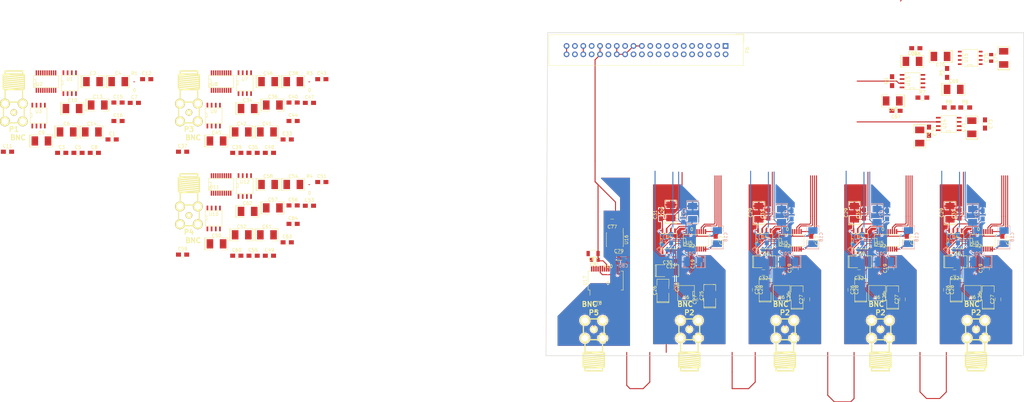
<source format=kicad_pcb>
(kicad_pcb (version 20171130) (host pcbnew "(2017-12-02 revision 3109343)-master")
  (title_block (date "lun. 30 mars 2015"))
  (layers (0 F.Cu signal) (31 B.Cu signal) (34 B.Paste user) (35 F.Paste user) (36 B.SilkS user) (37 F.SilkS user) (38 B.Mask user) (39 F.Mask user) (44 Edge.Cuts user))
  (net 0 "")
  (net 1 AGND)
  (net 2 +10VREF)
  (net 3 -10VREF)
  (net 4 +14V)
  (net 5 -14V)
  (net 6 DGND)
  (net 7 3.3V)
  (net 8 5VREF)
  (net 9 "Net-(P2-Pad1)")
  (net 10 SCLK)
  (net 11 SDO)
  (net 12 SDIN)
  (net 13 "Net-(U4-Pad1)")
  (net 14 "Net-(C69-Pad1)")
  (net 15 +15V)
  (net 16 +5V)
  (net 17 "Net-(C78-Pad1)")
  (net 18 "Net-(C79-Pad1)")
  (net 19 "Net-(C80-Pad1)")
  (net 20 "Net-(P1-Pad1)")
  (net 21 "Net-(P3-Pad1)")
  (net 22 "Net-(P4-Pad1)")
  (net 23 "Net-(R6-Pad1)")
  (net 24 "Net-(R7-Pad1)")
  (net 25 "Net-(R7-Pad2)")
  (net 26 "Net-(U1-Pad7)")
  (net 27 "Net-(U1-Pad5)")
  (net 28 "Net-(U1-Pad3)")
  (net 29 "Net-(U1-Pad1)")
  (net 30 "Net-(U2-Pad1)")
  (net 31 "Net-(U2-Pad2)")
  (net 32 "Net-(U4-Pad7)")
  (net 33 "Net-(U4-Pad5)")
  (net 34 "Net-(U4-Pad3)")
  (net 35 "Net-(U5-Pad1)")
  (net 36 "Net-(U5-Pad2)")
  (net 37 "Net-(U7-Pad7)")
  (net 38 "Net-(U7-Pad5)")
  (net 39 "Net-(U7-Pad3)")
  (net 40 "Net-(U7-Pad1)")
  (net 41 "Net-(U8-Pad1)")
  (net 42 "Net-(U8-Pad2)")
  (net 43 "Net-(U10-Pad7)")
  (net 44 "Net-(U10-Pad5)")
  (net 45 "Net-(U10-Pad3)")
  (net 46 "Net-(U10-Pad1)")
  (net 47 "Net-(U11-Pad1)")
  (net 48 "Net-(U11-Pad2)")
  (net 49 "Net-(U17-Pad10)")
  (net 50 "Net-(U17-Pad11)")
  (net 51 "Net-(P6-Pad38)")
  (net 52 "Net-(P6-Pad37)")
  (net 53 "Net-(P6-Pad34)")
  (net 54 "Net-(P6-Pad33)")
  (net 55 "Net-(P6-Pad30)")
  (net 56 "Net-(P6-Pad29)")
  (net 57 "Net-(P6-Pad25)")
  (net 58 SYNC3)
  (net 59 LDAC3)
  (net 60 CLR3)
  (net 61 ADC_CONVST)
  (net 62 RESET3)
  (net 63 ADC_RD)
  (net 64 SYNC2)
  (net 65 ADC_BUSY)
  (net 66 LDAC2)
  (net 67 SYNC4)
  (net 68 CLR2)
  (net 69 LDAC4)
  (net 70 RESET2)
  (net 71 CLR4)
  (net 72 SYNC1)
  (net 73 RESET4)
  (net 74 LDAC1)
  (net 75 CLR1)
  (net 76 RESET1)
  (net 77 "Net-(U15-Pad8)")
  (net 78 "Net-(U15-Pad7)")
  (net 79 "Net-(U15-Pad5)")
  (net 80 "Net-(U15-Pad3)")
  (net 81 "Net-(U15-Pad1)")
  (net 82 "Net-(U16-Pad1)")
  (net 83 "Net-(U16-Pad3)")
  (net 84 "Net-(U16-Pad5)")
  (net 85 "Net-(U16-Pad7)")
  (net 86 "Net-(U16-Pad8)")
  (net 87 "Net-(U17-Pad3)")
  (net 88 "Net-(U17-Pad4)")
  (net 89 "Net-(U17-Pad5)")
  (net 90 "Net-(U17-Pad6)")
  (net 91 "Net-(U17-Pad7)")
  (net 92 "Net-(U17-Pad8)")
  (net 93 "Net-(U17-Pad9)")
  (module stm:SOIC-8 (layer F.Cu) (at 173.998 139.365 180)
    (fp_text reference U6 (at 0 -1.27 180) (layer F.SilkS))
    (fp_text value AD8675)
    (pad 8 smd rect (at -1.9 -3.2 180) (size 0.508 1.4) (layers F.Cu F.Paste F.Mask))
    (pad 7 smd rect (at -0.635 -3.175 180) (size 0.508 1.4) (layers F.Cu F.Paste F.Mask) (net 4 +14V))
    (pad 6 smd rect (at 0.635 -3.175 180) (size 0.508 1.4) (layers F.Cu F.Paste F.Mask) (net 9 "Net-(P2-Pad1)"))
    (pad 5 smd rect (at 1.905 -3.175 180) (size 0.508 1.4) (layers F.Cu F.Paste F.Mask))
    (pad 4 smd rect (at 1.905 3.175 180) (size 0.508 1.4) (layers F.Cu F.Paste F.Mask) (net 5 -14V))
    (pad 3 smd rect (at 0.635 3.175 180) (size 0.508 1.4) (layers F.Cu F.Paste F.Mask) (net 36 "Net-(U5-Pad2)"))
    (pad 2 smd rect (at -0.635 3.175 180) (size 0.508 1.4) (layers F.Cu F.Paste F.Mask) (net 35 "Net-(U5-Pad1)"))
    (pad 1 smd rect (at -1.905 3.175 180) (size 0.508 1.4) (layers F.Cu F.Paste F.Mask))
  )
  (module stm:SSOP-20 (layer F.Cu) (at 176.998 123.365)
    (fp_text reference U5 (at -2 0.75) (layer F.SilkS))
    (fp_text value AD5791)
    (pad 1 smd rect (at -2.921 2.667) (size 0.4064 1.5) (layers F.Cu F.Paste F.Mask) (net 35 "Net-(U5-Pad1)"))
    (pad 2 smd rect (at -2.286 2.667) (size 0.4064 1.5) (layers F.Cu F.Paste F.Mask) (net 36 "Net-(U5-Pad2)"))
    (pad 3 smd rect (at -1.6256 2.667) (size 0.4064 1.5) (layers F.Cu F.Paste F.Mask) (net 34 "Net-(U4-Pad3)"))
    (pad 4 smd rect (at -0.9652 2.667) (size 0.4064 1.5) (layers F.Cu F.Paste F.Mask) (net 13 "Net-(U4-Pad1)"))
    (pad 5 smd rect (at -0.3302 2.667) (size 0.4064 1.5) (layers F.Cu F.Paste F.Mask) (net 4 +14V))
    (pad 6 smd rect (at 0.3302 2.667) (size 0.4064 1.5) (layers F.Cu F.Paste F.Mask) (net 76 RESET1))
    (pad 7 smd rect (at 0.9906 2.667) (size 0.4064 1.5) (layers F.Cu F.Paste F.Mask) (net 75 CLR1))
    (pad 8 smd rect (at 1.6256 2.667) (size 0.4064 1.5) (layers F.Cu F.Paste F.Mask) (net 74 LDAC1))
    (pad 9 smd rect (at 2.286 2.667) (size 0.4064 1.5) (layers F.Cu F.Paste F.Mask) (net 16 +5V))
    (pad 10 smd rect (at 2.921 2.667) (size 0.4064 1.5) (layers F.Cu F.Paste F.Mask) (net 16 +5V))
    (pad 11 smd rect (at 2.921 -2.667) (size 0.4064 1.5) (layers F.Cu F.Paste F.Mask) (net 11 SDO))
    (pad 12 smd rect (at 2.286 -2.667) (size 0.4064 1.5) (layers F.Cu F.Paste F.Mask) (net 12 SDIN))
    (pad 13 smd rect (at 1.6256 -2.667) (size 0.4064 1.5) (layers F.Cu F.Paste F.Mask) (net 10 SCLK))
    (pad 14 smd rect (at 0.9906 -2.667) (size 0.4064 1.5) (layers F.Cu F.Paste F.Mask) (net 72 SYNC1))
    (pad 15 smd rect (at 0.3302 -2.667) (size 0.4064 1.5) (layers F.Cu F.Paste F.Mask) (net 6 DGND))
    (pad 16 smd rect (at -0.3302 -2.667) (size 0.4064 1.5) (layers F.Cu F.Paste F.Mask) (net 32 "Net-(U4-Pad7)"))
    (pad 17 smd rect (at -0.9652 -2.667) (size 0.4064 1.5) (layers F.Cu F.Paste F.Mask) (net 33 "Net-(U4-Pad5)"))
    (pad 18 smd rect (at -1.6256 -2.667) (size 0.4064 1.5) (layers F.Cu F.Paste F.Mask) (net 5 -14V))
    (pad 19 smd rect (at -2.286 -2.667) (size 0.4064 1.5) (layers F.Cu F.Paste F.Mask) (net 1 AGND))
    (pad 20 smd rect (at -2.921 -2.667) (size 0.4064 1.5) (layers F.Cu F.Paste F.Mask) (net 9 "Net-(P2-Pad1)"))
  )
  (module stm:SOIC-8 (layer F.Cu) (at 168.748 123.615)
    (fp_text reference U4 (at 0 -1.27) (layer F.SilkS))
    (fp_text value AD8676)
    (pad 8 smd rect (at -1.9 -3.2) (size 0.508 1.4) (layers F.Cu F.Paste F.Mask) (net 4 +14V))
    (pad 7 smd rect (at -0.635 -3.175) (size 0.508 1.4) (layers F.Cu F.Paste F.Mask) (net 32 "Net-(U4-Pad7)"))
    (pad 6 smd rect (at 0.635 -3.175) (size 0.508 1.4) (layers F.Cu F.Paste F.Mask) (net 3 -10VREF))
    (pad 5 smd rect (at 1.905 -3.175) (size 0.508 1.4) (layers F.Cu F.Paste F.Mask) (net 33 "Net-(U4-Pad5)"))
    (pad 4 smd rect (at 1.905 3.175) (size 0.508 1.4) (layers F.Cu F.Paste F.Mask) (net 5 -14V))
    (pad 3 smd rect (at 0.635 3.175) (size 0.508 1.4) (layers F.Cu F.Paste F.Mask) (net 34 "Net-(U4-Pad3)"))
    (pad 2 smd rect (at -0.635 3.175) (size 0.508 1.4) (layers F.Cu F.Paste F.Mask) (net 2 +10VREF))
    (pad 1 smd rect (at -1.905 3.175) (size 0.508 1.4) (layers F.Cu F.Paste F.Mask) (net 13 "Net-(U4-Pad1)"))
  )
  (module stm:0Ohm (layer F.Cu) (at 175.748 122.615 180)
    (fp_text reference R2 (at 0 -2.5 180) (layer F.SilkS))
    (fp_text value 0 (at 0 2.6 180) (layer F.SilkS))
    (pad 1 smd rect (at -0.25 0.05 180) (size 0.2 0.2) (layers F.Cu F.Paste F.Mask) (net 6 DGND))
    (pad 2 smd rect (at 0.1 0.05 180) (size 0.2 0.2) (layers F.Cu F.Paste F.Mask) (net 1 AGND))
    (pad "" smd rect (at -0.1 0.05 180) (size 0.2 0.2) (layers F.Cu F.Paste F.Mask))
  )
  (module stm:SMA (layer F.Cu) (at 174.998 150.365 180)
    (fp_text reference P2 (at 0 5.08 180) (layer F.SilkS) (effects (font (thickness 0.3048))))
    (fp_text value BNC (at 1.27 7.62 180) (layer F.SilkS) (effects (font (thickness 0.3048))))
    (pad 1 thru_hole circle (at 0 0 180) (size 1.99898 1.99898) (drill 1.00076) (layers *.Cu *.Mask F.SilkS) (net 9 "Net-(P2-Pad1)"))
    (pad 3 thru_hole circle (at 2.70002 -2.70002 180) (size 3 3) (drill 2) (layers *.Cu *.Mask F.SilkS))
    (pad 2 thru_hole circle (at -2.70002 -2.70002 180) (size 3 3) (drill 2) (layers *.Cu *.Mask F.SilkS) (net 1 AGND))
    (pad 5 thru_hole circle (at -2.70002 2.70002 180) (size 3 3) (drill 2) (layers *.Cu *.Mask F.SilkS))
    (pad 4 thru_hole circle (at 2.70002 2.70002 180) (size 3 3) (drill 2) (layers *.Cu *.Mask F.SilkS))
  )
  (module Capacitors_SMD:C_0805_HandSoldering (layer F.Cu) (at 168.498 133.115 180)
    (fp_text reference C32 (at 0 -1.75 180) (layer F.SilkS))
    (fp_text value 0.1uF)
    (pad 1 smd rect (at -1.25 0 180) (size 1.5 1.25) (layers F.Cu F.Paste F.Mask) (net 5 -14V))
    (pad 2 smd rect (at 1.25 0 180) (size 1.5 1.25) (layers F.Cu F.Paste F.Mask) (net 1 AGND))
  )
  (module Capacitors_SMD:C_0805_HandSoldering (layer F.Cu) (at 169.998 115.365 90)
    (fp_text reference C31 (at 0 -1.75 90) (layer F.SilkS))
    (fp_text value 0.1uF)
    (pad 1 smd rect (at -1.25 0 90) (size 1.5 1.25) (layers F.Cu F.Paste F.Mask) (net 4 +14V))
    (pad 2 smd rect (at 1.25 0 90) (size 1.5 1.25) (layers F.Cu F.Paste F.Mask) (net 1 AGND))
  )
  (module stm:SMD-1210_Pol (layer F.Cu) (at 168.898 129.865)
    (fp_text reference C30 (at 0 -2.5) (layer F.SilkS))
    (fp_text value 10uF)
    (pad 1 smd rect (at -2 0) (size 2 2.794) (layers F.Cu F.Paste F.Mask) (net 1 AGND))
    (pad 2 smd rect (at 2 0) (size 2 2.794) (layers F.Cu F.Paste F.Mask) (net 5 -14V))
  )
  (module stm:SMD-1210_Pol (layer F.Cu) (at 167.098 114.965 90)
    (fp_text reference C29 (at 0 -2.5 90) (layer F.SilkS))
    (fp_text value 10uF)
    (pad 1 smd rect (at -2 0 90) (size 2 2.794) (layers F.Cu F.Paste F.Mask) (net 4 +14V))
    (pad 2 smd rect (at 2 0 90) (size 2 2.794) (layers F.Cu F.Paste F.Mask) (net 1 AGND))
  )
  (module Capacitors_SMD:C_0805_HandSoldering (layer F.Cu) (at 165.998 138.365 270)
    (fp_text reference C28 (at 0 -1.75 270) (layer F.SilkS))
    (fp_text value 0.1uF)
    (pad 1 smd rect (at -1.25 0 270) (size 1.5 1.25) (layers F.Cu F.Paste F.Mask) (net 5 -14V))
    (pad 2 smd rect (at 1.25 0 270) (size 1.5 1.25) (layers F.Cu F.Paste F.Mask) (net 1 AGND))
  )
  (module Capacitors_SMD:C_0805_HandSoldering (layer F.Cu) (at 181.698 141.265 90)
    (fp_text reference C27 (at 0 -1.75 90) (layer F.SilkS))
    (fp_text value 0.1uF)
    (pad 1 smd rect (at -1.25 0 90) (size 1.5 1.25) (layers F.Cu F.Paste F.Mask) (net 4 +14V))
    (pad 2 smd rect (at 1.25 0 90) (size 1.5 1.25) (layers F.Cu F.Paste F.Mask) (net 1 AGND))
  )
  (module stm:SMD-1210_Pol (layer F.Cu) (at 168.998 138.365 90)
    (fp_text reference C26 (at 0 -2.5 90) (layer F.SilkS))
    (fp_text value 10uF)
    (pad 1 smd rect (at -2 0 90) (size 2 2.794) (layers F.Cu F.Paste F.Mask) (net 1 AGND))
    (pad 2 smd rect (at 2 0 90) (size 2 2.794) (layers F.Cu F.Paste F.Mask) (net 5 -14V))
  )
  (module stm:SMD-1210_Pol (layer F.Cu) (at 178.698 140.565 90)
    (fp_text reference C25 (at 0 -2.5 90) (layer F.SilkS))
    (fp_text value 10uF)
    (pad 1 smd rect (at -2 0 90) (size 2 2.794) (layers F.Cu F.Paste F.Mask) (net 4 +14V))
    (pad 2 smd rect (at 2 0 90) (size 2 2.794) (layers F.Cu F.Paste F.Mask) (net 1 AGND))
  )
  (module Capacitors_SMD:C_0805_HandSoldering (layer B.Cu) (at 169.498 122.865 270)
    (fp_text reference C24 (at 0 1.75 270) (layer B.SilkS) (effects (justify mirror)))
    (fp_text value 0.1uF)
    (pad 1 smd rect (at -1.25 0 270) (size 1.5 1.25) (layers B.Cu B.Paste B.Mask) (net 4 +14V))
    (pad 2 smd rect (at 1.25 0 270) (size 1.5 1.25) (layers B.Cu B.Paste B.Mask) (net 5 -14V))
  )
  (module Capacitors_SMD:C_0805_HandSoldering (layer B.Cu) (at 167.498 125.365 315)
    (fp_text reference C23 (at 0 1.75 315) (layer B.SilkS) (effects (justify mirror)))
    (fp_text value 0.1uF)
    (pad 1 smd rect (at -1.249999 0 315) (size 1.5 1.25) (layers B.Cu B.Paste B.Mask) (net 4 +14V))
    (pad 2 smd rect (at 1.249999 0 315) (size 1.5 1.25) (layers B.Cu B.Paste B.Mask) (net 5 -14V))
  )
  (module stm:SMD-1210_Pol (layer B.Cu) (at 173.998 115.865 270)
    (fp_text reference C22 (at 0 2.5 270) (layer B.SilkS) (effects (justify mirror)))
    (fp_text value 10uF)
    (pad 1 smd rect (at -2 0 270) (size 2 2.794) (layers B.Cu B.Paste B.Mask) (net 1 AGND))
    (pad 2 smd rect (at 2 0 270) (size 2 2.794) (layers B.Cu B.Paste B.Mask) (net 5 -14V))
  )
  (module Capacitors_SMD:C_0805_HandSoldering (layer B.Cu) (at 176.998 115.615 270)
    (fp_text reference C21 (at 0 1.75 270) (layer B.SilkS) (effects (justify mirror)))
    (fp_text value 0.1uF)
    (pad 1 smd rect (at -1.25 0 270) (size 1.5 1.25) (layers B.Cu B.Paste B.Mask) (net 1 AGND))
    (pad 2 smd rect (at 1.25 0 270) (size 1.5 1.25) (layers B.Cu B.Paste B.Mask) (net 5 -14V))
  )
  (module stm:SMD-1210_Pol (layer B.Cu) (at 176.198 129.865 180)
    (fp_text reference C20 (at 0 2.5 180) (layer B.SilkS) (effects (justify mirror)))
    (fp_text value 10uF)
    (pad 1 smd rect (at -2 0 180) (size 2 2.794) (layers B.Cu B.Paste B.Mask) (net 4 +14V))
    (pad 2 smd rect (at 2 0 180) (size 2 2.794) (layers B.Cu B.Paste B.Mask) (net 1 AGND))
  )
  (module Capacitors_SMD:C_0805_HandSoldering (layer F.Cu) (at 178.198 131.865 90)
    (fp_text reference C19 (at 0 -1.75 90) (layer F.SilkS))
    (fp_text value 0.1uF)
    (pad 1 smd rect (at -1.25 0 90) (size 1.5 1.25) (layers F.Cu F.Paste F.Mask) (net 1 AGND))
    (pad 2 smd rect (at 1.25 0 90) (size 1.5 1.25) (layers F.Cu F.Paste F.Mask) (net 4 +14V))
  )
  (module stm:SMD-1210_Pol (layer B.Cu) (at 183.498 122.365 90)
    (fp_text reference C18 (at 0 2.5 90) (layer B.SilkS) (effects (justify mirror)))
    (fp_text value 10uF)
    (pad 1 smd rect (at -2 0 90) (size 2 2.794) (layers B.Cu B.Paste B.Mask) (net 16 +5V))
    (pad 2 smd rect (at 2 0 90) (size 2 2.794) (layers B.Cu B.Paste B.Mask) (net 6 DGND))
  )
  (module Capacitors_SMD:C_0805_HandSoldering (layer F.Cu) (at 182.998 123.365 270)
    (fp_text reference C17 (at 0 -1.75 270) (layer F.SilkS))
    (fp_text value 0.1uF)
    (pad 1 smd rect (at -1.25 0 270) (size 1.5 1.25) (layers F.Cu F.Paste F.Mask) (net 6 DGND))
    (pad 2 smd rect (at 1.25 0 270) (size 1.5 1.25) (layers F.Cu F.Paste F.Mask) (net 16 +5V))
  )
  (module Capacitors_SMD:C_0805_HandSoldering (layer F.Cu) (at 211.998 123.365 270)
    (fp_text reference C17 (at 0 -1.75 270) (layer F.SilkS))
    (fp_text value 0.1uF)
    (pad 1 smd rect (at -1.25 0 270) (size 1.5 1.25) (layers F.Cu F.Paste F.Mask) (net 6 DGND))
    (pad 2 smd rect (at 1.25 0 270) (size 1.5 1.25) (layers F.Cu F.Paste F.Mask) (net 7 3.3V))
  )
  (module stm:SMD-1210_Pol (layer B.Cu) (at 212.498 122.365 90)
    (fp_text reference C18 (at 0 2.5 90) (layer B.SilkS) (effects (justify mirror)))
    (fp_text value 10uF)
    (pad 1 smd rect (at -2 0 90) (size 2 2.794) (layers B.Cu B.Paste B.Mask) (net 7 3.3V))
    (pad 2 smd rect (at 2 0 90) (size 2 2.794) (layers B.Cu B.Paste B.Mask) (net 6 DGND))
  )
  (module Capacitors_SMD:C_0805_HandSoldering (layer F.Cu) (at 207.198 131.865 90)
    (fp_text reference C19 (at 0 -1.75 90) (layer F.SilkS))
    (fp_text value 0.1uF)
    (pad 1 smd rect (at -1.25 0 90) (size 1.5 1.25) (layers F.Cu F.Paste F.Mask) (net 1 AGND))
    (pad 2 smd rect (at 1.25 0 90) (size 1.5 1.25) (layers F.Cu F.Paste F.Mask) (net 4 +14V))
  )
  (module stm:SMD-1210_Pol (layer B.Cu) (at 205.198 129.865 180)
    (fp_text reference C20 (at 0 2.5 180) (layer B.SilkS) (effects (justify mirror)))
    (fp_text value 10uF)
    (pad 1 smd rect (at -2 0 180) (size 2 2.794) (layers B.Cu B.Paste B.Mask) (net 4 +14V))
    (pad 2 smd rect (at 2 0 180) (size 2 2.794) (layers B.Cu B.Paste B.Mask) (net 1 AGND))
  )
  (module Capacitors_SMD:C_0805_HandSoldering (layer B.Cu) (at 205.998 115.615 270)
    (fp_text reference C21 (at 0 1.75 270) (layer B.SilkS) (effects (justify mirror)))
    (fp_text value 0.1uF)
    (pad 1 smd rect (at -1.25 0 270) (size 1.5 1.25) (layers B.Cu B.Paste B.Mask) (net 1 AGND))
    (pad 2 smd rect (at 1.25 0 270) (size 1.5 1.25) (layers B.Cu B.Paste B.Mask) (net 5 -14V))
  )
  (module stm:SMD-1210_Pol (layer B.Cu) (at 202.998 115.865 270)
    (fp_text reference C22 (at 0 2.5 270) (layer B.SilkS) (effects (justify mirror)))
    (fp_text value 10uF)
    (pad 1 smd rect (at -2 0 270) (size 2 2.794) (layers B.Cu B.Paste B.Mask) (net 1 AGND))
    (pad 2 smd rect (at 2 0 270) (size 2 2.794) (layers B.Cu B.Paste B.Mask) (net 5 -14V))
  )
  (module Capacitors_SMD:C_0805_HandSoldering (layer B.Cu) (at 196.498 125.365 315)
    (fp_text reference C23 (at 0 1.75 315) (layer B.SilkS) (effects (justify mirror)))
    (fp_text value 0.1uF)
    (pad 1 smd rect (at -1.249999 0 315) (size 1.5 1.25) (layers B.Cu B.Paste B.Mask) (net 4 +14V))
    (pad 2 smd rect (at 1.249999 0 315) (size 1.5 1.25) (layers B.Cu B.Paste B.Mask) (net 5 -14V))
  )
  (module Capacitors_SMD:C_0805_HandSoldering (layer B.Cu) (at 198.498 122.865 270)
    (fp_text reference C24 (at 0 1.75 270) (layer B.SilkS) (effects (justify mirror)))
    (fp_text value 0.1uF)
    (pad 1 smd rect (at -1.25 0 270) (size 1.5 1.25) (layers B.Cu B.Paste B.Mask) (net 4 +14V))
    (pad 2 smd rect (at 1.25 0 270) (size 1.5 1.25) (layers B.Cu B.Paste B.Mask) (net 5 -14V))
  )
  (module stm:SMD-1210_Pol (layer F.Cu) (at 207.698 140.565 90)
    (fp_text reference C25 (at 0 -2.5 90) (layer F.SilkS))
    (fp_text value 10uF)
    (pad 1 smd rect (at -2 0 90) (size 2 2.794) (layers F.Cu F.Paste F.Mask) (net 4 +14V))
    (pad 2 smd rect (at 2 0 90) (size 2 2.794) (layers F.Cu F.Paste F.Mask) (net 1 AGND))
  )
  (module stm:SMD-1210_Pol (layer F.Cu) (at 197.998 138.365 90)
    (fp_text reference C26 (at 0 -2.5 90) (layer F.SilkS))
    (fp_text value 10uF)
    (pad 1 smd rect (at -2 0 90) (size 2 2.794) (layers F.Cu F.Paste F.Mask) (net 1 AGND))
    (pad 2 smd rect (at 2 0 90) (size 2 2.794) (layers F.Cu F.Paste F.Mask) (net 5 -14V))
  )
  (module Capacitors_SMD:C_0805_HandSoldering (layer F.Cu) (at 210.698 141.265 90)
    (fp_text reference C27 (at 0 -1.75 90) (layer F.SilkS))
    (fp_text value 0.1uF)
    (pad 1 smd rect (at -1.25 0 90) (size 1.5 1.25) (layers F.Cu F.Paste F.Mask) (net 4 +14V))
    (pad 2 smd rect (at 1.25 0 90) (size 1.5 1.25) (layers F.Cu F.Paste F.Mask) (net 1 AGND))
  )
  (module Capacitors_SMD:C_0805_HandSoldering (layer F.Cu) (at 194.998 138.365 270)
    (fp_text reference C28 (at 0 -1.75 270) (layer F.SilkS))
    (fp_text value 0.1uF)
    (pad 1 smd rect (at -1.25 0 270) (size 1.5 1.25) (layers F.Cu F.Paste F.Mask) (net 5 -14V))
    (pad 2 smd rect (at 1.25 0 270) (size 1.5 1.25) (layers F.Cu F.Paste F.Mask) (net 1 AGND))
  )
  (module stm:SMD-1210_Pol (layer F.Cu) (at 196.098 114.965 90)
    (fp_text reference C29 (at 0 -2.5 90) (layer F.SilkS))
    (fp_text value 10uF)
    (pad 1 smd rect (at -2 0 90) (size 2 2.794) (layers F.Cu F.Paste F.Mask) (net 4 +14V))
    (pad 2 smd rect (at 2 0 90) (size 2 2.794) (layers F.Cu F.Paste F.Mask) (net 1 AGND))
  )
  (module stm:SMD-1210_Pol (layer F.Cu) (at 197.898 129.865)
    (fp_text reference C30 (at 0 -2.5) (layer F.SilkS))
    (fp_text value 10uF)
    (pad 1 smd rect (at -2 0) (size 2 2.794) (layers F.Cu F.Paste F.Mask) (net 1 AGND))
    (pad 2 smd rect (at 2 0) (size 2 2.794) (layers F.Cu F.Paste F.Mask) (net 5 -14V))
  )
  (module Capacitors_SMD:C_0805_HandSoldering (layer F.Cu) (at 198.998 115.365 90)
    (fp_text reference C31 (at 0 -1.75 90) (layer F.SilkS))
    (fp_text value 0.1uF)
    (pad 1 smd rect (at -1.25 0 90) (size 1.5 1.25) (layers F.Cu F.Paste F.Mask) (net 4 +14V))
    (pad 2 smd rect (at 1.25 0 90) (size 1.5 1.25) (layers F.Cu F.Paste F.Mask) (net 1 AGND))
  )
  (module Capacitors_SMD:C_0805_HandSoldering (layer F.Cu) (at 197.498 133.115 180)
    (fp_text reference C32 (at 0 -1.75 180) (layer F.SilkS))
    (fp_text value 0.1uF)
    (pad 1 smd rect (at -1.25 0 180) (size 1.5 1.25) (layers F.Cu F.Paste F.Mask) (net 5 -14V))
    (pad 2 smd rect (at 1.25 0 180) (size 1.5 1.25) (layers F.Cu F.Paste F.Mask) (net 1 AGND))
  )
  (module stm:SMA (layer F.Cu) (at 203.998 150.365 180)
    (fp_text reference P2 (at 0 5.08 180) (layer F.SilkS) (effects (font (thickness 0.3048))))
    (fp_text value BNC (at 1.27 7.62 180) (layer F.SilkS) (effects (font (thickness 0.3048))))
    (pad 1 thru_hole circle (at 0 0 180) (size 1.99898 1.99898) (drill 1.00076) (layers *.Cu *.Mask F.SilkS) (net 9 "Net-(P2-Pad1)"))
    (pad 3 thru_hole circle (at 2.70002 -2.70002 180) (size 3 3) (drill 2) (layers *.Cu *.Mask F.SilkS))
    (pad 2 thru_hole circle (at -2.70002 -2.70002 180) (size 3 3) (drill 2) (layers *.Cu *.Mask F.SilkS) (net 1 AGND))
    (pad 5 thru_hole circle (at -2.70002 2.70002 180) (size 3 3) (drill 2) (layers *.Cu *.Mask F.SilkS))
    (pad 4 thru_hole circle (at 2.70002 2.70002 180) (size 3 3) (drill 2) (layers *.Cu *.Mask F.SilkS))
  )
  (module stm:0Ohm (layer F.Cu) (at 204.748 122.615 180)
    (fp_text reference R2 (at 0 -2.5 180) (layer F.SilkS))
    (fp_text value 0 (at 0 2.6 180) (layer F.SilkS))
    (pad 1 smd rect (at -0.25 0.05 180) (size 0.2 0.2) (layers F.Cu F.Paste F.Mask) (net 6 DGND))
    (pad 2 smd rect (at 0.1 0.05 180) (size 0.2 0.2) (layers F.Cu F.Paste F.Mask) (net 1 AGND))
    (pad "" smd rect (at -0.1 0.05 180) (size 0.2 0.2) (layers F.Cu F.Paste F.Mask))
  )
  (module stm:SOIC-8 (layer F.Cu) (at 197.748 123.615)
    (fp_text reference U4 (at 0 -1.27) (layer F.SilkS))
    (fp_text value AD8676)
    (pad 8 smd rect (at -1.9 -3.2) (size 0.508 1.4) (layers F.Cu F.Paste F.Mask) (net 4 +14V))
    (pad 7 smd rect (at -0.635 -3.175) (size 0.508 1.4) (layers F.Cu F.Paste F.Mask) (net 32 "Net-(U4-Pad7)"))
    (pad 6 smd rect (at 0.635 -3.175) (size 0.508 1.4) (layers F.Cu F.Paste F.Mask) (net 3 -10VREF))
    (pad 5 smd rect (at 1.905 -3.175) (size 0.508 1.4) (layers F.Cu F.Paste F.Mask) (net 33 "Net-(U4-Pad5)"))
    (pad 4 smd rect (at 1.905 3.175) (size 0.508 1.4) (layers F.Cu F.Paste F.Mask) (net 5 -14V))
    (pad 3 smd rect (at 0.635 3.175) (size 0.508 1.4) (layers F.Cu F.Paste F.Mask) (net 34 "Net-(U4-Pad3)"))
    (pad 2 smd rect (at -0.635 3.175) (size 0.508 1.4) (layers F.Cu F.Paste F.Mask) (net 2 +10VREF))
    (pad 1 smd rect (at -1.905 3.175) (size 0.508 1.4) (layers F.Cu F.Paste F.Mask) (net 13 "Net-(U4-Pad1)"))
  )
  (module stm:SSOP-20 (layer F.Cu) (at 205.998 123.365)
    (fp_text reference U5 (at -2 0.75) (layer F.SilkS))
    (fp_text value AD5791)
    (pad 1 smd rect (at -2.921 2.667) (size 0.4064 1.5) (layers F.Cu F.Paste F.Mask) (net 35 "Net-(U5-Pad1)"))
    (pad 2 smd rect (at -2.286 2.667) (size 0.4064 1.5) (layers F.Cu F.Paste F.Mask) (net 36 "Net-(U5-Pad2)"))
    (pad 3 smd rect (at -1.6256 2.667) (size 0.4064 1.5) (layers F.Cu F.Paste F.Mask) (net 34 "Net-(U4-Pad3)"))
    (pad 4 smd rect (at -0.9652 2.667) (size 0.4064 1.5) (layers F.Cu F.Paste F.Mask) (net 13 "Net-(U4-Pad1)"))
    (pad 5 smd rect (at -0.3302 2.667) (size 0.4064 1.5) (layers F.Cu F.Paste F.Mask) (net 4 +14V))
    (pad 6 smd rect (at 0.3302 2.667) (size 0.4064 1.5) (layers F.Cu F.Paste F.Mask))
    (pad 7 smd rect (at 0.9906 2.667) (size 0.4064 1.5) (layers F.Cu F.Paste F.Mask))
    (pad 8 smd rect (at 1.6256 2.667) (size 0.4064 1.5) (layers F.Cu F.Paste F.Mask))
    (pad 9 smd rect (at 2.286 2.667) (size 0.4064 1.5) (layers F.Cu F.Paste F.Mask) (net 7 3.3V))
    (pad 10 smd rect (at 2.921 2.667) (size 0.4064 1.5) (layers F.Cu F.Paste F.Mask) (net 7 3.3V))
    (pad 11 smd rect (at 2.921 -2.667) (size 0.4064 1.5) (layers F.Cu F.Paste F.Mask) (net 11 SDO))
    (pad 12 smd rect (at 2.286 -2.667) (size 0.4064 1.5) (layers F.Cu F.Paste F.Mask) (net 12 SDIN))
    (pad 13 smd rect (at 1.6256 -2.667) (size 0.4064 1.5) (layers F.Cu F.Paste F.Mask) (net 10 SCLK))
    (pad 14 smd rect (at 0.9906 -2.667) (size 0.4064 1.5) (layers F.Cu F.Paste F.Mask))
    (pad 15 smd rect (at 0.3302 -2.667) (size 0.4064 1.5) (layers F.Cu F.Paste F.Mask) (net 6 DGND))
    (pad 16 smd rect (at -0.3302 -2.667) (size 0.4064 1.5) (layers F.Cu F.Paste F.Mask) (net 32 "Net-(U4-Pad7)"))
    (pad 17 smd rect (at -0.9652 -2.667) (size 0.4064 1.5) (layers F.Cu F.Paste F.Mask) (net 33 "Net-(U4-Pad5)"))
    (pad 18 smd rect (at -1.6256 -2.667) (size 0.4064 1.5) (layers F.Cu F.Paste F.Mask) (net 5 -14V))
    (pad 19 smd rect (at -2.286 -2.667) (size 0.4064 1.5) (layers F.Cu F.Paste F.Mask) (net 1 AGND))
    (pad 20 smd rect (at -2.921 -2.667) (size 0.4064 1.5) (layers F.Cu F.Paste F.Mask) (net 9 "Net-(P2-Pad1)"))
  )
  (module stm:SOIC-8 (layer F.Cu) (at 202.998 139.365 180)
    (fp_text reference U6 (at 0 -1.27 180) (layer F.SilkS))
    (fp_text value AD8675)
    (pad 8 smd rect (at -1.9 -3.2 180) (size 0.508 1.4) (layers F.Cu F.Paste F.Mask))
    (pad 7 smd rect (at -0.635 -3.175 180) (size 0.508 1.4) (layers F.Cu F.Paste F.Mask) (net 4 +14V))
    (pad 6 smd rect (at 0.635 -3.175 180) (size 0.508 1.4) (layers F.Cu F.Paste F.Mask) (net 9 "Net-(P2-Pad1)"))
    (pad 5 smd rect (at 1.905 -3.175 180) (size 0.508 1.4) (layers F.Cu F.Paste F.Mask))
    (pad 4 smd rect (at 1.905 3.175 180) (size 0.508 1.4) (layers F.Cu F.Paste F.Mask) (net 5 -14V))
    (pad 3 smd rect (at 0.635 3.175 180) (size 0.508 1.4) (layers F.Cu F.Paste F.Mask) (net 36 "Net-(U5-Pad2)"))
    (pad 2 smd rect (at -0.635 3.175 180) (size 0.508 1.4) (layers F.Cu F.Paste F.Mask) (net 35 "Net-(U5-Pad1)"))
    (pad 1 smd rect (at -1.905 3.175 180) (size 0.508 1.4) (layers F.Cu F.Paste F.Mask))
  )
  (module stm:SOIC-8 (layer F.Cu) (at 144.998 139.365 180)
    (fp_text reference U6 (at 0 -1.27 180) (layer F.SilkS))
    (fp_text value AD8675)
    (pad 8 smd rect (at -1.9 -3.2 180) (size 0.508 1.4) (layers F.Cu F.Paste F.Mask))
    (pad 7 smd rect (at -0.635 -3.175 180) (size 0.508 1.4) (layers F.Cu F.Paste F.Mask) (net 4 +14V))
    (pad 6 smd rect (at 0.635 -3.175 180) (size 0.508 1.4) (layers F.Cu F.Paste F.Mask) (net 9 "Net-(P2-Pad1)"))
    (pad 5 smd rect (at 1.905 -3.175 180) (size 0.508 1.4) (layers F.Cu F.Paste F.Mask))
    (pad 4 smd rect (at 1.905 3.175 180) (size 0.508 1.4) (layers F.Cu F.Paste F.Mask) (net 5 -14V))
    (pad 3 smd rect (at 0.635 3.175 180) (size 0.508 1.4) (layers F.Cu F.Paste F.Mask) (net 36 "Net-(U5-Pad2)"))
    (pad 2 smd rect (at -0.635 3.175 180) (size 0.508 1.4) (layers F.Cu F.Paste F.Mask) (net 35 "Net-(U5-Pad1)"))
    (pad 1 smd rect (at -1.905 3.175 180) (size 0.508 1.4) (layers F.Cu F.Paste F.Mask))
  )
  (module stm:SSOP-20 (layer F.Cu) (at 147.998 123.365)
    (fp_text reference U5 (at -2 0.75) (layer F.SilkS))
    (fp_text value AD5791)
    (pad 1 smd rect (at -2.921 2.667) (size 0.4064 1.5) (layers F.Cu F.Paste F.Mask) (net 35 "Net-(U5-Pad1)"))
    (pad 2 smd rect (at -2.286 2.667) (size 0.4064 1.5) (layers F.Cu F.Paste F.Mask) (net 36 "Net-(U5-Pad2)"))
    (pad 3 smd rect (at -1.6256 2.667) (size 0.4064 1.5) (layers F.Cu F.Paste F.Mask) (net 34 "Net-(U4-Pad3)"))
    (pad 4 smd rect (at -0.9652 2.667) (size 0.4064 1.5) (layers F.Cu F.Paste F.Mask) (net 13 "Net-(U4-Pad1)"))
    (pad 5 smd rect (at -0.3302 2.667) (size 0.4064 1.5) (layers F.Cu F.Paste F.Mask) (net 4 +14V))
    (pad 6 smd rect (at 0.3302 2.667) (size 0.4064 1.5) (layers F.Cu F.Paste F.Mask))
    (pad 7 smd rect (at 0.9906 2.667) (size 0.4064 1.5) (layers F.Cu F.Paste F.Mask))
    (pad 8 smd rect (at 1.6256 2.667) (size 0.4064 1.5) (layers F.Cu F.Paste F.Mask))
    (pad 9 smd rect (at 2.286 2.667) (size 0.4064 1.5) (layers F.Cu F.Paste F.Mask) (net 7 3.3V))
    (pad 10 smd rect (at 2.921 2.667) (size 0.4064 1.5) (layers F.Cu F.Paste F.Mask) (net 7 3.3V))
    (pad 11 smd rect (at 2.921 -2.667) (size 0.4064 1.5) (layers F.Cu F.Paste F.Mask) (net 11 SDO))
    (pad 12 smd rect (at 2.286 -2.667) (size 0.4064 1.5) (layers F.Cu F.Paste F.Mask) (net 12 SDIN))
    (pad 13 smd rect (at 1.6256 -2.667) (size 0.4064 1.5) (layers F.Cu F.Paste F.Mask) (net 10 SCLK))
    (pad 14 smd rect (at 0.9906 -2.667) (size 0.4064 1.5) (layers F.Cu F.Paste F.Mask))
    (pad 15 smd rect (at 0.3302 -2.667) (size 0.4064 1.5) (layers F.Cu F.Paste F.Mask) (net 6 DGND))
    (pad 16 smd rect (at -0.3302 -2.667) (size 0.4064 1.5) (layers F.Cu F.Paste F.Mask) (net 32 "Net-(U4-Pad7)"))
    (pad 17 smd rect (at -0.9652 -2.667) (size 0.4064 1.5) (layers F.Cu F.Paste F.Mask) (net 33 "Net-(U4-Pad5)"))
    (pad 18 smd rect (at -1.6256 -2.667) (size 0.4064 1.5) (layers F.Cu F.Paste F.Mask) (net 5 -14V))
    (pad 19 smd rect (at -2.286 -2.667) (size 0.4064 1.5) (layers F.Cu F.Paste F.Mask) (net 1 AGND))
    (pad 20 smd rect (at -2.921 -2.667) (size 0.4064 1.5) (layers F.Cu F.Paste F.Mask) (net 9 "Net-(P2-Pad1)"))
  )
  (module stm:SOIC-8 (layer F.Cu) (at 139.748 123.615)
    (fp_text reference U4 (at 0 -1.27) (layer F.SilkS))
    (fp_text value AD8676)
    (pad 8 smd rect (at -1.9 -3.2) (size 0.508 1.4) (layers F.Cu F.Paste F.Mask) (net 4 +14V))
    (pad 7 smd rect (at -0.635 -3.175) (size 0.508 1.4) (layers F.Cu F.Paste F.Mask) (net 32 "Net-(U4-Pad7)"))
    (pad 6 smd rect (at 0.635 -3.175) (size 0.508 1.4) (layers F.Cu F.Paste F.Mask) (net 3 -10VREF))
    (pad 5 smd rect (at 1.905 -3.175) (size 0.508 1.4) (layers F.Cu F.Paste F.Mask) (net 33 "Net-(U4-Pad5)"))
    (pad 4 smd rect (at 1.905 3.175) (size 0.508 1.4) (layers F.Cu F.Paste F.Mask) (net 5 -14V))
    (pad 3 smd rect (at 0.635 3.175) (size 0.508 1.4) (layers F.Cu F.Paste F.Mask) (net 34 "Net-(U4-Pad3)"))
    (pad 2 smd rect (at -0.635 3.175) (size 0.508 1.4) (layers F.Cu F.Paste F.Mask) (net 2 +10VREF))
    (pad 1 smd rect (at -1.905 3.175) (size 0.508 1.4) (layers F.Cu F.Paste F.Mask) (net 13 "Net-(U4-Pad1)"))
  )
  (module stm:0Ohm (layer F.Cu) (at 146.748 122.615 180)
    (fp_text reference R2 (at 0 -2.5 180) (layer F.SilkS))
    (fp_text value 0 (at 0 2.6 180) (layer F.SilkS))
    (pad 1 smd rect (at -0.25 0.05 180) (size 0.2 0.2) (layers F.Cu F.Paste F.Mask) (net 6 DGND))
    (pad 2 smd rect (at 0.1 0.05 180) (size 0.2 0.2) (layers F.Cu F.Paste F.Mask) (net 1 AGND))
    (pad "" smd rect (at -0.1 0.05 180) (size 0.2 0.2) (layers F.Cu F.Paste F.Mask))
  )
  (module stm:SMA (layer F.Cu) (at 145.998 150.365 180)
    (fp_text reference P2 (at 0 5.08 180) (layer F.SilkS) (effects (font (thickness 0.3048))))
    (fp_text value BNC (at 1.27 7.62 180) (layer F.SilkS) (effects (font (thickness 0.3048))))
    (pad 1 thru_hole circle (at 0 0 180) (size 1.99898 1.99898) (drill 1.00076) (layers *.Cu *.Mask F.SilkS) (net 9 "Net-(P2-Pad1)"))
    (pad 3 thru_hole circle (at 2.70002 -2.70002 180) (size 3 3) (drill 2) (layers *.Cu *.Mask F.SilkS))
    (pad 2 thru_hole circle (at -2.70002 -2.70002 180) (size 3 3) (drill 2) (layers *.Cu *.Mask F.SilkS) (net 1 AGND))
    (pad 5 thru_hole circle (at -2.70002 2.70002 180) (size 3 3) (drill 2) (layers *.Cu *.Mask F.SilkS))
    (pad 4 thru_hole circle (at 2.70002 2.70002 180) (size 3 3) (drill 2) (layers *.Cu *.Mask F.SilkS))
  )
  (module Capacitors_SMD:C_0805_HandSoldering (layer F.Cu) (at 139.498 133.115 180)
    (fp_text reference C32 (at 0 -1.75 180) (layer F.SilkS))
    (fp_text value 0.1uF)
    (pad 1 smd rect (at -1.25 0 180) (size 1.5 1.25) (layers F.Cu F.Paste F.Mask) (net 5 -14V))
    (pad 2 smd rect (at 1.25 0 180) (size 1.5 1.25) (layers F.Cu F.Paste F.Mask) (net 1 AGND))
  )
  (module Capacitors_SMD:C_0805_HandSoldering (layer F.Cu) (at 140.998 115.365 90)
    (fp_text reference C31 (at 0 -1.75 90) (layer F.SilkS))
    (fp_text value 0.1uF)
    (pad 1 smd rect (at -1.25 0 90) (size 1.5 1.25) (layers F.Cu F.Paste F.Mask) (net 4 +14V))
    (pad 2 smd rect (at 1.25 0 90) (size 1.5 1.25) (layers F.Cu F.Paste F.Mask) (net 1 AGND))
  )
  (module stm:SMD-1210_Pol (layer F.Cu) (at 139.898 129.865)
    (fp_text reference C30 (at 0 -2.5) (layer F.SilkS))
    (fp_text value 10uF)
    (pad 1 smd rect (at -2 0) (size 2 2.794) (layers F.Cu F.Paste F.Mask) (net 1 AGND))
    (pad 2 smd rect (at 2 0) (size 2 2.794) (layers F.Cu F.Paste F.Mask) (net 5 -14V))
  )
  (module stm:SMD-1210_Pol (layer F.Cu) (at 138.098 114.965 90)
    (fp_text reference C29 (at 0 -2.5 90) (layer F.SilkS))
    (fp_text value 10uF)
    (pad 1 smd rect (at -2 0 90) (size 2 2.794) (layers F.Cu F.Paste F.Mask) (net 4 +14V))
    (pad 2 smd rect (at 2 0 90) (size 2 2.794) (layers F.Cu F.Paste F.Mask) (net 1 AGND))
  )
  (module Capacitors_SMD:C_0805_HandSoldering (layer F.Cu) (at 136.998 138.365 270)
    (fp_text reference C28 (at 0 -1.75 270) (layer F.SilkS))
    (fp_text value 0.1uF)
    (pad 1 smd rect (at -1.25 0 270) (size 1.5 1.25) (layers F.Cu F.Paste F.Mask) (net 5 -14V))
    (pad 2 smd rect (at 1.25 0 270) (size 1.5 1.25) (layers F.Cu F.Paste F.Mask) (net 1 AGND))
  )
  (module Capacitors_SMD:C_0805_HandSoldering (layer F.Cu) (at 152.698 141.265 90)
    (fp_text reference C27 (at 0 -1.75 90) (layer F.SilkS))
    (fp_text value 0.1uF)
    (pad 1 smd rect (at -1.25 0 90) (size 1.5 1.25) (layers F.Cu F.Paste F.Mask) (net 4 +14V))
    (pad 2 smd rect (at 1.25 0 90) (size 1.5 1.25) (layers F.Cu F.Paste F.Mask) (net 1 AGND))
  )
  (module stm:SMD-1210_Pol (layer F.Cu) (at 139.998 138.365 90)
    (fp_text reference C26 (at 0 -2.5 90) (layer F.SilkS))
    (fp_text value 10uF)
    (pad 1 smd rect (at -2 0 90) (size 2 2.794) (layers F.Cu F.Paste F.Mask) (net 1 AGND))
    (pad 2 smd rect (at 2 0 90) (size 2 2.794) (layers F.Cu F.Paste F.Mask) (net 5 -14V))
  )
  (module stm:SMD-1210_Pol (layer F.Cu) (at 149.698 140.565 90)
    (fp_text reference C25 (at 0 -2.5 90) (layer F.SilkS))
    (fp_text value 10uF)
    (pad 1 smd rect (at -2 0 90) (size 2 2.794) (layers F.Cu F.Paste F.Mask) (net 4 +14V))
    (pad 2 smd rect (at 2 0 90) (size 2 2.794) (layers F.Cu F.Paste F.Mask) (net 1 AGND))
  )
  (module Capacitors_SMD:C_0805_HandSoldering (layer B.Cu) (at 140.498 122.865 270)
    (fp_text reference C24 (at 0 1.75 270) (layer B.SilkS) (effects (justify mirror)))
    (fp_text value 0.1uF)
    (pad 1 smd rect (at -1.25 0 270) (size 1.5 1.25) (layers B.Cu B.Paste B.Mask) (net 4 +14V))
    (pad 2 smd rect (at 1.25 0 270) (size 1.5 1.25) (layers B.Cu B.Paste B.Mask) (net 5 -14V))
  )
  (module Capacitors_SMD:C_0805_HandSoldering (layer B.Cu) (at 138.498 125.365 315)
    (fp_text reference C23 (at 0 1.75 315) (layer B.SilkS) (effects (justify mirror)))
    (fp_text value 0.1uF)
    (pad 1 smd rect (at -1.249999 0 315) (size 1.5 1.25) (layers B.Cu B.Paste B.Mask) (net 4 +14V))
    (pad 2 smd rect (at 1.249999 0 315) (size 1.5 1.25) (layers B.Cu B.Paste B.Mask) (net 5 -14V))
  )
  (module stm:SMD-1210_Pol (layer B.Cu) (at 144.998 115.865 270)
    (fp_text reference C22 (at 0 2.5 270) (layer B.SilkS) (effects (justify mirror)))
    (fp_text value 10uF)
    (pad 1 smd rect (at -2 0 270) (size 2 2.794) (layers B.Cu B.Paste B.Mask) (net 1 AGND))
    (pad 2 smd rect (at 2 0 270) (size 2 2.794) (layers B.Cu B.Paste B.Mask) (net 5 -14V))
  )
  (module Capacitors_SMD:C_0805_HandSoldering (layer B.Cu) (at 147.998 115.615 270)
    (fp_text reference C21 (at 0 1.75 270) (layer B.SilkS) (effects (justify mirror)))
    (fp_text value 0.1uF)
    (pad 1 smd rect (at -1.25 0 270) (size 1.5 1.25) (layers B.Cu B.Paste B.Mask) (net 1 AGND))
    (pad 2 smd rect (at 1.25 0 270) (size 1.5 1.25) (layers B.Cu B.Paste B.Mask) (net 5 -14V))
  )
  (module stm:SMD-1210_Pol (layer B.Cu) (at 147.198 129.865 180)
    (fp_text reference C20 (at 0 2.5 180) (layer B.SilkS) (effects (justify mirror)))
    (fp_text value 10uF)
    (pad 1 smd rect (at -2 0 180) (size 2 2.794) (layers B.Cu B.Paste B.Mask) (net 4 +14V))
    (pad 2 smd rect (at 2 0 180) (size 2 2.794) (layers B.Cu B.Paste B.Mask) (net 1 AGND))
  )
  (module Capacitors_SMD:C_0805_HandSoldering (layer F.Cu) (at 149.198 131.865 90)
    (fp_text reference C19 (at 0 -1.75 90) (layer F.SilkS))
    (fp_text value 0.1uF)
    (pad 1 smd rect (at -1.25 0 90) (size 1.5 1.25) (layers F.Cu F.Paste F.Mask) (net 1 AGND))
    (pad 2 smd rect (at 1.25 0 90) (size 1.5 1.25) (layers F.Cu F.Paste F.Mask) (net 4 +14V))
  )
  (module stm:SMD-1210_Pol (layer B.Cu) (at 154.498 122.365 90)
    (fp_text reference C18 (at 0 2.5 90) (layer B.SilkS) (effects (justify mirror)))
    (fp_text value 10uF)
    (pad 1 smd rect (at -2 0 90) (size 2 2.794) (layers B.Cu B.Paste B.Mask) (net 7 3.3V))
    (pad 2 smd rect (at 2 0 90) (size 2 2.794) (layers B.Cu B.Paste B.Mask) (net 6 DGND))
  )
  (module Capacitors_SMD:C_0805_HandSoldering (layer F.Cu) (at 153.998 123.365 270)
    (fp_text reference C17 (at 0 -1.75 270) (layer F.SilkS))
    (fp_text value 0.1uF)
    (pad 1 smd rect (at -1.25 0 270) (size 1.5 1.25) (layers F.Cu F.Paste F.Mask) (net 6 DGND))
    (pad 2 smd rect (at 1.25 0 270) (size 1.5 1.25) (layers F.Cu F.Paste F.Mask) (net 7 3.3V))
  )
  (module Capacitors_SMD:C_0805_HandSoldering (layer F.Cu) (at -58.176999 92.74)
    (fp_text reference C1 (at 0 -1.75) (layer F.SilkS))
    (fp_text value 0.1uF)
    (pad 1 smd rect (at -1.25 0) (size 1.5 1.25) (layers F.Cu F.Paste F.Mask) (net 6 DGND))
    (pad 2 smd rect (at 1.25 0) (size 1.5 1.25) (layers F.Cu F.Paste F.Mask) (net 7 3.3V))
  )
  (module stm:SMD-1210_Pol (layer F.Cu) (at -63.976999 75.19)
    (fp_text reference C2 (at 0 -2.5) (layer F.SilkS))
    (fp_text value 10uF)
    (pad 1 smd rect (at -2 0) (size 2 2.794) (layers F.Cu F.Paste F.Mask) (net 7 3.3V))
    (pad 2 smd rect (at 2 0) (size 2 2.794) (layers F.Cu F.Paste F.Mask) (net 6 DGND))
  )
  (module Capacitors_SMD:C_0805_HandSoldering (layer F.Cu) (at -73.476999 96.81)
    (fp_text reference C3 (at 0 -1.75) (layer F.SilkS))
    (fp_text value 0.1uF)
    (pad 1 smd rect (at -1.25 0) (size 1.5 1.25) (layers F.Cu F.Paste F.Mask) (net 1 AGND))
    (pad 2 smd rect (at 1.25 0) (size 1.5 1.25) (layers F.Cu F.Paste F.Mask) (net 4 +14V))
  )
  (module stm:SMD-1210_Pol (layer F.Cu) (at -56.326999 75.19)
    (fp_text reference C4 (at 0 -2.5) (layer F.SilkS))
    (fp_text value 10uF)
    (pad 1 smd rect (at -2 0) (size 2 2.794) (layers F.Cu F.Paste F.Mask) (net 4 +14V))
    (pad 2 smd rect (at 2 0) (size 2 2.794) (layers F.Cu F.Paste F.Mask) (net 1 AGND))
  )
  (module Capacitors_SMD:C_0805_HandSoldering (layer F.Cu) (at -68.526999 96.81)
    (fp_text reference C5 (at 0 -1.75) (layer F.SilkS))
    (fp_text value 0.1uF)
    (pad 1 smd rect (at -1.25 0) (size 1.5 1.25) (layers F.Cu F.Paste F.Mask) (net 1 AGND))
    (pad 2 smd rect (at 1.25 0) (size 1.5 1.25) (layers F.Cu F.Paste F.Mask) (net 5 -14V))
  )
  (module stm:SMD-1210_Pol (layer F.Cu) (at -71.976999 90.46)
    (fp_text reference C6 (at 0 -2.5) (layer F.SilkS))
    (fp_text value 10uF)
    (pad 1 smd rect (at -2 0) (size 2 2.794) (layers F.Cu F.Paste F.Mask) (net 1 AGND))
    (pad 2 smd rect (at 2 0) (size 2 2.794) (layers F.Cu F.Paste F.Mask) (net 5 -14V))
  )
  (module Capacitors_SMD:C_0805_HandSoldering (layer F.Cu) (at -51.436999 81.64)
    (fp_text reference C7 (at 0 -1.75) (layer F.SilkS))
    (fp_text value 0.1uF)
    (pad 1 smd rect (at -1.25 0) (size 1.5 1.25) (layers F.Cu F.Paste F.Mask) (net 4 +14V))
    (pad 2 smd rect (at 1.25 0) (size 1.5 1.25) (layers F.Cu F.Paste F.Mask) (net 5 -14V))
  )
  (module Capacitors_SMD:C_0805_HandSoldering (layer F.Cu) (at -63.576999 96.81)
    (fp_text reference C8 (at 0 -1.75) (layer F.SilkS))
    (fp_text value 0.1uF)
    (pad 1 smd rect (at -1.25 0) (size 1.5 1.25) (layers F.Cu F.Paste F.Mask) (net 4 +14V))
    (pad 2 smd rect (at 1.25 0) (size 1.5 1.25) (layers F.Cu F.Paste F.Mask) (net 5 -14V))
  )
  (module stm:SMD-1210_Pol (layer F.Cu) (at -79.626999 93.2)
    (fp_text reference C9 (at 0 -2.5) (layer F.SilkS))
    (fp_text value 10uF)
    (pad 1 smd rect (at -2 0) (size 2 2.794) (layers F.Cu F.Paste F.Mask) (net 4 +14V))
    (pad 2 smd rect (at 2 0) (size 2 2.794) (layers F.Cu F.Paste F.Mask) (net 1 AGND))
  )
  (module stm:SMD-1210_Pol (layer F.Cu) (at -70.186999 83.36)
    (fp_text reference C10 (at 0 -2.5) (layer F.SilkS))
    (fp_text value 10uF)
    (pad 1 smd rect (at -2 0) (size 2 2.794) (layers F.Cu F.Paste F.Mask) (net 1 AGND))
    (pad 2 smd rect (at 2 0) (size 2 2.794) (layers F.Cu F.Paste F.Mask) (net 5 -14V))
  )
  (module Capacitors_SMD:C_0805_HandSoldering (layer F.Cu) (at -89.926999 96.47)
    (fp_text reference C11 (at 0 -1.75) (layer F.SilkS))
    (fp_text value 0.1uF)
    (pad 1 smd rect (at -1.25 0) (size 1.5 1.25) (layers F.Cu F.Paste F.Mask) (net 4 +14V))
    (pad 2 smd rect (at 1.25 0) (size 1.5 1.25) (layers F.Cu F.Paste F.Mask) (net 1 AGND))
  )
  (module Capacitors_SMD:C_0805_HandSoldering (layer F.Cu) (at -47.676999 74.44)
    (fp_text reference C12 (at 0 -1.75) (layer F.SilkS))
    (fp_text value 0.1uF)
    (pad 1 smd rect (at -1.25 0) (size 1.5 1.25) (layers F.Cu F.Paste F.Mask) (net 5 -14V))
    (pad 2 smd rect (at 1.25 0) (size 1.5 1.25) (layers F.Cu F.Paste F.Mask) (net 1 AGND))
  )
  (module stm:SMD-1210_Pol (layer F.Cu) (at -62.536999 82.29)
    (fp_text reference C13 (at 0 -2.5) (layer F.SilkS))
    (fp_text value 10uF)
    (pad 1 smd rect (at -2 0) (size 2 2.794) (layers F.Cu F.Paste F.Mask) (net 4 +14V))
    (pad 2 smd rect (at 2 0) (size 2 2.794) (layers F.Cu F.Paste F.Mask) (net 1 AGND))
  )
  (module stm:SMD-1210_Pol (layer F.Cu) (at -64.326999 90.46)
    (fp_text reference C14 (at 0 -2.5) (layer F.SilkS))
    (fp_text value 10uF)
    (pad 1 smd rect (at -2 0) (size 2 2.794) (layers F.Cu F.Paste F.Mask) (net 1 AGND))
    (pad 2 smd rect (at 2 0) (size 2 2.794) (layers F.Cu F.Paste F.Mask) (net 5 -14V))
  )
  (module Capacitors_SMD:C_0805_HandSoldering (layer F.Cu) (at -56.386999 81.54)
    (fp_text reference C15 (at 0 -1.75) (layer F.SilkS))
    (fp_text value 0.1uF)
    (pad 1 smd rect (at -1.25 0) (size 1.5 1.25) (layers F.Cu F.Paste F.Mask) (net 4 +14V))
    (pad 2 smd rect (at 1.25 0) (size 1.5 1.25) (layers F.Cu F.Paste F.Mask) (net 1 AGND))
  )
  (module Capacitors_SMD:C_0805_HandSoldering (layer F.Cu) (at -56.386999 87.14)
    (fp_text reference C16 (at 0 -1.75) (layer F.SilkS))
    (fp_text value 0.1uF)
    (pad 1 smd rect (at -1.25 0) (size 1.5 1.25) (layers F.Cu F.Paste F.Mask) (net 5 -14V))
    (pad 2 smd rect (at 1.25 0) (size 1.5 1.25) (layers F.Cu F.Paste F.Mask) (net 1 AGND))
  )
  (module Capacitors_SMD:C_0805_HandSoldering (layer F.Cu) (at 124.998 123.365 270)
    (fp_text reference C17 (at 0 -1.75 270) (layer F.SilkS))
    (fp_text value 0.1uF)
    (pad 1 smd rect (at -1.25 0 270) (size 1.5 1.25) (layers F.Cu F.Paste F.Mask) (net 6 DGND))
    (pad 2 smd rect (at 1.25 0 270) (size 1.5 1.25) (layers F.Cu F.Paste F.Mask) (net 7 3.3V))
  )
  (module stm:SMD-1210_Pol (layer B.Cu) (at 125.498 122.365 90)
    (fp_text reference C18 (at 0 2.5 90) (layer B.SilkS) (effects (justify mirror)))
    (fp_text value 10uF)
    (pad 1 smd rect (at -2 0 90) (size 2 2.794) (layers B.Cu B.Paste B.Mask) (net 7 3.3V))
    (pad 2 smd rect (at 2 0 90) (size 2 2.794) (layers B.Cu B.Paste B.Mask) (net 6 DGND))
  )
  (module Capacitors_SMD:C_0805_HandSoldering (layer F.Cu) (at 119.798 130.565 90)
    (fp_text reference C19 (at 0 -1.75 90) (layer F.SilkS))
    (fp_text value 0.1uF)
    (pad 1 smd rect (at -1.25 0 90) (size 1.5 1.25) (layers F.Cu F.Paste F.Mask) (net 1 AGND))
    (pad 2 smd rect (at 1.25 0 90) (size 1.5 1.25) (layers F.Cu F.Paste F.Mask) (net 4 +14V))
  )
  (module stm:SMD-1210_Pol (layer B.Cu) (at 118.198 129.865 180)
    (fp_text reference C20 (at 0 2.5 180) (layer B.SilkS) (effects (justify mirror)))
    (fp_text value 10uF)
    (pad 1 smd rect (at -2 0 180) (size 2 2.794) (layers B.Cu B.Paste B.Mask) (net 4 +14V))
    (pad 2 smd rect (at 2 0 180) (size 2 2.794) (layers B.Cu B.Paste B.Mask) (net 1 AGND))
  )
  (module Capacitors_SMD:C_0805_HandSoldering (layer B.Cu) (at 115.198 116.565 270)
    (fp_text reference C21 (at 0 1.75 270) (layer B.SilkS) (effects (justify mirror)))
    (fp_text value 0.1uF)
    (pad 1 smd rect (at -1.25 0 270) (size 1.5 1.25) (layers B.Cu B.Paste B.Mask) (net 1 AGND))
    (pad 2 smd rect (at 1.25 0 270) (size 1.5 1.25) (layers B.Cu B.Paste B.Mask) (net 5 -14V))
  )
  (module stm:SMD-1210_Pol (layer B.Cu) (at 117.998 114.965 270)
    (fp_text reference C22 (at 0 2.5 270) (layer B.SilkS) (effects (justify mirror)))
    (fp_text value 10uF)
    (pad 1 smd rect (at -2 0 270) (size 2 2.794) (layers B.Cu B.Paste B.Mask) (net 1 AGND))
    (pad 2 smd rect (at 2 0 270) (size 2 2.794) (layers B.Cu B.Paste B.Mask) (net 5 -14V))
  )
  (module Capacitors_SMD:C_0805_HandSoldering (layer B.Cu) (at 109.498 125.365 315)
    (fp_text reference C23 (at 0 1.75 315) (layer B.SilkS) (effects (justify mirror)))
    (fp_text value 0.1uF)
    (pad 1 smd rect (at -1.249999 0 315) (size 1.5 1.25) (layers B.Cu B.Paste B.Mask) (net 4 +14V))
    (pad 2 smd rect (at 1.249999 0 315) (size 1.5 1.25) (layers B.Cu B.Paste B.Mask) (net 5 -14V))
  )
  (module Capacitors_SMD:C_0805_HandSoldering (layer B.Cu) (at 111.498 122.865 270)
    (fp_text reference C24 (at 0 1.75 270) (layer B.SilkS) (effects (justify mirror)))
    (fp_text value 0.1uF)
    (pad 1 smd rect (at -1.25 0 270) (size 1.5 1.25) (layers B.Cu B.Paste B.Mask) (net 4 +14V))
    (pad 2 smd rect (at 1.25 0 270) (size 1.5 1.25) (layers B.Cu B.Paste B.Mask) (net 5 -14V))
  )
  (module stm:SMD-1210_Pol (layer F.Cu) (at 123.198 140.165 90)
    (fp_text reference C25 (at 0 -2.5 90) (layer F.SilkS))
    (fp_text value 10uF)
    (pad 1 smd rect (at -2 0 90) (size 2 2.794) (layers F.Cu F.Paste F.Mask) (net 4 +14V))
    (pad 2 smd rect (at 2 0 90) (size 2 2.794) (layers F.Cu F.Paste F.Mask) (net 1 AGND))
  )
  (module stm:SMD-1210_Pol (layer F.Cu) (at 108.998 138.565 90)
    (fp_text reference C26 (at 0 -2.5 90) (layer F.SilkS))
    (fp_text value 10uF)
    (pad 1 smd rect (at -2 0 90) (size 2 2.794) (layers F.Cu F.Paste F.Mask) (net 1 AGND))
    (pad 2 smd rect (at 2 0 90) (size 2 2.794) (layers F.Cu F.Paste F.Mask) (net 5 -14V))
  )
  (module Capacitors_SMD:C_0805_HandSoldering (layer F.Cu) (at 120.398 141.365 90)
    (fp_text reference C27 (at 0 -1.75 90) (layer F.SilkS))
    (fp_text value 0.1uF)
    (pad 1 smd rect (at -1.25 0 90) (size 1.5 1.25) (layers F.Cu F.Paste F.Mask) (net 4 +14V))
    (pad 2 smd rect (at 1.25 0 90) (size 1.5 1.25) (layers F.Cu F.Paste F.Mask) (net 1 AGND))
  )
  (module Capacitors_SMD:C_0805_HandSoldering (layer F.Cu) (at 111.598 137.565 270)
    (fp_text reference C28 (at 0 -1.75 270) (layer F.SilkS))
    (fp_text value 0.1uF)
    (pad 1 smd rect (at -1.25 0 270) (size 1.5 1.25) (layers F.Cu F.Paste F.Mask) (net 5 -14V))
    (pad 2 smd rect (at 1.25 0 270) (size 1.5 1.25) (layers F.Cu F.Paste F.Mask) (net 1 AGND))
  )
  (module stm:SMD-1210_Pol (layer F.Cu) (at 111.398 114.565 90)
    (fp_text reference C29 (at 0 -2.5 90) (layer F.SilkS))
    (fp_text value 10uF)
    (pad 1 smd rect (at -2 0 90) (size 2 2.794) (layers F.Cu F.Paste F.Mask) (net 4 +14V))
    (pad 2 smd rect (at 2 0 90) (size 2 2.794) (layers F.Cu F.Paste F.Mask) (net 1 AGND))
  )
  (module stm:SMD-1210_Pol (layer F.Cu) (at 110.398 132.565)
    (fp_text reference C30 (at 0 -2.5) (layer F.SilkS))
    (fp_text value 10uF)
    (pad 1 smd rect (at -2 0) (size 2 2.794) (layers F.Cu F.Paste F.Mask) (net 1 AGND))
    (pad 2 smd rect (at 2 0) (size 2 2.794) (layers F.Cu F.Paste F.Mask) (net 5 -14V))
  )
  (module Capacitors_SMD:C_0805_HandSoldering (layer F.Cu) (at 108.398 115.565 90)
    (fp_text reference C31 (at 0 -1.75 90) (layer F.SilkS))
    (fp_text value 0.1uF)
    (pad 1 smd rect (at -1.25 0 90) (size 1.5 1.25) (layers F.Cu F.Paste F.Mask) (net 4 +14V))
    (pad 2 smd rect (at 1.25 0 90) (size 1.5 1.25) (layers F.Cu F.Paste F.Mask) (net 1 AGND))
  )
  (module Capacitors_SMD:C_0805_HandSoldering (layer F.Cu) (at 111.398 129.565 180)
    (fp_text reference C32 (at 0 -1.75 180) (layer F.SilkS))
    (fp_text value 0.1uF)
    (pad 1 smd rect (at -1.25 0 180) (size 1.5 1.25) (layers F.Cu F.Paste F.Mask) (net 5 -14V))
    (pad 2 smd rect (at 1.25 0 180) (size 1.5 1.25) (layers F.Cu F.Paste F.Mask) (net 1 AGND))
  )
  (module Capacitors_SMD:C_0805_HandSoldering (layer F.Cu) (at -5.036999 92.74)
    (fp_text reference C33 (at 0 -1.75) (layer F.SilkS))
    (fp_text value 0.1uF)
    (pad 1 smd rect (at -1.25 0) (size 1.5 1.25) (layers F.Cu F.Paste F.Mask) (net 6 DGND))
    (pad 2 smd rect (at 1.25 0) (size 1.5 1.25) (layers F.Cu F.Paste F.Mask) (net 7 3.3V))
  )
  (module stm:SMD-1210_Pol (layer F.Cu) (at -17.046999 83.36)
    (fp_text reference C34 (at 0 -2.5) (layer F.SilkS))
    (fp_text value 10uF)
    (pad 1 smd rect (at -2 0) (size 2 2.794) (layers F.Cu F.Paste F.Mask) (net 7 3.3V))
    (pad 2 smd rect (at 2 0) (size 2 2.794) (layers F.Cu F.Paste F.Mask) (net 6 DGND))
  )
  (module Capacitors_SMD:C_0805_HandSoldering (layer F.Cu) (at -15.386999 96.81)
    (fp_text reference C35 (at 0 -1.75) (layer F.SilkS))
    (fp_text value 0.1uF)
    (pad 1 smd rect (at -1.25 0) (size 1.5 1.25) (layers F.Cu F.Paste F.Mask) (net 1 AGND))
    (pad 2 smd rect (at 1.25 0) (size 1.5 1.25) (layers F.Cu F.Paste F.Mask) (net 4 +14V))
  )
  (module stm:SMD-1210_Pol (layer F.Cu) (at -9.396999 82.29)
    (fp_text reference C36 (at 0 -2.5) (layer F.SilkS))
    (fp_text value 10uF)
    (pad 1 smd rect (at -2 0) (size 2 2.794) (layers F.Cu F.Paste F.Mask) (net 4 +14V))
    (pad 2 smd rect (at 2 0) (size 2 2.794) (layers F.Cu F.Paste F.Mask) (net 1 AGND))
  )
  (module Capacitors_SMD:C_0805_HandSoldering (layer F.Cu) (at -36.786999 96.47)
    (fp_text reference C37 (at 0 -1.75) (layer F.SilkS))
    (fp_text value 0.1uF)
    (pad 1 smd rect (at -1.25 0) (size 1.5 1.25) (layers F.Cu F.Paste F.Mask) (net 1 AGND))
    (pad 2 smd rect (at 1.25 0) (size 1.5 1.25) (layers F.Cu F.Paste F.Mask) (net 5 -14V))
  )
  (module stm:SMD-1210_Pol (layer F.Cu) (at -3.186999 75.19)
    (fp_text reference C38 (at 0 -2.5) (layer F.SilkS))
    (fp_text value 10uF)
    (pad 1 smd rect (at -2 0) (size 2 2.794) (layers F.Cu F.Paste F.Mask) (net 1 AGND))
    (pad 2 smd rect (at 2 0) (size 2 2.794) (layers F.Cu F.Paste F.Mask) (net 5 -14V))
  )
  (module Capacitors_SMD:C_0805_HandSoldering (layer F.Cu) (at -20.336999 96.81)
    (fp_text reference C39 (at 0 -1.75) (layer F.SilkS))
    (fp_text value 0.1uF)
    (pad 1 smd rect (at -1.25 0) (size 1.5 1.25) (layers F.Cu F.Paste F.Mask) (net 4 +14V))
    (pad 2 smd rect (at 1.25 0) (size 1.5 1.25) (layers F.Cu F.Paste F.Mask) (net 5 -14V))
  )
  (module Capacitors_SMD:C_0805_HandSoldering (layer F.Cu) (at -3.246999 81.54)
    (fp_text reference C40 (at 0 -1.75) (layer F.SilkS))
    (fp_text value 0.1uF)
    (pad 1 smd rect (at -1.25 0) (size 1.5 1.25) (layers F.Cu F.Paste F.Mask) (net 4 +14V))
    (pad 2 smd rect (at 1.25 0) (size 1.5 1.25) (layers F.Cu F.Paste F.Mask) (net 5 -14V))
  )
  (module stm:SMD-1210_Pol (layer F.Cu) (at -11.186999 90.46)
    (fp_text reference C41 (at 0 -2.5) (layer F.SilkS))
    (fp_text value 10uF)
    (pad 1 smd rect (at -2 0) (size 2 2.794) (layers F.Cu F.Paste F.Mask) (net 4 +14V))
    (pad 2 smd rect (at 2 0) (size 2 2.794) (layers F.Cu F.Paste F.Mask) (net 1 AGND))
  )
  (module stm:SMD-1210_Pol (layer F.Cu) (at -18.836999 90.46)
    (fp_text reference C42 (at 0 -2.5) (layer F.SilkS))
    (fp_text value 10uF)
    (pad 1 smd rect (at -2 0) (size 2 2.794) (layers F.Cu F.Paste F.Mask) (net 1 AGND))
    (pad 2 smd rect (at 2 0) (size 2 2.794) (layers F.Cu F.Paste F.Mask) (net 5 -14V))
  )
  (module Capacitors_SMD:C_0805_HandSoldering (layer F.Cu) (at 5.463001 74.44)
    (fp_text reference C43 (at 0 -1.75) (layer F.SilkS))
    (fp_text value 0.1uF)
    (pad 1 smd rect (at -1.25 0) (size 1.5 1.25) (layers F.Cu F.Paste F.Mask) (net 4 +14V))
    (pad 2 smd rect (at 1.25 0) (size 1.5 1.25) (layers F.Cu F.Paste F.Mask) (net 1 AGND))
  )
  (module Capacitors_SMD:C_0805_HandSoldering (layer F.Cu) (at -3.246999 87.14)
    (fp_text reference C44 (at 0 -1.75) (layer F.SilkS))
    (fp_text value 0.1uF)
    (pad 1 smd rect (at -1.25 0) (size 1.5 1.25) (layers F.Cu F.Paste F.Mask) (net 5 -14V))
    (pad 2 smd rect (at 1.25 0) (size 1.5 1.25) (layers F.Cu F.Paste F.Mask) (net 1 AGND))
  )
  (module stm:SMD-1210_Pol (layer F.Cu) (at -26.486999 93.2)
    (fp_text reference C45 (at 0 -2.5) (layer F.SilkS))
    (fp_text value 10uF)
    (pad 1 smd rect (at -2 0) (size 2 2.794) (layers F.Cu F.Paste F.Mask) (net 4 +14V))
    (pad 2 smd rect (at 2 0) (size 2 2.794) (layers F.Cu F.Paste F.Mask) (net 1 AGND))
  )
  (module stm:SMD-1210_Pol (layer F.Cu) (at -10.836999 75.19)
    (fp_text reference C46 (at 0 -2.5) (layer F.SilkS))
    (fp_text value 10uF)
    (pad 1 smd rect (at -2 0) (size 2 2.794) (layers F.Cu F.Paste F.Mask) (net 1 AGND))
    (pad 2 smd rect (at 2 0) (size 2 2.794) (layers F.Cu F.Paste F.Mask) (net 5 -14V))
  )
  (module Capacitors_SMD:C_0805_HandSoldering (layer F.Cu) (at 1.703001 81.64)
    (fp_text reference C47 (at 0 -1.75) (layer F.SilkS))
    (fp_text value 0.1uF)
    (pad 1 smd rect (at -1.25 0) (size 1.5 1.25) (layers F.Cu F.Paste F.Mask) (net 4 +14V))
    (pad 2 smd rect (at 1.25 0) (size 1.5 1.25) (layers F.Cu F.Paste F.Mask) (net 1 AGND))
  )
  (module Capacitors_SMD:C_0805_HandSoldering (layer F.Cu) (at -10.436999 96.81)
    (fp_text reference C48 (at 0 -1.75) (layer F.SilkS))
    (fp_text value 0.1uF)
    (pad 1 smd rect (at -1.25 0) (size 1.5 1.25) (layers F.Cu F.Paste F.Mask) (net 5 -14V))
    (pad 2 smd rect (at 1.25 0) (size 1.5 1.25) (layers F.Cu F.Paste F.Mask) (net 1 AGND))
  )
  (module Capacitors_SMD:C_0805_HandSoldering (layer F.Cu) (at -10.436999 128.03)
    (fp_text reference C49 (at 0 -1.75) (layer F.SilkS))
    (fp_text value 0.1uF)
    (pad 1 smd rect (at -1.25 0) (size 1.5 1.25) (layers F.Cu F.Paste F.Mask) (net 6 DGND))
    (pad 2 smd rect (at 1.25 0) (size 1.5 1.25) (layers F.Cu F.Paste F.Mask) (net 7 3.3V))
  )
  (module stm:SMD-1210_Pol (layer F.Cu) (at -26.486999 124.42)
    (fp_text reference C50 (at 0 -2.5) (layer F.SilkS))
    (fp_text value 10uF)
    (pad 1 smd rect (at -2 0) (size 2 2.794) (layers F.Cu F.Paste F.Mask) (net 7 3.3V))
    (pad 2 smd rect (at 2 0) (size 2 2.794) (layers F.Cu F.Paste F.Mask) (net 6 DGND))
  )
  (module Capacitors_SMD:C_0805_HandSoldering (layer F.Cu) (at 5.463001 105.66)
    (fp_text reference C51 (at 0 -1.75) (layer F.SilkS))
    (fp_text value 0.1uF)
    (pad 1 smd rect (at -1.25 0) (size 1.5 1.25) (layers F.Cu F.Paste F.Mask) (net 1 AGND))
    (pad 2 smd rect (at 1.25 0) (size 1.5 1.25) (layers F.Cu F.Paste F.Mask) (net 4 +14V))
  )
  (module stm:SMD-1210_Pol (layer F.Cu) (at -18.836999 121.68)
    (fp_text reference C52 (at 0 -2.5) (layer F.SilkS))
    (fp_text value 10uF)
    (pad 1 smd rect (at -2 0) (size 2 2.794) (layers F.Cu F.Paste F.Mask) (net 4 +14V))
    (pad 2 smd rect (at 2 0) (size 2 2.794) (layers F.Cu F.Paste F.Mask) (net 1 AGND))
  )
  (module Capacitors_SMD:C_0805_HandSoldering (layer F.Cu) (at 1.703001 112.86)
    (fp_text reference C53 (at 0 -1.75) (layer F.SilkS))
    (fp_text value 0.1uF)
    (pad 1 smd rect (at -1.25 0) (size 1.5 1.25) (layers F.Cu F.Paste F.Mask) (net 1 AGND))
    (pad 2 smd rect (at 1.25 0) (size 1.5 1.25) (layers F.Cu F.Paste F.Mask) (net 5 -14V))
  )
  (module stm:SMD-1210_Pol (layer F.Cu) (at -3.186999 106.41)
    (fp_text reference C54 (at 0 -2.5) (layer F.SilkS))
    (fp_text value 10uF)
    (pad 1 smd rect (at -2 0) (size 2 2.794) (layers F.Cu F.Paste F.Mask) (net 1 AGND))
    (pad 2 smd rect (at 2 0) (size 2 2.794) (layers F.Cu F.Paste F.Mask) (net 5 -14V))
  )
  (module Capacitors_SMD:C_0805_HandSoldering (layer F.Cu) (at -15.386999 128.03)
    (fp_text reference C55 (at 0 -1.75) (layer F.SilkS))
    (fp_text value 0.1uF)
    (pad 1 smd rect (at -1.25 0) (size 1.5 1.25) (layers F.Cu F.Paste F.Mask) (net 4 +14V))
    (pad 2 smd rect (at 1.25 0) (size 1.5 1.25) (layers F.Cu F.Paste F.Mask) (net 5 -14V))
  )
  (module Capacitors_SMD:C_0805_HandSoldering (layer F.Cu) (at -3.246999 112.76)
    (fp_text reference C56 (at 0 -1.75) (layer F.SilkS))
    (fp_text value 0.1uF)
    (pad 1 smd rect (at -1.25 0) (size 1.5 1.25) (layers F.Cu F.Paste F.Mask) (net 4 +14V))
    (pad 2 smd rect (at 1.25 0) (size 1.5 1.25) (layers F.Cu F.Paste F.Mask) (net 5 -14V))
  )
  (module stm:SMD-1210_Pol (layer F.Cu) (at -9.396999 113.51)
    (fp_text reference C57 (at 0 -2.5) (layer F.SilkS))
    (fp_text value 10uF)
    (pad 1 smd rect (at -2 0) (size 2 2.794) (layers F.Cu F.Paste F.Mask) (net 4 +14V))
    (pad 2 smd rect (at 2 0) (size 2 2.794) (layers F.Cu F.Paste F.Mask) (net 1 AGND))
  )
  (module stm:SMD-1210_Pol (layer F.Cu) (at -10.836999 106.41)
    (fp_text reference C58 (at 0 -2.5) (layer F.SilkS))
    (fp_text value 10uF)
    (pad 1 smd rect (at -2 0) (size 2 2.794) (layers F.Cu F.Paste F.Mask) (net 1 AGND))
    (pad 2 smd rect (at 2 0) (size 2 2.794) (layers F.Cu F.Paste F.Mask) (net 5 -14V))
  )
  (module Capacitors_SMD:C_0805_HandSoldering (layer F.Cu) (at -36.786999 127.69)
    (fp_text reference C59 (at 0 -1.75) (layer F.SilkS))
    (fp_text value 0.1uF)
    (pad 1 smd rect (at -1.25 0) (size 1.5 1.25) (layers F.Cu F.Paste F.Mask) (net 4 +14V))
    (pad 2 smd rect (at 1.25 0) (size 1.5 1.25) (layers F.Cu F.Paste F.Mask) (net 1 AGND))
  )
  (module Capacitors_SMD:C_0805_HandSoldering (layer F.Cu) (at -20.336999 128.03)
    (fp_text reference C60 (at 0 -1.75) (layer F.SilkS))
    (fp_text value 0.1uF)
    (pad 1 smd rect (at -1.25 0) (size 1.5 1.25) (layers F.Cu F.Paste F.Mask) (net 5 -14V))
    (pad 2 smd rect (at 1.25 0) (size 1.5 1.25) (layers F.Cu F.Paste F.Mask) (net 1 AGND))
  )
  (module stm:SMD-1210_Pol (layer F.Cu) (at -11.186999 121.68)
    (fp_text reference C61 (at 0 -2.5) (layer F.SilkS))
    (fp_text value 10uF)
    (pad 1 smd rect (at -2 0) (size 2 2.794) (layers F.Cu F.Paste F.Mask) (net 4 +14V))
    (pad 2 smd rect (at 2 0) (size 2 2.794) (layers F.Cu F.Paste F.Mask) (net 1 AGND))
  )
  (module stm:SMD-1210_Pol (layer F.Cu) (at -17.046999 114.58)
    (fp_text reference C62 (at 0 -2.5) (layer F.SilkS))
    (fp_text value 10uF)
    (pad 1 smd rect (at -2 0) (size 2 2.794) (layers F.Cu F.Paste F.Mask) (net 1 AGND))
    (pad 2 smd rect (at 2 0) (size 2 2.794) (layers F.Cu F.Paste F.Mask) (net 5 -14V))
  )
  (module Capacitors_SMD:C_0805_HandSoldering (layer F.Cu) (at -5.036999 123.96)
    (fp_text reference C63 (at 0 -1.75) (layer F.SilkS))
    (fp_text value 0.1uF)
    (pad 1 smd rect (at -1.25 0) (size 1.5 1.25) (layers F.Cu F.Paste F.Mask) (net 4 +14V))
    (pad 2 smd rect (at 1.25 0) (size 1.5 1.25) (layers F.Cu F.Paste F.Mask) (net 1 AGND))
  )
  (module Capacitors_SMD:C_0805_HandSoldering (layer F.Cu) (at -3.246999 118.36)
    (fp_text reference C64 (at 0 -1.75) (layer F.SilkS))
    (fp_text value 0.1uF)
    (pad 1 smd rect (at -1.25 0) (size 1.5 1.25) (layers F.Cu F.Paste F.Mask) (net 5 -14V))
    (pad 2 smd rect (at 1.25 0) (size 1.5 1.25) (layers F.Cu F.Paste F.Mask) (net 1 AGND))
  )
  (module stm:SMD-1210_Pol (layer F.Cu) (at 178.728 81.045 180)
    (fp_text reference C65 (at 0 -2.5 180) (layer F.SilkS))
    (fp_text value 10uF)
    (pad 1 smd rect (at -2 0 180) (size 2 2.794) (layers F.Cu F.Paste F.Mask) (net 4 +14V))
    (pad 2 smd rect (at 2 0 180) (size 2 2.794) (layers F.Cu F.Paste F.Mask) (net 1 AGND))
  )
  (module stm:SMD-1210_Pol (layer F.Cu) (at 184.728 69.045)
    (fp_text reference C66 (at 0 -2.5) (layer F.SilkS))
    (fp_text value 10uF)
    (pad 1 smd rect (at -2 0) (size 2 2.794) (layers F.Cu F.Paste F.Mask) (net 1 AGND))
    (pad 2 smd rect (at 2 0) (size 2 2.794) (layers F.Cu F.Paste F.Mask) (net 5 -14V))
  )
  (module Capacitors_SMD:C_0805_HandSoldering (layer F.Cu) (at 179.728 84.045 180)
    (fp_text reference C67 (at 0 -1.75 180) (layer F.SilkS))
    (fp_text value 0.1uF)
    (pad 1 smd rect (at -1.25 0 180) (size 1.5 1.25) (layers F.Cu F.Paste F.Mask) (net 4 +14V))
    (pad 2 smd rect (at 1.25 0 180) (size 1.5 1.25) (layers F.Cu F.Paste F.Mask) (net 1 AGND))
  )
  (module Capacitors_SMD:C_0805_HandSoldering (layer F.Cu) (at 185.728 65.045 180)
    (fp_text reference C68 (at 0 -1.75 180) (layer F.SilkS))
    (fp_text value 0.1uF)
    (pad 1 smd rect (at -1.25 0 180) (size 1.5 1.25) (layers F.Cu F.Paste F.Mask) (net 5 -14V))
    (pad 2 smd rect (at 1.25 0 180) (size 1.5 1.25) (layers F.Cu F.Paste F.Mask) (net 1 AGND))
  )
  (module stm:SMD-1210_Pol (layer F.Cu) (at 197.228 77.545)
    (fp_text reference C69 (at 0 -2.5) (layer F.SilkS))
    (fp_text value 10uF)
    (pad 1 smd rect (at -2 0) (size 2 2.794) (layers F.Cu F.Paste F.Mask) (net 14 "Net-(C69-Pad1)"))
    (pad 2 smd rect (at 2 0) (size 2 2.794) (layers F.Cu F.Paste F.Mask) (net 1 AGND))
  )
  (module stm:SMD-1210_Pol (layer F.Cu) (at 186.928 91.845 270)
    (fp_text reference C70 (at 0 -2.5 270) (layer F.SilkS))
    (fp_text value 10uF)
    (pad 1 smd rect (at -2 0 270) (size 2 2.794) (layers F.Cu F.Paste F.Mask) (net 4 +14V))
    (pad 2 smd rect (at 2 0 270) (size 2 2.794) (layers F.Cu F.Paste F.Mask) (net 1 AGND))
  )
  (module stm:SMD-1210_Pol (layer F.Cu) (at 202.728 89.045 90)
    (fp_text reference C71 (at 0 -2.5 90) (layer F.SilkS))
    (fp_text value 10uF)
    (pad 1 smd rect (at -2 0 90) (size 2 2.794) (layers F.Cu F.Paste F.Mask) (net 1 AGND))
    (pad 2 smd rect (at 2 0 90) (size 2 2.794) (layers F.Cu F.Paste F.Mask) (net 5 -14V))
  )
  (module Capacitors_SMD:C_0805_HandSoldering (layer F.Cu) (at 189.728 90.245 270)
    (fp_text reference C72 (at 0 -1.75 270) (layer F.SilkS))
    (fp_text value 0.1uF)
    (pad 1 smd rect (at -1.25 0 270) (size 1.5 1.25) (layers F.Cu F.Paste F.Mask) (net 4 +14V))
    (pad 2 smd rect (at 1.25 0 270) (size 1.5 1.25) (layers F.Cu F.Paste F.Mask) (net 1 AGND))
  )
  (module Capacitors_SMD:C_0805_HandSoldering (layer F.Cu) (at 206.728 88.045 270)
    (fp_text reference C73 (at 0 -1.75 270) (layer F.SilkS))
    (fp_text value 0.1uF)
    (pad 1 smd rect (at -1.25 0 270) (size 1.5 1.25) (layers F.Cu F.Paste F.Mask) (net 5 -14V))
    (pad 2 smd rect (at 1.25 0 270) (size 1.5 1.25) (layers F.Cu F.Paste F.Mask) (net 1 AGND))
  )
  (module stm:SMD-1210_Pol (layer F.Cu) (at 212.408 67.985 90)
    (fp_text reference C74 (at 0 -2.5 90) (layer F.SilkS))
    (fp_text value 10uF)
    (pad 1 smd rect (at -2 0 90) (size 2 2.794) (layers F.Cu F.Paste F.Mask) (net 15 +15V))
    (pad 2 smd rect (at 2 0 90) (size 2 2.794) (layers F.Cu F.Paste F.Mask) (net 6 DGND))
  )
  (module Capacitors_SMD:C_0805 (layer F.Cu) (at 208.598 67.985 90)
    (fp_text reference C75 (at 0 -1.5 90) (layer F.SilkS))
    (fp_text value 0.1uF)
    (pad 1 smd rect (at -1 0 90) (size 1 1.25) (layers F.Cu F.Paste F.Mask) (net 15 +15V))
    (pad 2 smd rect (at 1 0 90) (size 1 1.25) (layers F.Cu F.Paste F.Mask) (net 6 DGND))
  )
  (module stm:SMD-1210_Pol (layer F.Cu) (at 193.228 67.545 180)
    (fp_text reference C76 (at 0 -2.5 180) (layer F.SilkS))
    (fp_text value 0.1uF)
    (pad 1 smd rect (at -2 0 180) (size 2 2.794) (layers F.Cu F.Paste F.Mask) (net 8 5VREF))
    (pad 2 smd rect (at 2 0 180) (size 2 2.794) (layers F.Cu F.Paste F.Mask) (net 6 DGND))
  )
  (module Capacitors_SMD:C_0805 (layer F.Cu) (at 93.598 117.765 180)
    (fp_text reference C77 (at 0 -1.5 180) (layer F.SilkS))
    (fp_text value 0.1uF)
    (pad 1 smd rect (at -1 0 180) (size 1 1.25) (layers F.Cu F.Paste F.Mask) (net 16 +5V))
    (pad 2 smd rect (at 1 0 180) (size 1 1.25) (layers F.Cu F.Paste F.Mask) (net 1 AGND))
  )
  (module Capacitors_SMD:C_0805 (layer F.Cu) (at 88.998 143.865)
    (fp_text reference C78 (at 0 -1.5) (layer F.SilkS))
    (fp_text value 1000pF)
    (pad 1 smd rect (at -1 0) (size 1 1.25) (layers F.Cu F.Paste F.Mask) (net 17 "Net-(C78-Pad1)"))
    (pad 2 smd rect (at 1 0) (size 1 1.25) (layers F.Cu F.Paste F.Mask) (net 1 AGND))
  )
  (module Capacitors_SMD:C_1206 (layer F.Cu) (at 95.598 128.365)
    (fp_text reference C79 (at 0 -1.75) (layer F.SilkS))
    (fp_text value 4.7uF)
    (pad 1 smd rect (at -1.5 0) (size 1 1.6) (layers F.Cu F.Paste F.Mask) (net 18 "Net-(C79-Pad1)"))
    (pad 2 smd rect (at 1.5 0) (size 1 1.6) (layers F.Cu F.Paste F.Mask) (net 1 AGND))
  )
  (module Capacitors_SMD:C_1206 (layer B.Cu) (at 96.998 129.365)
    (fp_text reference C80 (at 0 1.75) (layer B.SilkS) (effects (justify mirror)))
    (fp_text value 10uF)
    (pad 1 smd rect (at -1.5 0) (size 1 1.6) (layers B.Cu B.Paste B.Mask) (net 19 "Net-(C80-Pad1)"))
    (pad 2 smd rect (at 1.5 0) (size 1 1.6) (layers B.Cu B.Paste B.Mask) (net 1 AGND))
  )
  (module Capacitors_SMD:C_0805 (layer F.Cu) (at 88.298 129.265 180)
    (fp_text reference C81 (at 0 -1.5 180) (layer F.SilkS))
    (fp_text value 0.1uF)
    (pad 1 smd rect (at -1 0 180) (size 1 1.25) (layers F.Cu F.Paste F.Mask) (net 16 +5V))
    (pad 2 smd rect (at 1 0 180) (size 1 1.25) (layers F.Cu F.Paste F.Mask) (net 6 DGND))
  )
  (module Capacitors_SMD:C_1206 (layer F.Cu) (at 87.798 127.365 180)
    (fp_text reference C82 (at 0 -1.75 180) (layer F.SilkS))
    (fp_text value 10uF)
    (pad 1 smd rect (at -1.5 0 180) (size 1 1.6) (layers F.Cu F.Paste F.Mask) (net 16 +5V))
    (pad 2 smd rect (at 1.5 0 180) (size 1 1.6) (layers F.Cu F.Paste F.Mask) (net 6 DGND))
  )
  (module stm:SMA (layer F.Cu) (at -88.00198 84.556441)
    (fp_text reference P1 (at 0 5.08) (layer F.SilkS) (effects (font (thickness 0.3048))))
    (fp_text value BNC (at 1.27 7.62) (layer F.SilkS) (effects (font (thickness 0.3048))))
    (pad 1 thru_hole circle (at 0 0) (size 1.99898 1.99898) (drill 1.00076) (layers *.Cu *.Mask F.SilkS) (net 20 "Net-(P1-Pad1)"))
    (pad 3 thru_hole circle (at 2.70002 -2.70002) (size 3 3) (drill 2) (layers *.Cu *.Mask F.SilkS))
    (pad 2 thru_hole circle (at -2.70002 -2.70002) (size 3 3) (drill 2) (layers *.Cu *.Mask F.SilkS) (net 1 AGND))
    (pad 5 thru_hole circle (at -2.70002 2.70002) (size 3 3) (drill 2) (layers *.Cu *.Mask F.SilkS))
    (pad 4 thru_hole circle (at 2.70002 2.70002) (size 3 3) (drill 2) (layers *.Cu *.Mask F.SilkS))
  )
  (module stm:SMA (layer F.Cu) (at 116.998 150.365 180)
    (fp_text reference P2 (at 0 5.08 180) (layer F.SilkS) (effects (font (thickness 0.3048))))
    (fp_text value BNC (at 1.27 7.62 180) (layer F.SilkS) (effects (font (thickness 0.3048))))
    (pad 1 thru_hole circle (at 0 0 180) (size 1.99898 1.99898) (drill 1.00076) (layers *.Cu *.Mask F.SilkS) (net 9 "Net-(P2-Pad1)"))
    (pad 3 thru_hole circle (at 2.70002 -2.70002 180) (size 3 3) (drill 2) (layers *.Cu *.Mask F.SilkS))
    (pad 2 thru_hole circle (at -2.70002 -2.70002 180) (size 3 3) (drill 2) (layers *.Cu *.Mask F.SilkS) (net 1 AGND))
    (pad 5 thru_hole circle (at -2.70002 2.70002 180) (size 3 3) (drill 2) (layers *.Cu *.Mask F.SilkS))
    (pad 4 thru_hole circle (at 2.70002 2.70002 180) (size 3 3) (drill 2) (layers *.Cu *.Mask F.SilkS))
  )
  (module stm:SMA (layer F.Cu) (at -34.86198 84.556441)
    (fp_text reference P3 (at 0 5.08) (layer F.SilkS) (effects (font (thickness 0.3048))))
    (fp_text value BNC (at 1.27 7.62) (layer F.SilkS) (effects (font (thickness 0.3048))))
    (pad 1 thru_hole circle (at 0 0) (size 1.99898 1.99898) (drill 1.00076) (layers *.Cu *.Mask F.SilkS) (net 21 "Net-(P3-Pad1)"))
    (pad 3 thru_hole circle (at 2.70002 -2.70002) (size 3 3) (drill 2) (layers *.Cu *.Mask F.SilkS))
    (pad 2 thru_hole circle (at -2.70002 -2.70002) (size 3 3) (drill 2) (layers *.Cu *.Mask F.SilkS) (net 1 AGND))
    (pad 5 thru_hole circle (at -2.70002 2.70002) (size 3 3) (drill 2) (layers *.Cu *.Mask F.SilkS))
    (pad 4 thru_hole circle (at 2.70002 2.70002) (size 3 3) (drill 2) (layers *.Cu *.Mask F.SilkS))
  )
  (module stm:SMA (layer F.Cu) (at -34.86198 115.776441)
    (fp_text reference P4 (at 0 5.08) (layer F.SilkS) (effects (font (thickness 0.3048))))
    (fp_text value BNC (at 1.27 7.62) (layer F.SilkS) (effects (font (thickness 0.3048))))
    (pad 1 thru_hole circle (at 0 0) (size 1.99898 1.99898) (drill 1.00076) (layers *.Cu *.Mask F.SilkS) (net 22 "Net-(P4-Pad1)"))
    (pad 3 thru_hole circle (at 2.70002 -2.70002) (size 3 3) (drill 2) (layers *.Cu *.Mask F.SilkS))
    (pad 2 thru_hole circle (at -2.70002 -2.70002) (size 3 3) (drill 2) (layers *.Cu *.Mask F.SilkS) (net 1 AGND))
    (pad 5 thru_hole circle (at -2.70002 2.70002) (size 3 3) (drill 2) (layers *.Cu *.Mask F.SilkS))
    (pad 4 thru_hole circle (at 2.70002 2.70002) (size 3 3) (drill 2) (layers *.Cu *.Mask F.SilkS))
  )
  (module stm:SMA (layer F.Cu) (at 87.998 150.365 180)
    (fp_text reference P5 (at 0 5.08 180) (layer F.SilkS) (effects (font (thickness 0.3048))))
    (fp_text value BNC (at 1.27 7.62 180) (layer F.SilkS) (effects (font (thickness 0.3048))))
    (pad 1 thru_hole circle (at 0 0 180) (size 1.99898 1.99898) (drill 1.00076) (layers *.Cu *.Mask F.SilkS) (net 17 "Net-(C78-Pad1)"))
    (pad 3 thru_hole circle (at 2.70002 -2.70002 180) (size 3 3) (drill 2) (layers *.Cu *.Mask F.SilkS))
    (pad 2 thru_hole circle (at -2.70002 -2.70002 180) (size 3 3) (drill 2) (layers *.Cu *.Mask F.SilkS) (net 1 AGND))
    (pad 5 thru_hole circle (at -2.70002 2.70002 180) (size 3 3) (drill 2) (layers *.Cu *.Mask F.SilkS))
    (pad 4 thru_hole circle (at 2.70002 2.70002 180) (size 3 3) (drill 2) (layers *.Cu *.Mask F.SilkS))
  )
  (module stm:0Ohm (layer F.Cu) (at -51.40081 75.19)
    (fp_text reference R1 (at 0 -2.5) (layer F.SilkS))
    (fp_text value 0 (at 0 2.6) (layer F.SilkS))
    (pad 1 smd rect (at -0.25 0.05) (size 0.2 0.2) (layers F.Cu F.Paste F.Mask) (net 6 DGND))
    (pad 2 smd rect (at 0.1 0.05) (size 0.2 0.2) (layers F.Cu F.Paste F.Mask) (net 1 AGND))
    (pad "" smd rect (at -0.1 0.05) (size 0.2 0.2) (layers F.Cu F.Paste F.Mask))
  )
  (module stm:0Ohm (layer F.Cu) (at 117.748 122.615 180)
    (fp_text reference R2 (at 0 -2.5 180) (layer F.SilkS))
    (fp_text value 0 (at 0 2.6 180) (layer F.SilkS))
    (pad 1 smd rect (at -0.25 0.05 180) (size 0.2 0.2) (layers F.Cu F.Paste F.Mask) (net 6 DGND))
    (pad 2 smd rect (at 0.1 0.05 180) (size 0.2 0.2) (layers F.Cu F.Paste F.Mask) (net 1 AGND))
    (pad "" smd rect (at -0.1 0.05 180) (size 0.2 0.2) (layers F.Cu F.Paste F.Mask))
  )
  (module stm:0Ohm (layer F.Cu) (at 1.73919 75.19)
    (fp_text reference R3 (at 0 -2.5) (layer F.SilkS))
    (fp_text value 0 (at 0 2.6) (layer F.SilkS))
    (pad 1 smd rect (at -0.25 0.05) (size 0.2 0.2) (layers F.Cu F.Paste F.Mask) (net 6 DGND))
    (pad 2 smd rect (at 0.1 0.05) (size 0.2 0.2) (layers F.Cu F.Paste F.Mask) (net 1 AGND))
    (pad "" smd rect (at -0.1 0.05) (size 0.2 0.2) (layers F.Cu F.Paste F.Mask))
  )
  (module stm:0Ohm (layer F.Cu) (at 1.73919 106.41)
    (fp_text reference R4 (at 0 -2.5) (layer F.SilkS))
    (fp_text value 0 (at 0 2.6) (layer F.SilkS))
    (pad 1 smd rect (at -0.25 0.05) (size 0.2 0.2) (layers F.Cu F.Paste F.Mask) (net 6 DGND))
    (pad 2 smd rect (at 0.1 0.05) (size 0.2 0.2) (layers F.Cu F.Paste F.Mask) (net 1 AGND))
    (pad "" smd rect (at -0.1 0.05) (size 0.2 0.2) (layers F.Cu F.Paste F.Mask))
  )
  (module Resistors_SMD:R_0805_HandSoldering (layer F.Cu) (at 195.228 72.545 90)
    (fp_text reference R5 (at 0 -1.7 90) (layer F.SilkS))
    (fp_text value 1.5k)
    (pad 1 smd rect (at -1.35 0 90) (size 1.5 1.3) (layers F.Cu F.Paste F.Mask) (net 14 "Net-(C69-Pad1)"))
    (pad 2 smd rect (at 1.35 0 90) (size 1.5 1.3) (layers F.Cu F.Paste F.Mask) (net 8 5VREF))
  )
  (module Resistors_SMD:R_0805_HandSoldering (layer F.Cu) (at 200.728 83.045)
    (fp_text reference R6 (at 0 -1.7) (layer F.SilkS))
    (fp_text value 1K)
    (pad 1 smd rect (at -1.35 0) (size 1.5 1.3) (layers F.Cu F.Paste F.Mask) (net 23 "Net-(R6-Pad1)"))
    (pad 2 smd rect (at 1.35 0) (size 1.5 1.3) (layers F.Cu F.Paste F.Mask) (net 1 AGND))
  )
  (module Resistors_SMD:R_0805_HandSoldering (layer F.Cu) (at 187.728 80.045)
    (fp_text reference R7 (at 0 -1.7) (layer F.SilkS))
    (fp_text value 1K)
    (pad 1 smd rect (at -1.35 0) (size 1.5 1.3) (layers F.Cu F.Paste F.Mask) (net 24 "Net-(R7-Pad1)"))
    (pad 2 smd rect (at 1.35 0) (size 1.5 1.3) (layers F.Cu F.Paste F.Mask) (net 25 "Net-(R7-Pad2)"))
  )
  (module Resistors_SMD:R_0805_HandSoldering (layer F.Cu) (at 195.728 83.045)
    (fp_text reference R8 (at 0 -1.7) (layer F.SilkS))
    (fp_text value 1K)
    (pad 1 smd rect (at -1.35 0) (size 1.5 1.3) (layers F.Cu F.Paste F.Mask) (net 2 +10VREF))
    (pad 2 smd rect (at 1.35 0) (size 1.5 1.3) (layers F.Cu F.Paste F.Mask) (net 23 "Net-(R6-Pad1)"))
  )
  (module Resistors_SMD:R_0805_HandSoldering (layer F.Cu) (at 178.528 75.045 90)
    (fp_text reference R9 (at 0 -1.7 90) (layer F.SilkS))
    (fp_text value 2K)
    (pad 1 smd rect (at -1.35 0 90) (size 1.5 1.3) (layers F.Cu F.Paste F.Mask) (net 3 -10VREF))
    (pad 2 smd rect (at 1.35 0 90) (size 1.5 1.3) (layers F.Cu F.Paste F.Mask) (net 24 "Net-(R7-Pad1)"))
  )
  (module stm:0Ohm (layer F.Cu) (at 92.298 133.765)
    (fp_text reference R10 (at 0 -2.5) (layer F.SilkS))
    (fp_text value 0 (at 0 2.6) (layer F.SilkS))
    (pad 1 smd rect (at -0.25 0.05) (size 0.2 0.2) (layers F.Cu F.Paste F.Mask) (net 6 DGND))
    (pad 2 smd rect (at 0.1 0.05) (size 0.2 0.2) (layers F.Cu F.Paste F.Mask) (net 1 AGND))
    (pad "" smd rect (at -0.1 0.05) (size 0.2 0.2) (layers F.Cu F.Paste F.Mask))
  )
  (module stm:SOIC-8 (layer F.Cu) (at -71.053667 75.665)
    (fp_text reference U1 (at 0 -1.27) (layer F.SilkS))
    (fp_text value AD8676)
    (pad 8 smd rect (at -1.9 -3.2) (size 0.508 1.4) (layers F.Cu F.Paste F.Mask) (net 4 +14V))
    (pad 7 smd rect (at -0.635 -3.175) (size 0.508 1.4) (layers F.Cu F.Paste F.Mask) (net 26 "Net-(U1-Pad7)"))
    (pad 6 smd rect (at 0.635 -3.175) (size 0.508 1.4) (layers F.Cu F.Paste F.Mask) (net 3 -10VREF))
    (pad 5 smd rect (at 1.905 -3.175) (size 0.508 1.4) (layers F.Cu F.Paste F.Mask) (net 27 "Net-(U1-Pad5)"))
    (pad 4 smd rect (at 1.905 3.175) (size 0.508 1.4) (layers F.Cu F.Paste F.Mask) (net 5 -14V))
    (pad 3 smd rect (at 0.635 3.175) (size 0.508 1.4) (layers F.Cu F.Paste F.Mask) (net 28 "Net-(U1-Pad3)"))
    (pad 2 smd rect (at -0.635 3.175) (size 0.508 1.4) (layers F.Cu F.Paste F.Mask) (net 2 +10VREF))
    (pad 1 smd rect (at -1.905 3.175) (size 0.508 1.4) (layers F.Cu F.Paste F.Mask) (net 29 "Net-(U1-Pad1)"))
  )
  (module stm:SSOP-20 (layer F.Cu) (at -78.243667 75.182)
    (fp_text reference U2 (at -2 0.75) (layer F.SilkS))
    (fp_text value AD5791)
    (pad 1 smd rect (at -2.921 2.667) (size 0.4064 1.5) (layers F.Cu F.Paste F.Mask) (net 30 "Net-(U2-Pad1)"))
    (pad 2 smd rect (at -2.286 2.667) (size 0.4064 1.5) (layers F.Cu F.Paste F.Mask) (net 31 "Net-(U2-Pad2)"))
    (pad 3 smd rect (at -1.6256 2.667) (size 0.4064 1.5) (layers F.Cu F.Paste F.Mask) (net 28 "Net-(U1-Pad3)"))
    (pad 4 smd rect (at -0.9652 2.667) (size 0.4064 1.5) (layers F.Cu F.Paste F.Mask) (net 29 "Net-(U1-Pad1)"))
    (pad 5 smd rect (at -0.3302 2.667) (size 0.4064 1.5) (layers F.Cu F.Paste F.Mask) (net 4 +14V))
    (pad 6 smd rect (at 0.3302 2.667) (size 0.4064 1.5) (layers F.Cu F.Paste F.Mask) (net 70 RESET2))
    (pad 7 smd rect (at 0.9906 2.667) (size 0.4064 1.5) (layers F.Cu F.Paste F.Mask) (net 68 CLR2))
    (pad 8 smd rect (at 1.6256 2.667) (size 0.4064 1.5) (layers F.Cu F.Paste F.Mask) (net 66 LDAC2))
    (pad 9 smd rect (at 2.286 2.667) (size 0.4064 1.5) (layers F.Cu F.Paste F.Mask) (net 7 3.3V))
    (pad 10 smd rect (at 2.921 2.667) (size 0.4064 1.5) (layers F.Cu F.Paste F.Mask) (net 7 3.3V))
    (pad 11 smd rect (at 2.921 -2.667) (size 0.4064 1.5) (layers F.Cu F.Paste F.Mask) (net 11 SDO))
    (pad 12 smd rect (at 2.286 -2.667) (size 0.4064 1.5) (layers F.Cu F.Paste F.Mask) (net 12 SDIN))
    (pad 13 smd rect (at 1.6256 -2.667) (size 0.4064 1.5) (layers F.Cu F.Paste F.Mask) (net 10 SCLK))
    (pad 14 smd rect (at 0.9906 -2.667) (size 0.4064 1.5) (layers F.Cu F.Paste F.Mask) (net 64 SYNC2))
    (pad 15 smd rect (at 0.3302 -2.667) (size 0.4064 1.5) (layers F.Cu F.Paste F.Mask) (net 6 DGND))
    (pad 16 smd rect (at -0.3302 -2.667) (size 0.4064 1.5) (layers F.Cu F.Paste F.Mask) (net 26 "Net-(U1-Pad7)"))
    (pad 17 smd rect (at -0.9652 -2.667) (size 0.4064 1.5) (layers F.Cu F.Paste F.Mask) (net 27 "Net-(U1-Pad5)"))
    (pad 18 smd rect (at -1.6256 -2.667) (size 0.4064 1.5) (layers F.Cu F.Paste F.Mask) (net 5 -14V))
    (pad 19 smd rect (at -2.286 -2.667) (size 0.4064 1.5) (layers F.Cu F.Paste F.Mask) (net 1 AGND))
    (pad 20 smd rect (at -2.921 -2.667) (size 0.4064 1.5) (layers F.Cu F.Paste F.Mask) (net 20 "Net-(P1-Pad1)"))
  )
  (module stm:SOIC-8 (layer F.Cu) (at -80.493667 85.505)
    (fp_text reference U3 (at 0 -1.27) (layer F.SilkS))
    (fp_text value AD8675)
    (pad 8 smd rect (at -1.9 -3.2) (size 0.508 1.4) (layers F.Cu F.Paste F.Mask))
    (pad 7 smd rect (at -0.635 -3.175) (size 0.508 1.4) (layers F.Cu F.Paste F.Mask) (net 4 +14V))
    (pad 6 smd rect (at 0.635 -3.175) (size 0.508 1.4) (layers F.Cu F.Paste F.Mask) (net 20 "Net-(P1-Pad1)"))
    (pad 5 smd rect (at 1.905 -3.175) (size 0.508 1.4) (layers F.Cu F.Paste F.Mask))
    (pad 4 smd rect (at 1.905 3.175) (size 0.508 1.4) (layers F.Cu F.Paste F.Mask) (net 5 -14V))
    (pad 3 smd rect (at 0.635 3.175) (size 0.508 1.4) (layers F.Cu F.Paste F.Mask) (net 31 "Net-(U2-Pad2)"))
    (pad 2 smd rect (at -0.635 3.175) (size 0.508 1.4) (layers F.Cu F.Paste F.Mask) (net 30 "Net-(U2-Pad1)"))
    (pad 1 smd rect (at -1.905 3.175) (size 0.508 1.4) (layers F.Cu F.Paste F.Mask))
  )
  (module stm:SOIC-8 (layer F.Cu) (at 110.748 123.615)
    (fp_text reference U4 (at 0 -1.27) (layer F.SilkS))
    (fp_text value AD8676)
    (pad 8 smd rect (at -1.9 -3.2) (size 0.508 1.4) (layers F.Cu F.Paste F.Mask) (net 4 +14V))
    (pad 7 smd rect (at -0.635 -3.175) (size 0.508 1.4) (layers F.Cu F.Paste F.Mask) (net 32 "Net-(U4-Pad7)"))
    (pad 6 smd rect (at 0.635 -3.175) (size 0.508 1.4) (layers F.Cu F.Paste F.Mask) (net 3 -10VREF))
    (pad 5 smd rect (at 1.905 -3.175) (size 0.508 1.4) (layers F.Cu F.Paste F.Mask) (net 33 "Net-(U4-Pad5)"))
    (pad 4 smd rect (at 1.905 3.175) (size 0.508 1.4) (layers F.Cu F.Paste F.Mask) (net 5 -14V))
    (pad 3 smd rect (at 0.635 3.175) (size 0.508 1.4) (layers F.Cu F.Paste F.Mask) (net 34 "Net-(U4-Pad3)"))
    (pad 2 smd rect (at -0.635 3.175) (size 0.508 1.4) (layers F.Cu F.Paste F.Mask) (net 2 +10VREF))
    (pad 1 smd rect (at -1.905 3.175) (size 0.508 1.4) (layers F.Cu F.Paste F.Mask) (net 13 "Net-(U4-Pad1)"))
  )
  (module stm:SSOP-20 (layer F.Cu) (at 118.998 123.365)
    (fp_text reference U5 (at -2 0.75) (layer F.SilkS))
    (fp_text value AD5791)
    (pad 1 smd rect (at -2.921 2.667) (size 0.4064 1.5) (layers F.Cu F.Paste F.Mask) (net 35 "Net-(U5-Pad1)"))
    (pad 2 smd rect (at -2.286 2.667) (size 0.4064 1.5) (layers F.Cu F.Paste F.Mask) (net 36 "Net-(U5-Pad2)"))
    (pad 3 smd rect (at -1.6256 2.667) (size 0.4064 1.5) (layers F.Cu F.Paste F.Mask) (net 34 "Net-(U4-Pad3)"))
    (pad 4 smd rect (at -0.9652 2.667) (size 0.4064 1.5) (layers F.Cu F.Paste F.Mask) (net 13 "Net-(U4-Pad1)"))
    (pad 5 smd rect (at -0.3302 2.667) (size 0.4064 1.5) (layers F.Cu F.Paste F.Mask) (net 4 +14V))
    (pad 6 smd rect (at 0.3302 2.667) (size 0.4064 1.5) (layers F.Cu F.Paste F.Mask))
    (pad 7 smd rect (at 0.9906 2.667) (size 0.4064 1.5) (layers F.Cu F.Paste F.Mask))
    (pad 8 smd rect (at 1.6256 2.667) (size 0.4064 1.5) (layers F.Cu F.Paste F.Mask))
    (pad 9 smd rect (at 2.286 2.667) (size 0.4064 1.5) (layers F.Cu F.Paste F.Mask) (net 7 3.3V))
    (pad 10 smd rect (at 2.921 2.667) (size 0.4064 1.5) (layers F.Cu F.Paste F.Mask) (net 7 3.3V))
    (pad 11 smd rect (at 2.921 -2.667) (size 0.4064 1.5) (layers F.Cu F.Paste F.Mask) (net 11 SDO))
    (pad 12 smd rect (at 2.286 -2.667) (size 0.4064 1.5) (layers F.Cu F.Paste F.Mask) (net 12 SDIN))
    (pad 13 smd rect (at 1.6256 -2.667) (size 0.4064 1.5) (layers F.Cu F.Paste F.Mask) (net 10 SCLK))
    (pad 14 smd rect (at 0.9906 -2.667) (size 0.4064 1.5) (layers F.Cu F.Paste F.Mask))
    (pad 15 smd rect (at 0.3302 -2.667) (size 0.4064 1.5) (layers F.Cu F.Paste F.Mask) (net 6 DGND))
    (pad 16 smd rect (at -0.3302 -2.667) (size 0.4064 1.5) (layers F.Cu F.Paste F.Mask) (net 32 "Net-(U4-Pad7)"))
    (pad 17 smd rect (at -0.9652 -2.667) (size 0.4064 1.5) (layers F.Cu F.Paste F.Mask) (net 33 "Net-(U4-Pad5)"))
    (pad 18 smd rect (at -1.6256 -2.667) (size 0.4064 1.5) (layers F.Cu F.Paste F.Mask) (net 5 -14V))
    (pad 19 smd rect (at -2.286 -2.667) (size 0.4064 1.5) (layers F.Cu F.Paste F.Mask) (net 1 AGND))
    (pad 20 smd rect (at -2.921 -2.667) (size 0.4064 1.5) (layers F.Cu F.Paste F.Mask) (net 9 "Net-(P2-Pad1)"))
  )
  (module stm:SOIC-8 (layer F.Cu) (at 115.998 139.365 180)
    (fp_text reference U6 (at 0 -1.27 180) (layer F.SilkS))
    (fp_text value AD8675)
    (pad 8 smd rect (at -1.9 -3.2 180) (size 0.508 1.4) (layers F.Cu F.Paste F.Mask))
    (pad 7 smd rect (at -0.635 -3.175 180) (size 0.508 1.4) (layers F.Cu F.Paste F.Mask) (net 4 +14V))
    (pad 6 smd rect (at 0.635 -3.175 180) (size 0.508 1.4) (layers F.Cu F.Paste F.Mask) (net 9 "Net-(P2-Pad1)"))
    (pad 5 smd rect (at 1.905 -3.175 180) (size 0.508 1.4) (layers F.Cu F.Paste F.Mask))
    (pad 4 smd rect (at 1.905 3.175 180) (size 0.508 1.4) (layers F.Cu F.Paste F.Mask) (net 5 -14V))
    (pad 3 smd rect (at 0.635 3.175 180) (size 0.508 1.4) (layers F.Cu F.Paste F.Mask) (net 36 "Net-(U5-Pad2)"))
    (pad 2 smd rect (at -0.635 3.175 180) (size 0.508 1.4) (layers F.Cu F.Paste F.Mask) (net 35 "Net-(U5-Pad1)"))
    (pad 1 smd rect (at -1.905 3.175 180) (size 0.508 1.4) (layers F.Cu F.Paste F.Mask))
  )
  (module stm:SOIC-8 (layer F.Cu) (at -17.913667 75.665)
    (fp_text reference U7 (at 0 -1.27) (layer F.SilkS))
    (fp_text value AD8676)
    (pad 8 smd rect (at -1.9 -3.2) (size 0.508 1.4) (layers F.Cu F.Paste F.Mask) (net 4 +14V))
    (pad 7 smd rect (at -0.635 -3.175) (size 0.508 1.4) (layers F.Cu F.Paste F.Mask) (net 37 "Net-(U7-Pad7)"))
    (pad 6 smd rect (at 0.635 -3.175) (size 0.508 1.4) (layers F.Cu F.Paste F.Mask) (net 3 -10VREF))
    (pad 5 smd rect (at 1.905 -3.175) (size 0.508 1.4) (layers F.Cu F.Paste F.Mask) (net 38 "Net-(U7-Pad5)"))
    (pad 4 smd rect (at 1.905 3.175) (size 0.508 1.4) (layers F.Cu F.Paste F.Mask) (net 5 -14V))
    (pad 3 smd rect (at 0.635 3.175) (size 0.508 1.4) (layers F.Cu F.Paste F.Mask) (net 39 "Net-(U7-Pad3)"))
    (pad 2 smd rect (at -0.635 3.175) (size 0.508 1.4) (layers F.Cu F.Paste F.Mask) (net 2 +10VREF))
    (pad 1 smd rect (at -1.905 3.175) (size 0.508 1.4) (layers F.Cu F.Paste F.Mask) (net 40 "Net-(U7-Pad1)"))
  )
  (module stm:SSOP-20 (layer F.Cu) (at -25.103667 75.182)
    (fp_text reference U8 (at -2 0.75) (layer F.SilkS))
    (fp_text value AD5791)
    (pad 1 smd rect (at -2.921 2.667) (size 0.4064 1.5) (layers F.Cu F.Paste F.Mask) (net 41 "Net-(U8-Pad1)"))
    (pad 2 smd rect (at -2.286 2.667) (size 0.4064 1.5) (layers F.Cu F.Paste F.Mask) (net 42 "Net-(U8-Pad2)"))
    (pad 3 smd rect (at -1.6256 2.667) (size 0.4064 1.5) (layers F.Cu F.Paste F.Mask) (net 39 "Net-(U7-Pad3)"))
    (pad 4 smd rect (at -0.9652 2.667) (size 0.4064 1.5) (layers F.Cu F.Paste F.Mask) (net 40 "Net-(U7-Pad1)"))
    (pad 5 smd rect (at -0.3302 2.667) (size 0.4064 1.5) (layers F.Cu F.Paste F.Mask) (net 4 +14V))
    (pad 6 smd rect (at 0.3302 2.667) (size 0.4064 1.5) (layers F.Cu F.Paste F.Mask) (net 62 RESET3))
    (pad 7 smd rect (at 0.9906 2.667) (size 0.4064 1.5) (layers F.Cu F.Paste F.Mask) (net 60 CLR3))
    (pad 8 smd rect (at 1.6256 2.667) (size 0.4064 1.5) (layers F.Cu F.Paste F.Mask) (net 59 LDAC3))
    (pad 9 smd rect (at 2.286 2.667) (size 0.4064 1.5) (layers F.Cu F.Paste F.Mask) (net 7 3.3V))
    (pad 10 smd rect (at 2.921 2.667) (size 0.4064 1.5) (layers F.Cu F.Paste F.Mask) (net 7 3.3V))
    (pad 11 smd rect (at 2.921 -2.667) (size 0.4064 1.5) (layers F.Cu F.Paste F.Mask) (net 11 SDO))
    (pad 12 smd rect (at 2.286 -2.667) (size 0.4064 1.5) (layers F.Cu F.Paste F.Mask) (net 12 SDIN))
    (pad 13 smd rect (at 1.6256 -2.667) (size 0.4064 1.5) (layers F.Cu F.Paste F.Mask) (net 10 SCLK))
    (pad 14 smd rect (at 0.9906 -2.667) (size 0.4064 1.5) (layers F.Cu F.Paste F.Mask) (net 58 SYNC3))
    (pad 15 smd rect (at 0.3302 -2.667) (size 0.4064 1.5) (layers F.Cu F.Paste F.Mask) (net 6 DGND))
    (pad 16 smd rect (at -0.3302 -2.667) (size 0.4064 1.5) (layers F.Cu F.Paste F.Mask) (net 37 "Net-(U7-Pad7)"))
    (pad 17 smd rect (at -0.9652 -2.667) (size 0.4064 1.5) (layers F.Cu F.Paste F.Mask) (net 38 "Net-(U7-Pad5)"))
    (pad 18 smd rect (at -1.6256 -2.667) (size 0.4064 1.5) (layers F.Cu F.Paste F.Mask) (net 5 -14V))
    (pad 19 smd rect (at -2.286 -2.667) (size 0.4064 1.5) (layers F.Cu F.Paste F.Mask) (net 1 AGND))
    (pad 20 smd rect (at -2.921 -2.667) (size 0.4064 1.5) (layers F.Cu F.Paste F.Mask) (net 21 "Net-(P3-Pad1)"))
  )
  (module stm:SOIC-8 (layer F.Cu) (at -27.353667 85.505)
    (fp_text reference U9 (at 0 -1.27) (layer F.SilkS))
    (fp_text value AD8675)
    (pad 8 smd rect (at -1.9 -3.2) (size 0.508 1.4) (layers F.Cu F.Paste F.Mask))
    (pad 7 smd rect (at -0.635 -3.175) (size 0.508 1.4) (layers F.Cu F.Paste F.Mask) (net 4 +14V))
    (pad 6 smd rect (at 0.635 -3.175) (size 0.508 1.4) (layers F.Cu F.Paste F.Mask) (net 21 "Net-(P3-Pad1)"))
    (pad 5 smd rect (at 1.905 -3.175) (size 0.508 1.4) (layers F.Cu F.Paste F.Mask))
    (pad 4 smd rect (at 1.905 3.175) (size 0.508 1.4) (layers F.Cu F.Paste F.Mask) (net 5 -14V))
    (pad 3 smd rect (at 0.635 3.175) (size 0.508 1.4) (layers F.Cu F.Paste F.Mask) (net 42 "Net-(U8-Pad2)"))
    (pad 2 smd rect (at -0.635 3.175) (size 0.508 1.4) (layers F.Cu F.Paste F.Mask) (net 41 "Net-(U8-Pad1)"))
    (pad 1 smd rect (at -1.905 3.175) (size 0.508 1.4) (layers F.Cu F.Paste F.Mask))
  )
  (module stm:SOIC-8 (layer F.Cu) (at -27.353667 116.725)
    (fp_text reference U10 (at 0 -1.27) (layer F.SilkS))
    (fp_text value AD8676)
    (pad 8 smd rect (at -1.9 -3.2) (size 0.508 1.4) (layers F.Cu F.Paste F.Mask) (net 4 +14V))
    (pad 7 smd rect (at -0.635 -3.175) (size 0.508 1.4) (layers F.Cu F.Paste F.Mask) (net 43 "Net-(U10-Pad7)"))
    (pad 6 smd rect (at 0.635 -3.175) (size 0.508 1.4) (layers F.Cu F.Paste F.Mask) (net 3 -10VREF))
    (pad 5 smd rect (at 1.905 -3.175) (size 0.508 1.4) (layers F.Cu F.Paste F.Mask) (net 44 "Net-(U10-Pad5)"))
    (pad 4 smd rect (at 1.905 3.175) (size 0.508 1.4) (layers F.Cu F.Paste F.Mask) (net 5 -14V))
    (pad 3 smd rect (at 0.635 3.175) (size 0.508 1.4) (layers F.Cu F.Paste F.Mask) (net 45 "Net-(U10-Pad3)"))
    (pad 2 smd rect (at -0.635 3.175) (size 0.508 1.4) (layers F.Cu F.Paste F.Mask) (net 2 +10VREF))
    (pad 1 smd rect (at -1.905 3.175) (size 0.508 1.4) (layers F.Cu F.Paste F.Mask) (net 46 "Net-(U10-Pad1)"))
  )
  (module stm:SSOP-20 (layer F.Cu) (at -25.103667 106.402)
    (fp_text reference U11 (at -2 0.75) (layer F.SilkS))
    (fp_text value AD5791)
    (pad 1 smd rect (at -2.921 2.667) (size 0.4064 1.5) (layers F.Cu F.Paste F.Mask) (net 47 "Net-(U11-Pad1)"))
    (pad 2 smd rect (at -2.286 2.667) (size 0.4064 1.5) (layers F.Cu F.Paste F.Mask) (net 48 "Net-(U11-Pad2)"))
    (pad 3 smd rect (at -1.6256 2.667) (size 0.4064 1.5) (layers F.Cu F.Paste F.Mask) (net 45 "Net-(U10-Pad3)"))
    (pad 4 smd rect (at -0.9652 2.667) (size 0.4064 1.5) (layers F.Cu F.Paste F.Mask) (net 46 "Net-(U10-Pad1)"))
    (pad 5 smd rect (at -0.3302 2.667) (size 0.4064 1.5) (layers F.Cu F.Paste F.Mask) (net 4 +14V))
    (pad 6 smd rect (at 0.3302 2.667) (size 0.4064 1.5) (layers F.Cu F.Paste F.Mask) (net 73 RESET4))
    (pad 7 smd rect (at 0.9906 2.667) (size 0.4064 1.5) (layers F.Cu F.Paste F.Mask) (net 71 CLR4))
    (pad 8 smd rect (at 1.6256 2.667) (size 0.4064 1.5) (layers F.Cu F.Paste F.Mask) (net 69 LDAC4))
    (pad 9 smd rect (at 2.286 2.667) (size 0.4064 1.5) (layers F.Cu F.Paste F.Mask) (net 7 3.3V))
    (pad 10 smd rect (at 2.921 2.667) (size 0.4064 1.5) (layers F.Cu F.Paste F.Mask) (net 7 3.3V))
    (pad 11 smd rect (at 2.921 -2.667) (size 0.4064 1.5) (layers F.Cu F.Paste F.Mask) (net 11 SDO))
    (pad 12 smd rect (at 2.286 -2.667) (size 0.4064 1.5) (layers F.Cu F.Paste F.Mask) (net 12 SDIN))
    (pad 13 smd rect (at 1.6256 -2.667) (size 0.4064 1.5) (layers F.Cu F.Paste F.Mask) (net 10 SCLK))
    (pad 14 smd rect (at 0.9906 -2.667) (size 0.4064 1.5) (layers F.Cu F.Paste F.Mask) (net 67 SYNC4))
    (pad 15 smd rect (at 0.3302 -2.667) (size 0.4064 1.5) (layers F.Cu F.Paste F.Mask) (net 6 DGND))
    (pad 16 smd rect (at -0.3302 -2.667) (size 0.4064 1.5) (layers F.Cu F.Paste F.Mask) (net 43 "Net-(U10-Pad7)"))
    (pad 17 smd rect (at -0.9652 -2.667) (size 0.4064 1.5) (layers F.Cu F.Paste F.Mask) (net 44 "Net-(U10-Pad5)"))
    (pad 18 smd rect (at -1.6256 -2.667) (size 0.4064 1.5) (layers F.Cu F.Paste F.Mask) (net 5 -14V))
    (pad 19 smd rect (at -2.286 -2.667) (size 0.4064 1.5) (layers F.Cu F.Paste F.Mask) (net 1 AGND))
    (pad 20 smd rect (at -2.921 -2.667) (size 0.4064 1.5) (layers F.Cu F.Paste F.Mask) (net 22 "Net-(P4-Pad1)"))
  )
  (module stm:SOIC-8 (layer F.Cu) (at -17.913667 106.885)
    (fp_text reference U12 (at 0 -1.27) (layer F.SilkS))
    (fp_text value AD8675)
    (pad 8 smd rect (at -1.9 -3.2) (size 0.508 1.4) (layers F.Cu F.Paste F.Mask))
    (pad 7 smd rect (at -0.635 -3.175) (size 0.508 1.4) (layers F.Cu F.Paste F.Mask) (net 4 +14V))
    (pad 6 smd rect (at 0.635 -3.175) (size 0.508 1.4) (layers F.Cu F.Paste F.Mask) (net 22 "Net-(P4-Pad1)"))
    (pad 5 smd rect (at 1.905 -3.175) (size 0.508 1.4) (layers F.Cu F.Paste F.Mask))
    (pad 4 smd rect (at 1.905 3.175) (size 0.508 1.4) (layers F.Cu F.Paste F.Mask) (net 5 -14V))
    (pad 3 smd rect (at 0.635 3.175) (size 0.508 1.4) (layers F.Cu F.Paste F.Mask) (net 48 "Net-(U11-Pad2)"))
    (pad 2 smd rect (at -0.635 3.175) (size 0.508 1.4) (layers F.Cu F.Paste F.Mask) (net 47 "Net-(U11-Pad1)"))
    (pad 1 smd rect (at -1.905 3.175) (size 0.508 1.4) (layers F.Cu F.Paste F.Mask))
  )
  (module stm:SOIC-8 (layer F.Cu) (at 184.728 75.045 90)
    (fp_text reference U13 (at 0 -1.27 90) (layer F.SilkS))
    (fp_text value AD8676)
    (pad 8 smd rect (at -1.9 -3.2 90) (size 0.508 1.4) (layers F.Cu F.Paste F.Mask) (net 4 +14V))
    (pad 7 smd rect (at -0.635 -3.175 90) (size 0.508 1.4) (layers F.Cu F.Paste F.Mask) (net 3 -10VREF))
    (pad 6 smd rect (at 0.635 -3.175 90) (size 0.508 1.4) (layers F.Cu F.Paste F.Mask) (net 24 "Net-(R7-Pad1)"))
    (pad 5 smd rect (at 1.905 -3.175 90) (size 0.508 1.4) (layers F.Cu F.Paste F.Mask) (net 1 AGND))
    (pad 4 smd rect (at 1.905 3.175 90) (size 0.508 1.4) (layers F.Cu F.Paste F.Mask) (net 5 -14V))
    (pad 3 smd rect (at 0.635 3.175 90) (size 0.508 1.4) (layers F.Cu F.Paste F.Mask) (net 14 "Net-(C69-Pad1)"))
    (pad 2 smd rect (at -0.635 3.175 90) (size 0.508 1.4) (layers F.Cu F.Paste F.Mask) (net 25 "Net-(R7-Pad2)"))
    (pad 1 smd rect (at -1.905 3.175 90) (size 0.508 1.4) (layers F.Cu F.Paste F.Mask) (net 25 "Net-(R7-Pad2)"))
  )
  (module stm:SOIC-8 (layer F.Cu) (at 195.728 88.045 90)
    (fp_text reference U14 (at 0 -1.27 90) (layer F.SilkS))
    (fp_text value AD8675)
    (pad 8 smd rect (at -1.9 -3.2 90) (size 0.508 1.4) (layers F.Cu F.Paste F.Mask))
    (pad 7 smd rect (at -0.635 -3.175 90) (size 0.508 1.4) (layers F.Cu F.Paste F.Mask) (net 4 +14V))
    (pad 6 smd rect (at 0.635 -3.175 90) (size 0.508 1.4) (layers F.Cu F.Paste F.Mask) (net 2 +10VREF))
    (pad 5 smd rect (at 1.905 -3.175 90) (size 0.508 1.4) (layers F.Cu F.Paste F.Mask))
    (pad 4 smd rect (at 1.905 3.175 90) (size 0.508 1.4) (layers F.Cu F.Paste F.Mask) (net 5 -14V))
    (pad 3 smd rect (at 0.635 3.175 90) (size 0.508 1.4) (layers F.Cu F.Paste F.Mask) (net 14 "Net-(C69-Pad1)"))
    (pad 2 smd rect (at -0.635 3.175 90) (size 0.508 1.4) (layers F.Cu F.Paste F.Mask) (net 23 "Net-(R6-Pad1)"))
    (pad 1 smd rect (at -1.905 3.175 90) (size 0.508 1.4) (layers F.Cu F.Paste F.Mask))
  )
  (module SMD_Packages:SOIC-8-N (layer F.Cu) (at 202.248 67.985 90)
    (fp_text reference U15 (at 0 -1.27 90) (layer F.SilkS))
    (fp_text value ADR445)
    (pad 8 smd rect (at -1.905 -3.175 90) (size 0.508 1.143) (layers F.Cu F.Paste F.Mask) (net 77 "Net-(U15-Pad8)"))
    (pad 7 smd rect (at -0.635 -3.175 90) (size 0.508 1.143) (layers F.Cu F.Paste F.Mask) (net 78 "Net-(U15-Pad7)"))
    (pad 6 smd rect (at 0.635 -3.175 90) (size 0.508 1.143) (layers F.Cu F.Paste F.Mask) (net 8 5VREF))
    (pad 5 smd rect (at 1.905 -3.175 90) (size 0.508 1.143) (layers F.Cu F.Paste F.Mask) (net 79 "Net-(U15-Pad5)"))
    (pad 4 smd rect (at 1.905 3.175 90) (size 0.508 1.143) (layers F.Cu F.Paste F.Mask) (net 6 DGND))
    (pad 3 smd rect (at 0.635 3.175 90) (size 0.508 1.143) (layers F.Cu F.Paste F.Mask) (net 80 "Net-(U15-Pad3)"))
    (pad 2 smd rect (at -0.635 3.175 90) (size 0.508 1.143) (layers F.Cu F.Paste F.Mask) (net 15 +15V))
    (pad 1 smd rect (at -1.905 3.175 90) (size 0.508 1.143) (layers F.Cu F.Paste F.Mask) (net 81 "Net-(U15-Pad1)"))
  )
  (module Housings_SOIC:SOIC-8-1EP_3.9x4.9mm_Pitch1.27mm (layer F.Cu) (at 94.398 123.165 270)
    (fp_text reference U16 (at 0 -3.5 270) (layer F.SilkS))
    (fp_text value LT1019ACS8)
    (pad 1 smd rect (at -2.7 -1.905 270) (size 1.55 0.6) (layers F.Cu F.Paste F.Mask) (net 82 "Net-(U16-Pad1)"))
    (pad 2 smd rect (at -2.7 -0.635 270) (size 1.55 0.6) (layers F.Cu F.Paste F.Mask) (net 16 +5V))
    (pad 3 smd rect (at -2.7 0.635 270) (size 1.55 0.6) (layers F.Cu F.Paste F.Mask) (net 83 "Net-(U16-Pad3)"))
    (pad 4 smd rect (at -2.7 1.905 270) (size 1.55 0.6) (layers F.Cu F.Paste F.Mask) (net 1 AGND))
    (pad 5 smd rect (at 2.7 1.905 270) (size 1.55 0.6) (layers F.Cu F.Paste F.Mask) (net 84 "Net-(U16-Pad5)"))
    (pad 6 smd rect (at 2.7 0.635 270) (size 1.55 0.6) (layers F.Cu F.Paste F.Mask) (net 18 "Net-(C79-Pad1)"))
    (pad 7 smd rect (at 2.7 -0.635 270) (size 1.55 0.6) (layers F.Cu F.Paste F.Mask) (net 85 "Net-(U16-Pad7)"))
    (pad 8 smd rect (at 2.7 -1.905 270) (size 1.55 0.6) (layers F.Cu F.Paste F.Mask) (net 86 "Net-(U16-Pad8)"))
    (pad 9 smd rect (at 0.5875 0.5875 270) (size 1.175 1.175) (layers F.Cu F.Paste F.Mask))
    (pad 9 smd rect (at 0.5875 -0.5875 270) (size 1.175 1.175) (layers F.Cu F.Paste F.Mask))
    (pad 9 smd rect (at -0.5875 0.5875 270) (size 1.175 1.175) (layers F.Cu F.Paste F.Mask))
    (pad 9 smd rect (at -0.5875 -0.5875 270) (size 1.175 1.175) (layers F.Cu F.Paste F.Mask))
  )
  (module Housings_SSOP:SSOP-28_5.3x10.2mm_Pitch0.65mm (layer F.Cu) (at 91.598 135.565 90)
    (fp_text reference U17 (at 0 -6.25 90) (layer F.SilkS))
    (fp_text value LTC1859)
    (pad 1 smd rect (at -3.6 -4.225 90) (size 1.75 0.45) (layers F.Cu F.Paste F.Mask) (net 1 AGND))
    (pad 2 smd rect (at -3.6 -3.575 90) (size 1.75 0.45) (layers F.Cu F.Paste F.Mask) (net 17 "Net-(C78-Pad1)"))
    (pad 3 smd rect (at -3.6 -2.925 90) (size 1.75 0.45) (layers F.Cu F.Paste F.Mask) (net 87 "Net-(U17-Pad3)"))
    (pad 4 smd rect (at -3.6 -2.275 90) (size 1.75 0.45) (layers F.Cu F.Paste F.Mask) (net 88 "Net-(U17-Pad4)"))
    (pad 5 smd rect (at -3.6 -1.625 90) (size 1.75 0.45) (layers F.Cu F.Paste F.Mask) (net 89 "Net-(U17-Pad5)"))
    (pad 6 smd rect (at -3.6 -0.975 90) (size 1.75 0.45) (layers F.Cu F.Paste F.Mask) (net 90 "Net-(U17-Pad6)"))
    (pad 7 smd rect (at -3.6 -0.325 90) (size 1.75 0.45) (layers F.Cu F.Paste F.Mask) (net 91 "Net-(U17-Pad7)"))
    (pad 8 smd rect (at -3.6 0.325 90) (size 1.75 0.45) (layers F.Cu F.Paste F.Mask) (net 92 "Net-(U17-Pad8)"))
    (pad 9 smd rect (at -3.6 0.975 90) (size 1.75 0.45) (layers F.Cu F.Paste F.Mask) (net 93 "Net-(U17-Pad9)"))
    (pad 10 smd rect (at -3.6 1.625 90) (size 1.75 0.45) (layers F.Cu F.Paste F.Mask) (net 49 "Net-(U17-Pad10)"))
    (pad 11 smd rect (at -3.6 2.275 90) (size 1.75 0.45) (layers F.Cu F.Paste F.Mask) (net 50 "Net-(U17-Pad11)"))
    (pad 12 smd rect (at -3.6 2.925 90) (size 1.75 0.45) (layers F.Cu F.Paste F.Mask) (net 49 "Net-(U17-Pad10)"))
    (pad 13 smd rect (at -3.6 3.575 90) (size 1.75 0.45) (layers F.Cu F.Paste F.Mask) (net 50 "Net-(U17-Pad11)"))
    (pad 14 smd rect (at -3.6 4.225 90) (size 1.75 0.45) (layers F.Cu F.Paste F.Mask) (net 1 AGND))
    (pad 15 smd rect (at 3.6 4.225 90) (size 1.75 0.45) (layers F.Cu F.Paste F.Mask) (net 18 "Net-(C79-Pad1)"))
    (pad 16 smd rect (at 3.6 3.575 90) (size 1.75 0.45) (layers F.Cu F.Paste F.Mask) (net 19 "Net-(C80-Pad1)"))
    (pad 17 smd rect (at 3.6 2.925 90) (size 1.75 0.45) (layers F.Cu F.Paste F.Mask) (net 1 AGND))
    (pad 18 smd rect (at 3.6 2.275 90) (size 1.75 0.45) (layers F.Cu F.Paste F.Mask) (net 1 AGND))
    (pad 19 smd rect (at 3.6 1.625 90) (size 1.75 0.45) (layers F.Cu F.Paste F.Mask) (net 16 +5V))
    (pad 20 smd rect (at 3.6 0.975 90) (size 1.75 0.45) (layers F.Cu F.Paste F.Mask) (net 16 +5V))
    (pad 21 smd rect (at 3.6 0.325 90) (size 1.75 0.45) (layers F.Cu F.Paste F.Mask) (net 16 +5V))
    (pad 22 smd rect (at 3.6 -0.325 90) (size 1.75 0.45) (layers F.Cu F.Paste F.Mask) (net 65 ADC_BUSY))
    (pad 23 smd rect (at 3.6 -0.975 90) (size 1.75 0.45) (layers F.Cu F.Paste F.Mask) (net 11 SDO))
    (pad 24 smd rect (at 3.6 -1.625 90) (size 1.75 0.45) (layers F.Cu F.Paste F.Mask) (net 6 DGND))
    (pad 25 smd rect (at 3.6 -2.275 90) (size 1.75 0.45) (layers F.Cu F.Paste F.Mask) (net 12 SDIN))
    (pad 26 smd rect (at 3.6 -2.925 90) (size 1.75 0.45) (layers F.Cu F.Paste F.Mask) (net 10 SCLK))
    (pad 27 smd rect (at 3.6 -3.575 90) (size 1.75 0.45) (layers F.Cu F.Paste F.Mask) (net 63 ADC_RD))
    (pad 28 smd rect (at 3.6 -4.225 90) (size 1.75 0.45) (layers F.Cu F.Paste F.Mask) (net 61 ADC_CONVST))
  )
  (module Connectors_IDC:IDC-Header_2x20_Pitch2.54mm_Straight (layer F.Cu) (at 127.998 64.365 270)
    (fp_text reference P6 (at 1.27 -6.604 270) (layer F.SilkS))
    (fp_text value CONN_20X2)
    (pad 40 thru_hole oval (at 2.54 48.26 270) (size 1.7272 1.7272) (drill 1.016) (layers *.Cu *.Mask) (net 4 +14V))
    (pad 39 thru_hole oval (at 0 48.26 270) (size 1.7272 1.7272) (drill 1.016) (layers *.Cu *.Mask) (net 4 +14V))
    (pad 38 thru_hole oval (at 2.54 45.72 270) (size 1.7272 1.7272) (drill 1.016) (layers *.Cu *.Mask) (net 51 "Net-(P6-Pad38)"))
    (pad 37 thru_hole oval (at 0 45.72 270) (size 1.7272 1.7272) (drill 1.016) (layers *.Cu *.Mask) (net 52 "Net-(P6-Pad37)"))
    (pad 36 thru_hole oval (at 2.54 43.18 270) (size 1.7272 1.7272) (drill 1.016) (layers *.Cu *.Mask) (net 5 -14V))
    (pad 35 thru_hole oval (at 0 43.18 270) (size 1.7272 1.7272) (drill 1.016) (layers *.Cu *.Mask) (net 5 -14V))
    (pad 34 thru_hole oval (at 2.54 40.64 270) (size 1.7272 1.7272) (drill 1.016) (layers *.Cu *.Mask) (net 53 "Net-(P6-Pad34)"))
    (pad 33 thru_hole oval (at 0 40.64 270) (size 1.7272 1.7272) (drill 1.016) (layers *.Cu *.Mask) (net 54 "Net-(P6-Pad33)"))
    (pad 32 thru_hole oval (at 2.54 38.1 270) (size 1.7272 1.7272) (drill 1.016) (layers *.Cu *.Mask) (net 16 +5V))
    (pad 31 thru_hole oval (at 0 38.1 270) (size 1.7272 1.7272) (drill 1.016) (layers *.Cu *.Mask) (net 16 +5V))
    (pad 30 thru_hole oval (at 2.54 35.56 270) (size 1.7272 1.7272) (drill 1.016) (layers *.Cu *.Mask) (net 55 "Net-(P6-Pad30)"))
    (pad 29 thru_hole oval (at 0 35.56 270) (size 1.7272 1.7272) (drill 1.016) (layers *.Cu *.Mask) (net 56 "Net-(P6-Pad29)"))
    (pad 28 thru_hole oval (at 2.54 33.02 270) (size 1.7272 1.7272) (drill 1.016) (layers *.Cu *.Mask) (net 6 DGND))
    (pad 27 thru_hole oval (at 0 33.02 270) (size 1.7272 1.7272) (drill 1.016) (layers *.Cu *.Mask) (net 6 DGND))
    (pad 26 thru_hole oval (at 2.54 30.48 270) (size 1.7272 1.7272) (drill 1.016) (layers *.Cu *.Mask) (net 6 DGND))
    (pad 25 thru_hole oval (at 0 30.48 270) (size 1.7272 1.7272) (drill 1.016) (layers *.Cu *.Mask) (net 57 "Net-(P6-Pad25)"))
    (pad 24 thru_hole oval (at 2.54 27.94 270) (size 1.7272 1.7272) (drill 1.016) (layers *.Cu *.Mask) (net 58 SYNC3))
    (pad 23 thru_hole oval (at 0 27.94 270) (size 1.7272 1.7272) (drill 1.016) (layers *.Cu *.Mask) (net 6 DGND))
    (pad 22 thru_hole oval (at 2.54 25.4 270) (size 1.7272 1.7272) (drill 1.016) (layers *.Cu *.Mask) (net 59 LDAC3))
    (pad 21 thru_hole oval (at 0 25.4 270) (size 1.7272 1.7272) (drill 1.016) (layers *.Cu *.Mask) (net 6 DGND))
    (pad 20 thru_hole oval (at 2.54 22.86 270) (size 1.7272 1.7272) (drill 1.016) (layers *.Cu *.Mask) (net 60 CLR3))
    (pad 19 thru_hole oval (at 0 22.86 270) (size 1.7272 1.7272) (drill 1.016) (layers *.Cu *.Mask) (net 61 ADC_CONVST))
    (pad 18 thru_hole oval (at 2.54 20.32 270) (size 1.7272 1.7272) (drill 1.016) (layers *.Cu *.Mask) (net 62 RESET3))
    (pad 17 thru_hole oval (at 0 20.32 270) (size 1.7272 1.7272) (drill 1.016) (layers *.Cu *.Mask) (net 63 ADC_RD))
    (pad 16 thru_hole oval (at 2.54 17.78 270) (size 1.7272 1.7272) (drill 1.016) (layers *.Cu *.Mask) (net 64 SYNC2))
    (pad 15 thru_hole oval (at 0 17.78 270) (size 1.7272 1.7272) (drill 1.016) (layers *.Cu *.Mask) (net 65 ADC_BUSY))
    (pad 14 thru_hole oval (at 2.54 15.24 270) (size 1.7272 1.7272) (drill 1.016) (layers *.Cu *.Mask) (net 66 LDAC2))
    (pad 13 thru_hole oval (at 0 15.24 270) (size 1.7272 1.7272) (drill 1.016) (layers *.Cu *.Mask) (net 67 SYNC4))
    (pad 12 thru_hole oval (at 2.54 12.7 270) (size 1.7272 1.7272) (drill 1.016) (layers *.Cu *.Mask) (net 68 CLR2))
    (pad 11 thru_hole oval (at 0 12.7 270) (size 1.7272 1.7272) (drill 1.016) (layers *.Cu *.Mask) (net 69 LDAC4))
    (pad 10 thru_hole oval (at 2.54 10.16 270) (size 1.7272 1.7272) (drill 1.016) (layers *.Cu *.Mask) (net 70 RESET2))
    (pad 9 thru_hole oval (at 0 10.16 270) (size 1.7272 1.7272) (drill 1.016) (layers *.Cu *.Mask) (net 71 CLR4))
    (pad 8 thru_hole oval (at 2.54 7.62 270) (size 1.7272 1.7272) (drill 1.016) (layers *.Cu *.Mask) (net 72 SYNC1))
    (pad 7 thru_hole oval (at 0 7.62 270) (size 1.7272 1.7272) (drill 1.016) (layers *.Cu *.Mask) (net 73 RESET4))
    (pad 6 thru_hole oval (at 2.54 5.08 270) (size 1.7272 1.7272) (drill 1.016) (layers *.Cu *.Mask) (net 74 LDAC1))
    (pad 5 thru_hole oval (at 0 5.08 270) (size 1.7272 1.7272) (drill 1.016) (layers *.Cu *.Mask) (net 11 SDO))
    (pad 4 thru_hole oval (at 2.54 2.54 270) (size 1.7272 1.7272) (drill 1.016) (layers *.Cu *.Mask) (net 75 CLR1))
    (pad 3 thru_hole oval (at 0 2.54 270) (size 1.7272 1.7272) (drill 1.016) (layers *.Cu *.Mask) (net 12 SDIN))
    (pad 2 thru_hole oval (at 2.54 0 270) (size 1.7272 1.7272) (drill 1.016) (layers *.Cu *.Mask) (net 76 RESET1))
    (pad 1 thru_hole rect (at 0 0 270) (size 1.7272 1.7272) (drill 1.016) (layers *.Cu *.Mask) (net 10 SCLK))
  )
  (gr_line (start 218.498 60.365) (end 218.498 158.365) (angle 90) (layer Edge.Cuts) (width 0.15))
  (gr_line (start 73.998 60.365) (end 218.498 60.365) (angle 90) (layer Edge.Cuts) (width 0.15))
  (gr_line (start 73.498 158.365) (end 73.998 60.365) (angle 90) (layer Edge.Cuts) (width 0.15))
  (gr_line (start 217.998 158.365) (end 73.498 158.365) (angle 90) (layer Edge.Cuts) (width 0.15))
  (segment (start 186.998 157.365) (end 186.998 169.365) (width 0.3) (layer F.Cu) (net 0))
  (segment (start 194.998 169.365) (end 194.998 157.365) (width 0.3) (layer F.Cu) (net 0))
  (segment (start 192.998 171.365) (end 194.998 169.365) (width 0.3) (layer F.Cu) (net 0))
  (segment (start 188.998 171.365) (end 192.998 171.365) (width 0.3) (layer F.Cu) (net 0))
  (segment (start 186.998 169.365) (end 188.998 171.365) (width 0.3) (layer F.Cu) (net 0))
  (segment (start 158.998 157.365) (end 158.998 170.365) (width 0.3) (layer F.Cu) (net 0))
  (segment (start 166.998 171.365) (end 166.998 157.365) (width 0.3) (layer F.Cu) (net 0))
  (segment (start 165.998 172.365) (end 166.998 171.365) (width 0.3) (layer F.Cu) (net 0))
  (segment (start 160.998 172.365) (end 165.998 172.365) (width 0.3) (layer F.Cu) (net 0))
  (segment (start 158.998 170.365) (end 160.998 172.365) (width 0.3) (layer F.Cu) (net 0))
  (segment (start 129.998 157.365) (end 129.998 163.365) (width 0.3) (layer F.Cu) (net 0))
  (segment (start 136.998 166.365) (end 136.998 157.365) (width 0.3) (layer F.Cu) (net 0))
  (segment (start 134.998 168.365) (end 136.998 166.365) (width 0.3) (layer F.Cu) (net 0))
  (segment (start 129.998 168.365) (end 134.998 168.365) (width 0.3) (layer F.Cu) (net 0))
  (segment (start 129.998 163.365) (end 129.998 168.365) (width 0.3) (layer F.Cu) (net 0))
  (segment (start 109.998 154.365) (end 109.998 157.365) (width 0.3) (layer F.Cu) (net 0))
  (segment (start 104.998 157.365) (end 104.998 166.365) (width 0.3) (layer F.Cu) (net 0))
  (segment (start 97.998 167.365) (end 97.998 157.365) (width 0.3) (layer F.Cu) (net 0))
  (segment (start 98.998 168.365) (end 97.998 167.365) (width 0.3) (layer F.Cu) (net 0))
  (segment (start 102.998 168.365) (end 98.998 168.365) (width 0.3) (layer F.Cu) (net 0))
  (segment (start 104.998 166.365) (end 102.998 168.365) (width 0.3) (layer F.Cu) (net 0))
  (segment (start 93.873 131.965) (end 93.873 132.99) (width 0.3) (layer F.Cu) (net 1))
  (segment (start 93.098 133.765) (end 92.498 133.765) (width 0.3) (layer F.Cu) (net 1))
  (segment (start 93.873 132.99) (end 93.098 133.765) (width 0.3) (layer F.Cu) (net 1))
  (segment (start 174.712 122.279) (end 174.998 122.565) (width 0.3) (layer F.Cu) (net 1))
  (segment (start 174.998 122.565) (end 175.498 122.565) (width 0.3) (layer F.Cu) (net 1))
  (segment (start 174.712 120.698) (end 174.712 122.279) (width 0.3) (layer F.Cu) (net 1))
  (segment (start 203.712 120.698) (end 203.712 122.279) (width 0.3) (layer F.Cu) (net 1))
  (segment (start 203.998 122.565) (end 204.498 122.565) (width 0.3) (layer F.Cu) (net 1))
  (segment (start 203.712 122.279) (end 203.998 122.565) (width 0.3) (layer F.Cu) (net 1))
  (segment (start 145.712 122.279) (end 145.998 122.565) (width 0.3) (layer F.Cu) (net 1))
  (segment (start 145.998 122.565) (end 146.498 122.565) (width 0.3) (layer F.Cu) (net 1))
  (segment (start 145.712 120.698) (end 145.712 122.279) (width 0.3) (layer F.Cu) (net 1))
  (segment (start 116.712 120.698) (end 116.712 122.279) (width 0.3) (layer F.Cu) (net 1))
  (segment (start 116.998 122.565) (end 117.498 122.565) (width 0.3) (layer F.Cu) (net 1))
  (segment (start 116.712 122.279) (end 116.998 122.565) (width 0.3) (layer F.Cu) (net 1))
  (segment (start 192.553 87.41) (end 167.893 87.41) (width 0.3) (layer F.Cu) (net 2))
  (segment (start 181.108 50.735) (end 181.273 50.57) (width 0.3) (layer F.Cu) (net 2))
  (segment (start 168.113 127.55) (end 167.998 127.665) (width 0.3) (layer F.Cu) (net 2))
  (via (at 167.998 127.665) (size 0.6) (drill 0.4) (layers F.Cu B.Cu) (net 2))
  (segment (start 167.998 127.665) (end 167.798 127.865) (width 0.3) (layer B.Cu) (net 2))
  (segment (start 167.798 127.865) (end 166.198 127.865) (width 0.3) (layer B.Cu) (net 2))
  (segment (start 166.198 127.865) (end 164.598 126.265) (width 0.3) (layer B.Cu) (net 2))
  (segment (start 164.598 126.265) (end 164.598 102.365) (width 0.3) (layer B.Cu) (net 2))
  (segment (start 168.113 126.79) (end 168.113 127.55) (width 0.3) (layer F.Cu) (net 2))
  (segment (start 197.113 126.79) (end 197.113 127.55) (width 0.3) (layer F.Cu) (net 2))
  (segment (start 193.598 126.265) (end 193.598 102.365) (width 0.3) (layer B.Cu) (net 2))
  (segment (start 195.198 127.865) (end 193.598 126.265) (width 0.3) (layer B.Cu) (net 2))
  (segment (start 196.798 127.865) (end 195.198 127.865) (width 0.3) (layer B.Cu) (net 2))
  (segment (start 196.998 127.665) (end 196.798 127.865) (width 0.3) (layer B.Cu) (net 2))
  (via (at 196.998 127.665) (size 0.6) (drill 0.4) (layers F.Cu B.Cu) (net 2))
  (segment (start 197.113 127.55) (end 196.998 127.665) (width 0.3) (layer F.Cu) (net 2))
  (segment (start 139.113 127.55) (end 138.998 127.665) (width 0.3) (layer F.Cu) (net 2))
  (via (at 138.998 127.665) (size 0.6) (drill 0.4) (layers F.Cu B.Cu) (net 2))
  (segment (start 138.998 127.665) (end 138.798 127.865) (width 0.3) (layer B.Cu) (net 2))
  (segment (start 138.798 127.865) (end 137.198 127.865) (width 0.3) (layer B.Cu) (net 2))
  (segment (start 137.198 127.865) (end 135.598 126.265) (width 0.3) (layer B.Cu) (net 2))
  (segment (start 135.598 126.265) (end 135.598 102.365) (width 0.3) (layer B.Cu) (net 2))
  (segment (start 139.113 126.79) (end 139.113 127.55) (width 0.3) (layer F.Cu) (net 2))
  (segment (start 110.113 126.79) (end 110.113 127.55) (width 0.3) (layer F.Cu) (net 2))
  (segment (start 106.598 126.265) (end 106.598 102.365) (width 0.3) (layer B.Cu) (net 2))
  (segment (start 108.198 127.865) (end 106.598 126.265) (width 0.3) (layer B.Cu) (net 2))
  (segment (start 109.798 127.865) (end 108.198 127.865) (width 0.3) (layer B.Cu) (net 2))
  (segment (start 109.998 127.665) (end 109.798 127.865) (width 0.3) (layer B.Cu) (net 2))
  (via (at 109.998 127.665) (size 0.6) (drill 0.4) (layers F.Cu B.Cu) (net 2))
  (segment (start 110.113 127.55) (end 109.998 127.665) (width 0.3) (layer F.Cu) (net 2))
  (segment (start 181.553 75.68) (end 180.563 75.68) (width 0.3) (layer F.Cu) (net 3))
  (segment (start 179.928 75.045) (end 167.928 75.045) (width 0.3) (layer F.Cu) (net 3))
  (segment (start 180.563 75.68) (end 179.928 75.045) (width 0.3) (layer F.Cu) (net 3))
  (segment (start 169.998 119.165) (end 169.998 102.665) (width 0.3) (layer B.Cu) (net 3))
  (segment (start 169.798 119.365) (end 169.998 119.165) (width 0.3) (layer B.Cu) (net 3))
  (via (at 169.798 119.365) (size 0.6) (drill 0.4) (layers F.Cu B.Cu) (net 3))
  (segment (start 169.383 119.78) (end 169.798 119.365) (width 0.3) (layer F.Cu) (net 3))
  (segment (start 169.383 120.44) (end 169.383 119.78) (width 0.3) (layer F.Cu) (net 3))
  (segment (start 198.383 120.44) (end 198.383 119.78) (width 0.3) (layer F.Cu) (net 3))
  (segment (start 198.383 119.78) (end 198.798 119.365) (width 0.3) (layer F.Cu) (net 3))
  (via (at 198.798 119.365) (size 0.6) (drill 0.4) (layers F.Cu B.Cu) (net 3))
  (segment (start 198.798 119.365) (end 198.998 119.165) (width 0.3) (layer B.Cu) (net 3))
  (segment (start 198.998 119.165) (end 198.998 102.665) (width 0.3) (layer B.Cu) (net 3))
  (segment (start 140.998 119.165) (end 140.998 102.665) (width 0.3) (layer B.Cu) (net 3))
  (segment (start 140.798 119.365) (end 140.998 119.165) (width 0.3) (layer B.Cu) (net 3))
  (via (at 140.798 119.365) (size 0.6) (drill 0.4) (layers F.Cu B.Cu) (net 3))
  (segment (start 140.383 119.78) (end 140.798 119.365) (width 0.3) (layer F.Cu) (net 3))
  (segment (start 140.383 120.44) (end 140.383 119.78) (width 0.3) (layer F.Cu) (net 3))
  (segment (start 111.383 120.44) (end 111.383 119.78) (width 0.3) (layer F.Cu) (net 3))
  (segment (start 111.383 119.78) (end 111.798 119.365) (width 0.3) (layer F.Cu) (net 3))
  (via (at 111.798 119.365) (size 0.6) (drill 0.4) (layers F.Cu B.Cu) (net 3))
  (segment (start 111.798 119.365) (end 111.998 119.165) (width 0.3) (layer B.Cu) (net 3))
  (segment (start 111.998 119.165) (end 111.998 102.665) (width 0.3) (layer B.Cu) (net 3))
  (segment (start 79.738 64.365) (end 79.738 66.905) (width 0.3) (layer F.Cu) (net 4))
  (segment (start 111.398 116.565) (end 111.798 116.565) (width 0.3) (layer F.Cu) (net 4))
  (segment (start 111.798 116.565) (end 114.798 113.565) (width 0.3) (layer F.Cu) (net 4))
  (segment (start 114.798 113.565) (end 114.798 102.765) (width 0.3) (layer F.Cu) (net 4))
  (segment (start 119.798 129.315) (end 119.848 129.365) (width 0.3) (layer F.Cu) (net 4))
  (segment (start 119.848 129.365) (end 121.998 129.365) (width 0.3) (layer F.Cu) (net 4))
  (segment (start 121.998 129.365) (end 123.998 131.365) (width 0.3) (layer F.Cu) (net 4))
  (segment (start 176.6678 127.7848) (end 176.748 127.865) (width 0.3) (layer F.Cu) (net 4))
  (segment (start 176.6678 126.032) (end 176.6678 127.7848) (width 0.3) (layer F.Cu) (net 4))
  (segment (start 177.498 128.615) (end 176.748 127.865) (width 0.3) (layer F.Cu) (net 4))
  (segment (start 177.498 128.865) (end 177.498 128.615) (width 0.3) (layer F.Cu) (net 4))
  (segment (start 174.633 143.5) (end 174.633 142.54) (width 0.3) (layer F.Cu) (net 4))
  (segment (start 175.498 144.365) (end 174.633 143.5) (width 0.3) (layer F.Cu) (net 4))
  (segment (start 176.998 144.365) (end 175.498 144.365) (width 0.3) (layer F.Cu) (net 4))
  (segment (start 178.698 142.665) (end 176.998 144.365) (width 0.3) (layer F.Cu) (net 4))
  (segment (start 178.698 142.565) (end 178.698 142.665) (width 0.3) (layer F.Cu) (net 4))
  (segment (start 181.648 142.565) (end 181.698 142.515) (width 0.3) (layer F.Cu) (net 4))
  (segment (start 178.698 142.565) (end 181.648 142.565) (width 0.3) (layer F.Cu) (net 4))
  (segment (start 167.498 122.865) (end 165.898 121.265) (width 0.3) (layer B.Cu) (net 4))
  (segment (start 165.898 121.265) (end 165.898 120.565) (width 0.3) (layer B.Cu) (net 4))
  (via (at 165.898 120.565) (size 0.6) (drill 0.4) (layers F.Cu B.Cu) (net 4))
  (segment (start 165.898 120.565) (end 166.048 120.415) (width 0.3) (layer F.Cu) (net 4))
  (segment (start 166.048 120.415) (end 166.848 120.415) (width 0.3) (layer F.Cu) (net 4))
  (segment (start 166.848 117.215) (end 165.898 116.265) (width 0.3) (layer F.Cu) (net 4))
  (segment (start 178.198 129.315) (end 178.198 130.615) (width 0.3) (layer F.Cu) (net 4))
  (segment (start 176.748 127.865) (end 178.198 129.315) (width 0.3) (layer F.Cu) (net 4))
  (segment (start 178.198 129.315) (end 178.198 129.865) (width 0.3) (layer B.Cu) (net 4))
  (via (at 176.748 127.865) (size 0.6) (drill 0.4) (layers F.Cu B.Cu) (net 4))
  (segment (start 176.748 127.865) (end 178.198 129.315) (width 0.3) (layer B.Cu) (net 4))
  (segment (start 166.848 117.215) (end 167.098 116.965) (width 0.3) (layer F.Cu) (net 4))
  (segment (start 166.848 120.415) (end 166.848 117.215) (width 0.3) (layer F.Cu) (net 4))
  (segment (start 169.648 116.965) (end 169.998 116.615) (width 0.3) (layer F.Cu) (net 4))
  (segment (start 167.098 116.965) (end 169.648 116.965) (width 0.3) (layer F.Cu) (net 4))
  (segment (start 171.198 115.465) (end 171.198 102.665) (width 0.3) (layer F.Cu) (net 4))
  (segment (start 170.048 116.615) (end 171.198 115.465) (width 0.3) (layer F.Cu) (net 4))
  (segment (start 169.998 116.615) (end 170.048 116.615) (width 0.3) (layer F.Cu) (net 4))
  (segment (start 178.948 131.365) (end 181.998 131.365) (width 0.3) (layer F.Cu) (net 4))
  (segment (start 181.998 131.365) (end 183.498 132.865) (width 0.3) (layer F.Cu) (net 4))
  (segment (start 183.498 132.865) (end 183.498 141.865) (width 0.3) (layer F.Cu) (net 4))
  (segment (start 183.498 141.865) (end 182.848 142.515) (width 0.3) (layer F.Cu) (net 4))
  (segment (start 182.848 142.515) (end 181.698 142.515) (width 0.3) (layer F.Cu) (net 4))
  (segment (start 178.198 130.615) (end 178.948 131.365) (width 0.3) (layer F.Cu) (net 4))
  (segment (start 166.614117 123.748883) (end 167.498 122.865) (width 0.3) (layer B.Cu) (net 4))
  (segment (start 166.614117 124.481117) (end 166.614117 123.748883) (width 0.3) (layer B.Cu) (net 4))
  (segment (start 166.248 121.615) (end 165.898 121.265) (width 0.3) (layer B.Cu) (net 4))
  (segment (start 169.498 121.615) (end 166.248 121.615) (width 0.3) (layer B.Cu) (net 4))
  (segment (start 175.347998 123.114998) (end 170.147998 123.114998) (width 0.3) (layer F.Cu) (net 4))
  (segment (start 170.147998 123.114998) (end 169.898 122.865) (width 0.3) (layer F.Cu) (net 4))
  (segment (start 176.6678 124.4348) (end 176.6678 126.032) (width 0.3) (layer F.Cu) (net 4))
  (segment (start 167.498 122.865) (end 169.898 122.865) (width 0.3) (layer B.Cu) (net 4))
  (via (at 169.898 122.865) (size 0.6) (drill 0.4) (layers F.Cu B.Cu) (net 4))
  (segment (start 176.6678 124.4348) (end 175.347998 123.114998) (width 0.3) (layer F.Cu) (net 4))
  (segment (start 205.6678 124.4348) (end 204.347998 123.114998) (width 0.3) (layer F.Cu) (net 4))
  (via (at 198.898 122.865) (size 0.6) (drill 0.4) (layers F.Cu B.Cu) (net 4))
  (segment (start 196.498 122.865) (end 198.898 122.865) (width 0.3) (layer B.Cu) (net 4))
  (segment (start 205.6678 124.4348) (end 205.6678 126.032) (width 0.3) (layer F.Cu) (net 4))
  (segment (start 199.147998 123.114998) (end 198.898 122.865) (width 0.3) (layer F.Cu) (net 4))
  (segment (start 204.347998 123.114998) (end 199.147998 123.114998) (width 0.3) (layer F.Cu) (net 4))
  (segment (start 198.498 121.615) (end 195.248 121.615) (width 0.3) (layer B.Cu) (net 4))
  (segment (start 195.248 121.615) (end 194.898 121.265) (width 0.3) (layer B.Cu) (net 4))
  (segment (start 195.614117 124.481117) (end 195.614117 123.748883) (width 0.3) (layer B.Cu) (net 4))
  (segment (start 195.614117 123.748883) (end 196.498 122.865) (width 0.3) (layer B.Cu) (net 4))
  (segment (start 207.198 130.615) (end 207.948 131.365) (width 0.3) (layer F.Cu) (net 4))
  (segment (start 211.848 142.515) (end 210.698 142.515) (width 0.3) (layer F.Cu) (net 4))
  (segment (start 212.498 141.865) (end 211.848 142.515) (width 0.3) (layer F.Cu) (net 4))
  (segment (start 212.498 132.865) (end 212.498 141.865) (width 0.3) (layer F.Cu) (net 4))
  (segment (start 210.998 131.365) (end 212.498 132.865) (width 0.3) (layer F.Cu) (net 4))
  (segment (start 207.948 131.365) (end 210.998 131.365) (width 0.3) (layer F.Cu) (net 4))
  (segment (start 198.998 116.615) (end 199.048 116.615) (width 0.3) (layer F.Cu) (net 4))
  (segment (start 199.048 116.615) (end 200.198 115.465) (width 0.3) (layer F.Cu) (net 4))
  (segment (start 200.198 115.465) (end 200.198 102.665) (width 0.3) (layer F.Cu) (net 4))
  (segment (start 196.098 116.965) (end 198.648 116.965) (width 0.3) (layer F.Cu) (net 4))
  (segment (start 198.648 116.965) (end 198.998 116.615) (width 0.3) (layer F.Cu) (net 4))
  (segment (start 195.848 120.415) (end 195.848 117.215) (width 0.3) (layer F.Cu) (net 4))
  (segment (start 195.848 117.215) (end 196.098 116.965) (width 0.3) (layer F.Cu) (net 4))
  (segment (start 205.748 127.865) (end 207.198 129.315) (width 0.3) (layer B.Cu) (net 4))
  (via (at 205.748 127.865) (size 0.6) (drill 0.4) (layers F.Cu B.Cu) (net 4))
  (segment (start 207.198 129.315) (end 207.198 129.865) (width 0.3) (layer B.Cu) (net 4))
  (segment (start 205.748 127.865) (end 207.198 129.315) (width 0.3) (layer F.Cu) (net 4))
  (segment (start 207.198 129.315) (end 207.198 130.615) (width 0.3) (layer F.Cu) (net 4))
  (segment (start 195.848 117.215) (end 194.898 116.265) (width 0.3) (layer F.Cu) (net 4))
  (segment (start 195.048 120.415) (end 195.848 120.415) (width 0.3) (layer F.Cu) (net 4))
  (segment (start 194.898 120.565) (end 195.048 120.415) (width 0.3) (layer F.Cu) (net 4))
  (via (at 194.898 120.565) (size 0.6) (drill 0.4) (layers F.Cu B.Cu) (net 4))
  (segment (start 194.898 121.265) (end 194.898 120.565) (width 0.3) (layer B.Cu) (net 4))
  (segment (start 196.498 122.865) (end 194.898 121.265) (width 0.3) (layer B.Cu) (net 4))
  (segment (start 207.698 142.565) (end 210.648 142.565) (width 0.3) (layer F.Cu) (net 4))
  (segment (start 210.648 142.565) (end 210.698 142.515) (width 0.3) (layer F.Cu) (net 4))
  (segment (start 207.698 142.565) (end 207.698 142.665) (width 0.3) (layer F.Cu) (net 4))
  (segment (start 207.698 142.665) (end 205.998 144.365) (width 0.3) (layer F.Cu) (net 4))
  (segment (start 205.998 144.365) (end 204.498 144.365) (width 0.3) (layer F.Cu) (net 4))
  (segment (start 204.498 144.365) (end 203.633 143.5) (width 0.3) (layer F.Cu) (net 4))
  (segment (start 203.633 143.5) (end 203.633 142.54) (width 0.3) (layer F.Cu) (net 4))
  (segment (start 206.498 128.865) (end 206.498 128.615) (width 0.3) (layer F.Cu) (net 4))
  (segment (start 206.498 128.615) (end 205.748 127.865) (width 0.3) (layer F.Cu) (net 4))
  (segment (start 205.6678 126.032) (end 205.6678 127.7848) (width 0.3) (layer F.Cu) (net 4))
  (segment (start 205.6678 127.7848) (end 205.748 127.865) (width 0.3) (layer F.Cu) (net 4))
  (segment (start 147.6678 127.7848) (end 147.748 127.865) (width 0.3) (layer F.Cu) (net 4))
  (segment (start 147.6678 126.032) (end 147.6678 127.7848) (width 0.3) (layer F.Cu) (net 4))
  (segment (start 148.498 128.615) (end 147.748 127.865) (width 0.3) (layer F.Cu) (net 4))
  (segment (start 148.498 128.865) (end 148.498 128.615) (width 0.3) (layer F.Cu) (net 4))
  (segment (start 145.633 143.5) (end 145.633 142.54) (width 0.3) (layer F.Cu) (net 4))
  (segment (start 146.498 144.365) (end 145.633 143.5) (width 0.3) (layer F.Cu) (net 4))
  (segment (start 147.998 144.365) (end 146.498 144.365) (width 0.3) (layer F.Cu) (net 4))
  (segment (start 149.698 142.665) (end 147.998 144.365) (width 0.3) (layer F.Cu) (net 4))
  (segment (start 149.698 142.565) (end 149.698 142.665) (width 0.3) (layer F.Cu) (net 4))
  (segment (start 152.648 142.565) (end 152.698 142.515) (width 0.3) (layer F.Cu) (net 4))
  (segment (start 149.698 142.565) (end 152.648 142.565) (width 0.3) (layer F.Cu) (net 4))
  (segment (start 138.498 122.865) (end 136.898 121.265) (width 0.3) (layer B.Cu) (net 4))
  (segment (start 136.898 121.265) (end 136.898 120.565) (width 0.3) (layer B.Cu) (net 4))
  (via (at 136.898 120.565) (size 0.6) (drill 0.4) (layers F.Cu B.Cu) (net 4))
  (segment (start 136.898 120.565) (end 137.048 120.415) (width 0.3) (layer F.Cu) (net 4))
  (segment (start 137.048 120.415) (end 137.848 120.415) (width 0.3) (layer F.Cu) (net 4))
  (segment (start 137.848 117.215) (end 136.898 116.265) (width 0.3) (layer F.Cu) (net 4))
  (segment (start 149.198 129.315) (end 149.198 130.615) (width 0.3) (layer F.Cu) (net 4))
  (segment (start 147.748 127.865) (end 149.198 129.315) (width 0.3) (layer F.Cu) (net 4))
  (segment (start 149.198 129.315) (end 149.198 129.865) (width 0.3) (layer B.Cu) (net 4))
  (via (at 147.748 127.865) (size 0.6) (drill 0.4) (layers F.Cu B.Cu) (net 4))
  (segment (start 147.748 127.865) (end 149.198 129.315) (width 0.3) (layer B.Cu) (net 4))
  (segment (start 137.848 117.215) (end 138.098 116.965) (width 0.3) (layer F.Cu) (net 4))
  (segment (start 137.848 120.415) (end 137.848 117.215) (width 0.3) (layer F.Cu) (net 4))
  (segment (start 140.648 116.965) (end 140.998 116.615) (width 0.3) (layer F.Cu) (net 4))
  (segment (start 138.098 116.965) (end 140.648 116.965) (width 0.3) (layer F.Cu) (net 4))
  (segment (start 142.198 115.465) (end 142.198 102.665) (width 0.3) (layer F.Cu) (net 4))
  (segment (start 141.048 116.615) (end 142.198 115.465) (width 0.3) (layer F.Cu) (net 4))
  (segment (start 140.998 116.615) (end 141.048 116.615) (width 0.3) (layer F.Cu) (net 4))
  (segment (start 149.948 131.365) (end 152.998 131.365) (width 0.3) (layer F.Cu) (net 4))
  (segment (start 152.998 131.365) (end 154.498 132.865) (width 0.3) (layer F.Cu) (net 4))
  (segment (start 154.498 132.865) (end 154.498 141.865) (width 0.3) (layer F.Cu) (net 4))
  (segment (start 154.498 141.865) (end 153.848 142.515) (width 0.3) (layer F.Cu) (net 4))
  (segment (start 153.848 142.515) (end 152.698 142.515) (width 0.3) (layer F.Cu) (net 4))
  (segment (start 149.198 130.615) (end 149.948 131.365) (width 0.3) (layer F.Cu) (net 4))
  (segment (start 137.614117 123.748883) (end 138.498 122.865) (width 0.3) (layer B.Cu) (net 4))
  (segment (start 137.614117 124.481117) (end 137.614117 123.748883) (width 0.3) (layer B.Cu) (net 4))
  (segment (start 137.248 121.615) (end 136.898 121.265) (width 0.3) (layer B.Cu) (net 4))
  (segment (start 140.498 121.615) (end 137.248 121.615) (width 0.3) (layer B.Cu) (net 4))
  (segment (start 146.347998 123.114998) (end 141.147998 123.114998) (width 0.3) (layer F.Cu) (net 4))
  (segment (start 141.147998 123.114998) (end 140.898 122.865) (width 0.3) (layer F.Cu) (net 4))
  (segment (start 147.6678 124.4348) (end 147.6678 126.032) (width 0.3) (layer F.Cu) (net 4))
  (segment (start 138.498 122.865) (end 140.898 122.865) (width 0.3) (layer B.Cu) (net 4))
  (via (at 140.898 122.865) (size 0.6) (drill 0.4) (layers F.Cu B.Cu) (net 4))
  (segment (start 147.6678 124.4348) (end 146.347998 123.114998) (width 0.3) (layer F.Cu) (net 4))
  (segment (start 118.6678 124.4348) (end 117.347998 123.114998) (width 0.3) (layer F.Cu) (net 4))
  (via (at 111.898 122.865) (size 0.6) (drill 0.4) (layers F.Cu B.Cu) (net 4))
  (segment (start 109.498 122.865) (end 111.898 122.865) (width 0.3) (layer B.Cu) (net 4))
  (segment (start 118.6678 124.4348) (end 118.6678 126.032) (width 0.3) (layer F.Cu) (net 4))
  (segment (start 112.147998 123.114998) (end 111.898 122.865) (width 0.3) (layer F.Cu) (net 4))
  (segment (start 117.347998 123.114998) (end 112.147998 123.114998) (width 0.3) (layer F.Cu) (net 4))
  (segment (start 111.498 121.615) (end 108.248 121.615) (width 0.3) (layer B.Cu) (net 4))
  (segment (start 108.248 121.615) (end 107.898 121.265) (width 0.3) (layer B.Cu) (net 4))
  (segment (start 108.614117 124.481117) (end 108.614117 123.748883) (width 0.3) (layer B.Cu) (net 4))
  (segment (start 108.614117 123.748883) (end 109.498 122.865) (width 0.3) (layer B.Cu) (net 4))
  (segment (start 124.848 142.515) (end 123.698 142.515) (width 0.3) (layer F.Cu) (net 4))
  (segment (start 125.498 141.865) (end 124.848 142.515) (width 0.3) (layer F.Cu) (net 4))
  (segment (start 125.498 132.865) (end 125.498 141.865) (width 0.3) (layer F.Cu) (net 4))
  (segment (start 123.998 131.365) (end 125.498 132.865) (width 0.3) (layer F.Cu) (net 4))
  (segment (start 111.998 116.615) (end 112.048 116.615) (width 0.3) (layer F.Cu) (net 4))
  (segment (start 109.098 116.965) (end 111.648 116.965) (width 0.3) (layer F.Cu) (net 4))
  (segment (start 111.648 116.965) (end 111.998 116.615) (width 0.3) (layer F.Cu) (net 4))
  (segment (start 108.848 120.415) (end 108.848 117.215) (width 0.3) (layer F.Cu) (net 4))
  (segment (start 108.848 117.215) (end 109.098 116.965) (width 0.3) (layer F.Cu) (net 4))
  (segment (start 118.748 127.865) (end 120.198 129.315) (width 0.3) (layer B.Cu) (net 4))
  (via (at 118.748 127.865) (size 0.6) (drill 0.4) (layers F.Cu B.Cu) (net 4))
  (segment (start 120.198 129.315) (end 120.198 129.865) (width 0.3) (layer B.Cu) (net 4))
  (segment (start 118.748 127.865) (end 120.198 129.315) (width 0.3) (layer F.Cu) (net 4))
  (segment (start 108.848 117.215) (end 107.898 116.265) (width 0.3) (layer F.Cu) (net 4))
  (segment (start 108.048 120.415) (end 108.848 120.415) (width 0.3) (layer F.Cu) (net 4))
  (segment (start 107.898 120.565) (end 108.048 120.415) (width 0.3) (layer F.Cu) (net 4))
  (via (at 107.898 120.565) (size 0.6) (drill 0.4) (layers F.Cu B.Cu) (net 4))
  (segment (start 107.898 121.265) (end 107.898 120.565) (width 0.3) (layer B.Cu) (net 4))
  (segment (start 109.498 122.865) (end 107.898 121.265) (width 0.3) (layer B.Cu) (net 4))
  (segment (start 120.698 142.565) (end 123.648 142.565) (width 0.3) (layer F.Cu) (net 4))
  (segment (start 123.648 142.565) (end 123.698 142.515) (width 0.3) (layer F.Cu) (net 4))
  (segment (start 120.698 142.565) (end 120.698 142.665) (width 0.3) (layer F.Cu) (net 4))
  (segment (start 120.698 142.665) (end 118.998 144.365) (width 0.3) (layer F.Cu) (net 4))
  (segment (start 118.998 144.365) (end 117.498 144.365) (width 0.3) (layer F.Cu) (net 4))
  (segment (start 117.498 144.365) (end 116.633 143.5) (width 0.3) (layer F.Cu) (net 4))
  (segment (start 116.633 143.5) (end 116.633 142.54) (width 0.3) (layer F.Cu) (net 4))
  (segment (start 119.498 128.865) (end 119.498 128.615) (width 0.3) (layer F.Cu) (net 4))
  (segment (start 119.498 128.615) (end 118.748 127.865) (width 0.3) (layer F.Cu) (net 4))
  (segment (start 118.6678 126.032) (end 118.6678 127.7848) (width 0.3) (layer F.Cu) (net 4))
  (segment (start 118.6678 127.7848) (end 118.748 127.865) (width 0.3) (layer F.Cu) (net 4))
  (segment (start 84.818 64.365) (end 84.818 66.905) (width 0.3) (layer F.Cu) (net 5))
  (segment (start 114.998 118.365) (end 113.748 117.115) (width 0.3) (layer B.Cu) (net 5))
  (segment (start 113.748 117.115) (end 113.748 102.615) (width 0.3) (layer B.Cu) (net 5))
  (segment (start 117.998 116.965) (end 117.148 117.815) (width 0.3) (layer B.Cu) (net 5))
  (segment (start 117.148 117.815) (end 115.198 117.815) (width 0.3) (layer B.Cu) (net 5))
  (segment (start 175.498 118.365) (end 176.998 116.865) (width 0.3) (layer B.Cu) (net 5))
  (segment (start 173.998 118.365) (end 175.498 118.365) (width 0.3) (layer B.Cu) (net 5))
  (segment (start 171.748 117.115) (end 171.748 102.615) (width 0.3) (layer B.Cu) (net 5))
  (segment (start 172.998 118.365) (end 171.748 117.115) (width 0.3) (layer B.Cu) (net 5))
  (segment (start 173.998 118.365) (end 172.998 118.365) (width 0.3) (layer B.Cu) (net 5))
  (segment (start 169.248 132.615) (end 169.748 133.115) (width 0.3) (layer F.Cu) (net 5))
  (segment (start 169.473 135.89) (end 168.998 136.365) (width 0.3) (layer F.Cu) (net 5))
  (segment (start 169.748 135.515) (end 168.998 136.365) (width 0.3) (layer F.Cu) (net 5))
  (segment (start 169.748 133.115) (end 169.748 135.515) (width 0.3) (layer F.Cu) (net 5))
  (segment (start 170.898 131.965) (end 169.748 133.115) (width 0.3) (layer F.Cu) (net 5))
  (segment (start 170.898 129.865) (end 170.898 131.965) (width 0.3) (layer F.Cu) (net 5))
  (segment (start 169.173 136.19) (end 168.998 136.365) (width 0.3) (layer F.Cu) (net 5))
  (segment (start 172.093 136.19) (end 169.173 136.19) (width 0.3) (layer F.Cu) (net 5))
  (segment (start 166.748 136.365) (end 165.998 137.115) (width 0.3) (layer F.Cu) (net 5))
  (segment (start 168.998 136.365) (end 166.748 136.365) (width 0.3) (layer F.Cu) (net 5))
  (segment (start 170.898 127.035) (end 170.653 126.79) (width 0.3) (layer F.Cu) (net 5))
  (segment (start 170.898 128.365) (end 170.898 127.035) (width 0.3) (layer F.Cu) (net 5))
  (segment (start 170.898 129.865) (end 170.898 128.365) (width 0.3) (layer F.Cu) (net 5))
  (segment (start 169.498 125.132766) (end 168.381883 126.248883) (width 0.3) (layer B.Cu) (net 5))
  (segment (start 169.498 124.115) (end 169.498 125.132766) (width 0.3) (layer B.Cu) (net 5))
  (segment (start 169.498 127.365) (end 169.498 128.365) (width 0.3) (layer B.Cu) (net 5))
  (via (at 169.498 128.365) (size 0.6) (drill 0.4) (layers F.Cu B.Cu) (net 5))
  (segment (start 168.381883 126.248883) (end 169.498 127.365) (width 0.3) (layer B.Cu) (net 5))
  (segment (start 170.898 128.365) (end 169.498 128.365) (width 0.3) (layer F.Cu) (net 5))
  (segment (start 173.998 121.165) (end 173.998 117.865) (width 0.3) (layer B.Cu) (net 5))
  (segment (start 170.653 126.79) (end 171.798 125.645) (width 0.3) (layer F.Cu) (net 5))
  (segment (start 171.798 123.365) (end 173.048 122.115) (width 0.3) (layer B.Cu) (net 5))
  (segment (start 171.798 125.265) (end 171.798 123.365) (width 0.3) (layer B.Cu) (net 5))
  (via (at 171.798 125.265) (size 0.6) (drill 0.4) (layers F.Cu B.Cu) (net 5))
  (segment (start 171.798 125.645) (end 171.798 125.265) (width 0.3) (layer F.Cu) (net 5))
  (segment (start 173.048 122.115) (end 173.998 121.165) (width 0.3) (layer B.Cu) (net 5))
  (segment (start 174.598 121.765) (end 173.998 121.165) (width 0.3) (layer B.Cu) (net 5))
  (segment (start 175.398 121.765) (end 174.598 121.765) (width 0.3) (layer B.Cu) (net 5))
  (via (at 175.398 121.765) (size 0.6) (drill 0.4) (layers F.Cu B.Cu) (net 5))
  (segment (start 175.398 120.7236) (end 175.398 121.765) (width 0.3) (layer F.Cu) (net 5))
  (segment (start 175.3724 120.698) (end 175.398 120.7236) (width 0.3) (layer F.Cu) (net 5))
  (segment (start 204.3724 120.698) (end 204.398 120.7236) (width 0.3) (layer F.Cu) (net 5))
  (segment (start 204.398 120.7236) (end 204.398 121.765) (width 0.3) (layer F.Cu) (net 5))
  (via (at 204.398 121.765) (size 0.6) (drill 0.4) (layers F.Cu B.Cu) (net 5))
  (segment (start 204.398 121.765) (end 203.598 121.765) (width 0.3) (layer B.Cu) (net 5))
  (segment (start 203.598 121.765) (end 202.998 121.165) (width 0.3) (layer B.Cu) (net 5))
  (segment (start 202.048 122.115) (end 202.998 121.165) (width 0.3) (layer B.Cu) (net 5))
  (segment (start 200.798 125.645) (end 200.798 125.265) (width 0.3) (layer F.Cu) (net 5))
  (via (at 200.798 125.265) (size 0.6) (drill 0.4) (layers F.Cu B.Cu) (net 5))
  (segment (start 200.798 125.265) (end 200.798 123.365) (width 0.3) (layer B.Cu) (net 5))
  (segment (start 200.798 123.365) (end 202.048 122.115) (width 0.3) (layer B.Cu) (net 5))
  (segment (start 199.653 126.79) (end 200.798 125.645) (width 0.3) (layer F.Cu) (net 5))
  (segment (start 202.998 121.165) (end 202.998 117.865) (width 0.3) (layer B.Cu) (net 5))
  (segment (start 199.898 128.365) (end 198.498 128.365) (width 0.3) (layer F.Cu) (net 5))
  (segment (start 197.381883 126.248883) (end 198.498 127.365) (width 0.3) (layer B.Cu) (net 5))
  (via (at 198.498 128.365) (size 0.6) (drill 0.4) (layers F.Cu B.Cu) (net 5))
  (segment (start 198.498 127.365) (end 198.498 128.365) (width 0.3) (layer B.Cu) (net 5))
  (segment (start 198.498 124.115) (end 198.498 125.132766) (width 0.3) (layer B.Cu) (net 5))
  (segment (start 198.498 125.132766) (end 197.381883 126.248883) (width 0.3) (layer B.Cu) (net 5))
  (segment (start 199.898 129.865) (end 199.898 128.365) (width 0.3) (layer F.Cu) (net 5))
  (segment (start 199.898 128.365) (end 199.898 127.035) (width 0.3) (layer F.Cu) (net 5))
  (segment (start 199.898 127.035) (end 199.653 126.79) (width 0.3) (layer F.Cu) (net 5))
  (segment (start 197.998 136.365) (end 195.748 136.365) (width 0.3) (layer F.Cu) (net 5))
  (segment (start 195.748 136.365) (end 194.998 137.115) (width 0.3) (layer F.Cu) (net 5))
  (segment (start 201.093 136.19) (end 198.173 136.19) (width 0.3) (layer F.Cu) (net 5))
  (segment (start 198.173 136.19) (end 197.998 136.365) (width 0.3) (layer F.Cu) (net 5))
  (segment (start 199.898 129.865) (end 199.898 131.965) (width 0.3) (layer F.Cu) (net 5))
  (segment (start 199.898 131.965) (end 198.748 133.115) (width 0.3) (layer F.Cu) (net 5))
  (segment (start 198.748 133.115) (end 198.748 135.515) (width 0.3) (layer F.Cu) (net 5))
  (segment (start 198.748 135.515) (end 197.998 136.365) (width 0.3) (layer F.Cu) (net 5))
  (segment (start 198.473 135.89) (end 197.998 136.365) (width 0.3) (layer F.Cu) (net 5))
  (segment (start 198.248 132.615) (end 198.748 133.115) (width 0.3) (layer F.Cu) (net 5))
  (segment (start 202.998 118.365) (end 201.998 118.365) (width 0.3) (layer B.Cu) (net 5))
  (segment (start 201.998 118.365) (end 200.748 117.115) (width 0.3) (layer B.Cu) (net 5))
  (segment (start 200.748 117.115) (end 200.748 102.615) (width 0.3) (layer B.Cu) (net 5))
  (segment (start 202.998 118.365) (end 204.498 118.365) (width 0.3) (layer B.Cu) (net 5))
  (segment (start 204.498 118.365) (end 205.998 116.865) (width 0.3) (layer B.Cu) (net 5))
  (segment (start 146.498 118.365) (end 147.998 116.865) (width 0.3) (layer B.Cu) (net 5))
  (segment (start 144.998 118.365) (end 146.498 118.365) (width 0.3) (layer B.Cu) (net 5))
  (segment (start 142.748 117.115) (end 142.748 102.615) (width 0.3) (layer B.Cu) (net 5))
  (segment (start 143.998 118.365) (end 142.748 117.115) (width 0.3) (layer B.Cu) (net 5))
  (segment (start 144.998 118.365) (end 143.998 118.365) (width 0.3) (layer B.Cu) (net 5))
  (segment (start 140.248 132.615) (end 140.748 133.115) (width 0.3) (layer F.Cu) (net 5))
  (segment (start 140.473 135.89) (end 139.998 136.365) (width 0.3) (layer F.Cu) (net 5))
  (segment (start 140.748 135.515) (end 139.998 136.365) (width 0.3) (layer F.Cu) (net 5))
  (segment (start 140.748 133.115) (end 140.748 135.515) (width 0.3) (layer F.Cu) (net 5))
  (segment (start 141.898 131.965) (end 140.748 133.115) (width 0.3) (layer F.Cu) (net 5))
  (segment (start 141.898 129.865) (end 141.898 131.965) (width 0.3) (layer F.Cu) (net 5))
  (segment (start 140.173 136.19) (end 139.998 136.365) (width 0.3) (layer F.Cu) (net 5))
  (segment (start 143.093 136.19) (end 140.173 136.19) (width 0.3) (layer F.Cu) (net 5))
  (segment (start 137.748 136.365) (end 136.998 137.115) (width 0.3) (layer F.Cu) (net 5))
  (segment (start 139.998 136.365) (end 137.748 136.365) (width 0.3) (layer F.Cu) (net 5))
  (segment (start 141.898 127.035) (end 141.653 126.79) (width 0.3) (layer F.Cu) (net 5))
  (segment (start 141.898 128.365) (end 141.898 127.035) (width 0.3) (layer F.Cu) (net 5))
  (segment (start 141.898 129.865) (end 141.898 128.365) (width 0.3) (layer F.Cu) (net 5))
  (segment (start 140.498 125.132766) (end 139.381883 126.248883) (width 0.3) (layer B.Cu) (net 5))
  (segment (start 140.498 124.115) (end 140.498 125.132766) (width 0.3) (layer B.Cu) (net 5))
  (segment (start 140.498 127.365) (end 140.498 128.365) (width 0.3) (layer B.Cu) (net 5))
  (via (at 140.498 128.365) (size 0.6) (drill 0.4) (layers F.Cu B.Cu) (net 5))
  (segment (start 139.381883 126.248883) (end 140.498 127.365) (width 0.3) (layer B.Cu) (net 5))
  (segment (start 141.898 128.365) (end 140.498 128.365) (width 0.3) (layer F.Cu) (net 5))
  (segment (start 144.998 121.165) (end 144.998 117.865) (width 0.3) (layer B.Cu) (net 5))
  (segment (start 141.653 126.79) (end 142.798 125.645) (width 0.3) (layer F.Cu) (net 5))
  (segment (start 142.798 123.365) (end 144.048 122.115) (width 0.3) (layer B.Cu) (net 5))
  (segment (start 142.798 125.265) (end 142.798 123.365) (width 0.3) (layer B.Cu) (net 5))
  (via (at 142.798 125.265) (size 0.6) (drill 0.4) (layers F.Cu B.Cu) (net 5))
  (segment (start 142.798 125.645) (end 142.798 125.265) (width 0.3) (layer F.Cu) (net 5))
  (segment (start 144.048 122.115) (end 144.998 121.165) (width 0.3) (layer B.Cu) (net 5))
  (segment (start 145.598 121.765) (end 144.998 121.165) (width 0.3) (layer B.Cu) (net 5))
  (segment (start 146.398 121.765) (end 145.598 121.765) (width 0.3) (layer B.Cu) (net 5))
  (via (at 146.398 121.765) (size 0.6) (drill 0.4) (layers F.Cu B.Cu) (net 5))
  (segment (start 146.398 120.7236) (end 146.398 121.765) (width 0.3) (layer F.Cu) (net 5))
  (segment (start 146.3724 120.698) (end 146.398 120.7236) (width 0.3) (layer F.Cu) (net 5))
  (segment (start 117.3724 120.698) (end 117.398 120.7236) (width 0.3) (layer F.Cu) (net 5))
  (segment (start 117.398 120.7236) (end 117.398 121.765) (width 0.3) (layer F.Cu) (net 5))
  (via (at 117.398 121.765) (size 0.6) (drill 0.4) (layers F.Cu B.Cu) (net 5))
  (segment (start 117.398 121.765) (end 116.598 121.765) (width 0.3) (layer B.Cu) (net 5))
  (segment (start 116.598 121.765) (end 115.998 121.165) (width 0.3) (layer B.Cu) (net 5))
  (segment (start 115.048 122.115) (end 115.998 121.165) (width 0.3) (layer B.Cu) (net 5))
  (segment (start 113.798 125.645) (end 113.798 125.265) (width 0.3) (layer F.Cu) (net 5))
  (via (at 113.798 125.265) (size 0.6) (drill 0.4) (layers F.Cu B.Cu) (net 5))
  (segment (start 113.798 125.265) (end 113.798 123.365) (width 0.3) (layer B.Cu) (net 5))
  (segment (start 113.798 123.365) (end 115.048 122.115) (width 0.3) (layer B.Cu) (net 5))
  (segment (start 112.653 126.79) (end 113.798 125.645) (width 0.3) (layer F.Cu) (net 5))
  (segment (start 115.998 121.165) (end 115.998 117.865) (width 0.3) (layer B.Cu) (net 5))
  (segment (start 112.898 128.365) (end 111.498 128.365) (width 0.3) (layer F.Cu) (net 5))
  (segment (start 110.381883 126.248883) (end 111.498 127.365) (width 0.3) (layer B.Cu) (net 5))
  (via (at 111.498 128.365) (size 0.6) (drill 0.4) (layers F.Cu B.Cu) (net 5))
  (segment (start 111.498 127.365) (end 111.498 128.365) (width 0.3) (layer B.Cu) (net 5))
  (segment (start 111.498 124.115) (end 111.498 125.132766) (width 0.3) (layer B.Cu) (net 5))
  (segment (start 111.498 125.132766) (end 110.381883 126.248883) (width 0.3) (layer B.Cu) (net 5))
  (segment (start 112.898 129.865) (end 112.898 128.365) (width 0.3) (layer F.Cu) (net 5))
  (segment (start 112.898 128.365) (end 112.898 127.035) (width 0.3) (layer F.Cu) (net 5))
  (segment (start 112.898 127.035) (end 112.653 126.79) (width 0.3) (layer F.Cu) (net 5))
  (segment (start 110.998 136.365) (end 108.748 136.365) (width 0.3) (layer F.Cu) (net 5))
  (segment (start 108.748 136.365) (end 107.998 137.115) (width 0.3) (layer F.Cu) (net 5))
  (segment (start 114.093 136.19) (end 111.173 136.19) (width 0.3) (layer F.Cu) (net 5))
  (segment (start 111.173 136.19) (end 110.998 136.365) (width 0.3) (layer F.Cu) (net 5))
  (segment (start 112.898 129.865) (end 112.898 131.965) (width 0.3) (layer F.Cu) (net 5))
  (segment (start 112.898 131.965) (end 111.748 133.115) (width 0.3) (layer F.Cu) (net 5))
  (segment (start 111.748 133.115) (end 111.748 135.515) (width 0.3) (layer F.Cu) (net 5))
  (segment (start 111.748 135.515) (end 110.998 136.365) (width 0.3) (layer F.Cu) (net 5))
  (segment (start 111.473 135.89) (end 110.998 136.365) (width 0.3) (layer F.Cu) (net 5))
  (segment (start 115.998 118.365) (end 114.998 118.365) (width 0.3) (layer B.Cu) (net 5))
  (segment (start 115.998 118.365) (end 117.498 118.365) (width 0.3) (layer B.Cu) (net 5))
  (segment (start 117.498 118.365) (end 118.998 116.865) (width 0.3) (layer B.Cu) (net 5))
  (segment (start 100.058 64.365) (end 102.598 64.365) (width 0.3) (layer F.Cu) (net 6))
  (segment (start 97.518 66.905) (end 100.058 64.365) (width 0.3) (layer F.Cu) (net 6))
  (segment (start 94.978 66.905) (end 97.518 66.905) (width 0.3) (layer F.Cu) (net 6))
  (segment (start 94.978 64.365) (end 94.978 66.905) (width 0.3) (layer F.Cu) (net 6))
  (segment (start 89.973 131.965) (end 89.973 133.14) (width 0.3) (layer F.Cu) (net 6))
  (segment (start 90.598 133.765) (end 91.998 133.765) (width 0.3) (layer F.Cu) (net 6))
  (segment (start 89.973 133.14) (end 90.598 133.765) (width 0.3) (layer F.Cu) (net 6))
  (segment (start 177.3282 121.9348) (end 176.698 122.565) (width 0.3) (layer F.Cu) (net 6))
  (segment (start 176.698 122.565) (end 176.198 122.565) (width 0.3) (layer F.Cu) (net 6))
  (segment (start 177.3282 120.698) (end 177.3282 121.9348) (width 0.3) (layer F.Cu) (net 6))
  (segment (start 181.098 122.115) (end 181.248 121.965) (width 0.3) (layer F.Cu) (net 6))
  (via (at 181.248 121.965) (size 0.6) (drill 0.4) (layers F.Cu B.Cu) (net 6))
  (segment (start 181.248 121.965) (end 181.898 121.965) (width 0.3) (layer B.Cu) (net 6))
  (segment (start 181.898 121.965) (end 183.498 120.365) (width 0.3) (layer B.Cu) (net 6))
  (segment (start 177.3282 121.9348) (end 177.5084 122.115) (width 0.3) (layer F.Cu) (net 6))
  (segment (start 177.5084 122.115) (end 181.098 122.115) (width 0.3) (layer F.Cu) (net 6))
  (segment (start 181.398 122.115) (end 182.998 122.115) (width 0.3) (layer F.Cu) (net 6))
  (segment (start 181.248 121.965) (end 181.398 122.115) (width 0.3) (layer F.Cu) (net 6))
  (segment (start 184.598 120.515) (end 184.598 103.765) (width 0.3) (layer F.Cu) (net 6))
  (segment (start 182.998 122.115) (end 184.598 120.515) (width 0.3) (layer F.Cu) (net 6))
  (segment (start 211.998 122.115) (end 213.598 120.515) (width 0.3) (layer F.Cu) (net 6))
  (segment (start 213.598 120.515) (end 213.598 103.765) (width 0.3) (layer F.Cu) (net 6))
  (segment (start 210.248 121.965) (end 210.398 122.115) (width 0.3) (layer F.Cu) (net 6))
  (segment (start 210.398 122.115) (end 211.998 122.115) (width 0.3) (layer F.Cu) (net 6))
  (segment (start 206.5084 122.115) (end 210.098 122.115) (width 0.3) (layer F.Cu) (net 6))
  (segment (start 206.3282 121.9348) (end 206.5084 122.115) (width 0.3) (layer F.Cu) (net 6))
  (segment (start 210.898 121.965) (end 212.498 120.365) (width 0.3) (layer B.Cu) (net 6))
  (segment (start 210.248 121.965) (end 210.898 121.965) (width 0.3) (layer B.Cu) (net 6))
  (via (at 210.248 121.965) (size 0.6) (drill 0.4) (layers F.Cu B.Cu) (net 6))
  (segment (start 210.098 122.115) (end 210.248 121.965) (width 0.3) (layer F.Cu) (net 6))
  (segment (start 206.3282 120.698) (end 206.3282 121.9348) (width 0.3) (layer F.Cu) (net 6))
  (segment (start 205.698 122.565) (end 205.198 122.565) (width 0.3) (layer F.Cu) (net 6))
  (segment (start 206.3282 121.9348) (end 205.698 122.565) (width 0.3) (layer F.Cu) (net 6))
  (segment (start 148.3282 121.9348) (end 147.698 122.565) (width 0.3) (layer F.Cu) (net 6))
  (segment (start 147.698 122.565) (end 147.198 122.565) (width 0.3) (layer F.Cu) (net 6))
  (segment (start 148.3282 120.698) (end 148.3282 121.9348) (width 0.3) (layer F.Cu) (net 6))
  (segment (start 152.098 122.115) (end 152.248 121.965) (width 0.3) (layer F.Cu) (net 6))
  (via (at 152.248 121.965) (size 0.6) (drill 0.4) (layers F.Cu B.Cu) (net 6))
  (segment (start 152.248 121.965) (end 152.898 121.965) (width 0.3) (layer B.Cu) (net 6))
  (segment (start 152.898 121.965) (end 154.498 120.365) (width 0.3) (layer B.Cu) (net 6))
  (segment (start 148.3282 121.9348) (end 148.5084 122.115) (width 0.3) (layer F.Cu) (net 6))
  (segment (start 148.5084 122.115) (end 152.098 122.115) (width 0.3) (layer F.Cu) (net 6))
  (segment (start 152.398 122.115) (end 153.998 122.115) (width 0.3) (layer F.Cu) (net 6))
  (segment (start 152.248 121.965) (end 152.398 122.115) (width 0.3) (layer F.Cu) (net 6))
  (segment (start 155.598 120.515) (end 155.598 103.765) (width 0.3) (layer F.Cu) (net 6))
  (segment (start 153.998 122.115) (end 155.598 120.515) (width 0.3) (layer F.Cu) (net 6))
  (segment (start 124.998 122.115) (end 126.598 120.515) (width 0.3) (layer F.Cu) (net 6))
  (segment (start 126.598 120.515) (end 126.598 103.765) (width 0.3) (layer F.Cu) (net 6))
  (segment (start 123.248 121.965) (end 123.398 122.115) (width 0.3) (layer F.Cu) (net 6))
  (segment (start 123.398 122.115) (end 124.998 122.115) (width 0.3) (layer F.Cu) (net 6))
  (segment (start 119.5084 122.115) (end 123.098 122.115) (width 0.3) (layer F.Cu) (net 6))
  (segment (start 119.3282 121.9348) (end 119.5084 122.115) (width 0.3) (layer F.Cu) (net 6))
  (segment (start 123.898 121.965) (end 125.498 120.365) (width 0.3) (layer B.Cu) (net 6))
  (segment (start 123.248 121.965) (end 123.898 121.965) (width 0.3) (layer B.Cu) (net 6))
  (via (at 123.248 121.965) (size 0.6) (drill 0.4) (layers F.Cu B.Cu) (net 6))
  (segment (start 123.098 122.115) (end 123.248 121.965) (width 0.3) (layer F.Cu) (net 6))
  (segment (start 119.3282 120.698) (end 119.3282 121.9348) (width 0.3) (layer F.Cu) (net 6))
  (segment (start 118.698 122.565) (end 118.198 122.565) (width 0.3) (layer F.Cu) (net 6))
  (segment (start 119.3282 121.9348) (end 118.698 122.565) (width 0.3) (layer F.Cu) (net 6))
  (segment (start 89.898 66.905) (end 89.898 64.365) (width 0.3) (layer F.Cu) (net 16))
  (segment (start 88.398 99.365) (end 88.398 68.565) (width 0.3) (layer F.Cu) (net 16))
  (segment (start 88.398 105.565) (end 88.398 99.365) (width 0.3) (layer F.Cu) (net 16))
  (segment (start 88.398 68.565) (end 89.898 67.065) (width 0.3) (layer F.Cu) (net 16))
  (segment (start 89.898 67.065) (end 89.898 66.905) (width 0.3) (layer F.Cu) (net 16))
  (segment (start 179.577 126.032) (end 179.284 126.032) (width 0.3) (layer F.Cu) (net 16))
  (segment (start 179.748 126.203) (end 179.577 126.032) (width 0.3) (layer F.Cu) (net 16))
  (segment (start 180.831 126.032) (end 180.998 125.865) (width 0.3) (layer F.Cu) (net 16))
  (via (at 180.998 125.865) (size 0.6) (drill 0.4) (layers F.Cu B.Cu) (net 16))
  (segment (start 180.998 125.865) (end 181.748 125.115) (width 0.3) (layer B.Cu) (net 16))
  (segment (start 181.748 125.115) (end 183.248 125.115) (width 0.3) (layer B.Cu) (net 16))
  (segment (start 179.919 126.032) (end 180.831 126.032) (width 0.3) (layer F.Cu) (net 16))
  (segment (start 181.248 125.865) (end 182.498 124.615) (width 0.3) (layer F.Cu) (net 16))
  (segment (start 180.998 125.865) (end 181.248 125.865) (width 0.3) (layer F.Cu) (net 16))
  (segment (start 209.998 125.865) (end 210.248 125.865) (width 0.3) (layer F.Cu) (net 7))
  (segment (start 210.248 125.865) (end 211.498 124.615) (width 0.3) (layer F.Cu) (net 7))
  (segment (start 208.919 126.032) (end 209.831 126.032) (width 0.3) (layer F.Cu) (net 7))
  (segment (start 210.748 125.115) (end 212.248 125.115) (width 0.3) (layer B.Cu) (net 7))
  (segment (start 209.998 125.865) (end 210.748 125.115) (width 0.3) (layer B.Cu) (net 7))
  (via (at 209.998 125.865) (size 0.6) (drill 0.4) (layers F.Cu B.Cu) (net 7))
  (segment (start 209.831 126.032) (end 209.998 125.865) (width 0.3) (layer F.Cu) (net 7))
  (segment (start 208.748 126.203) (end 208.577 126.032) (width 0.3) (layer F.Cu) (net 7))
  (segment (start 208.577 126.032) (end 208.284 126.032) (width 0.3) (layer F.Cu) (net 7))
  (segment (start 150.577 126.032) (end 150.284 126.032) (width 0.3) (layer F.Cu) (net 7))
  (segment (start 150.748 126.203) (end 150.577 126.032) (width 0.3) (layer F.Cu) (net 7))
  (segment (start 151.831 126.032) (end 151.998 125.865) (width 0.3) (layer F.Cu) (net 7))
  (via (at 151.998 125.865) (size 0.6) (drill 0.4) (layers F.Cu B.Cu) (net 7))
  (segment (start 151.998 125.865) (end 152.748 125.115) (width 0.3) (layer B.Cu) (net 7))
  (segment (start 152.748 125.115) (end 154.248 125.115) (width 0.3) (layer B.Cu) (net 7))
  (segment (start 150.919 126.032) (end 151.831 126.032) (width 0.3) (layer F.Cu) (net 7))
  (segment (start 152.248 125.865) (end 153.498 124.615) (width 0.3) (layer F.Cu) (net 7))
  (segment (start 151.998 125.865) (end 152.248 125.865) (width 0.3) (layer F.Cu) (net 7))
  (segment (start 122.998 125.865) (end 123.248 125.865) (width 0.3) (layer F.Cu) (net 7))
  (segment (start 123.248 125.865) (end 124.498 124.615) (width 0.3) (layer F.Cu) (net 7))
  (segment (start 121.919 126.032) (end 122.831 126.032) (width 0.3) (layer F.Cu) (net 7))
  (segment (start 123.748 125.115) (end 125.248 125.115) (width 0.3) (layer B.Cu) (net 7))
  (segment (start 122.998 125.865) (end 123.748 125.115) (width 0.3) (layer B.Cu) (net 7))
  (via (at 122.998 125.865) (size 0.6) (drill 0.4) (layers F.Cu B.Cu) (net 7))
  (segment (start 122.831 126.032) (end 122.998 125.865) (width 0.3) (layer F.Cu) (net 7))
  (segment (start 121.748 126.203) (end 121.577 126.032) (width 0.3) (layer F.Cu) (net 7))
  (segment (start 121.577 126.032) (end 121.284 126.032) (width 0.3) (layer F.Cu) (net 7))
  (segment (start 173.363 140.9) (end 173.398 140.865) (width 0.3) (layer F.Cu) (net 9))
  (via (at 173.398 140.865) (size 0.6) (drill 0.4) (layers F.Cu B.Cu) (net 9))
  (segment (start 173.398 140.865) (end 170.798 138.265) (width 0.3) (layer B.Cu) (net 9))
  (segment (start 170.798 138.265) (end 170.798 122.965) (width 0.3) (layer B.Cu) (net 9))
  (segment (start 170.798 122.965) (end 172.998 120.765) (width 0.3) (layer B.Cu) (net 9))
  (via (at 172.998 120.765) (size 0.6) (drill 0.4) (layers F.Cu B.Cu) (net 9))
  (segment (start 172.998 120.765) (end 173.065 120.698) (width 0.3) (layer F.Cu) (net 9))
  (segment (start 173.065 120.698) (end 174.077 120.698) (width 0.3) (layer F.Cu) (net 9))
  (segment (start 173.363 142.54) (end 173.363 140.9) (width 0.3) (layer F.Cu) (net 9))
  (segment (start 173.498 144.365) (end 174.998 145.865) (width 0.3) (layer F.Cu) (net 9))
  (segment (start 174.998 145.865) (end 174.998 150.365) (width 0.3) (layer F.Cu) (net 9))
  (segment (start 173.498 142.675) (end 173.498 144.365) (width 0.3) (layer F.Cu) (net 9))
  (segment (start 173.363 142.54) (end 173.498 142.675) (width 0.3) (layer F.Cu) (net 9))
  (segment (start 202.363 142.54) (end 202.498 142.675) (width 0.3) (layer F.Cu) (net 9))
  (segment (start 202.498 142.675) (end 202.498 144.365) (width 0.3) (layer F.Cu) (net 9))
  (segment (start 203.998 145.865) (end 203.998 150.365) (width 0.3) (layer F.Cu) (net 9))
  (segment (start 202.498 144.365) (end 203.998 145.865) (width 0.3) (layer F.Cu) (net 9))
  (segment (start 202.363 142.54) (end 202.363 140.9) (width 0.3) (layer F.Cu) (net 9))
  (segment (start 202.065 120.698) (end 203.077 120.698) (width 0.3) (layer F.Cu) (net 9))
  (segment (start 201.998 120.765) (end 202.065 120.698) (width 0.3) (layer F.Cu) (net 9))
  (via (at 201.998 120.765) (size 0.6) (drill 0.4) (layers F.Cu B.Cu) (net 9))
  (segment (start 199.798 122.965) (end 201.998 120.765) (width 0.3) (layer B.Cu) (net 9))
  (segment (start 199.798 138.265) (end 199.798 122.965) (width 0.3) (layer B.Cu) (net 9))
  (segment (start 202.398 140.865) (end 199.798 138.265) (width 0.3) (layer B.Cu) (net 9))
  (via (at 202.398 140.865) (size 0.6) (drill 0.4) (layers F.Cu B.Cu) (net 9))
  (segment (start 202.363 140.9) (end 202.398 140.865) (width 0.3) (layer F.Cu) (net 9))
  (segment (start 144.363 140.9) (end 144.398 140.865) (width 0.3) (layer F.Cu) (net 9))
  (via (at 144.398 140.865) (size 0.6) (drill 0.4) (layers F.Cu B.Cu) (net 9))
  (segment (start 144.398 140.865) (end 141.798 138.265) (width 0.3) (layer B.Cu) (net 9))
  (segment (start 141.798 138.265) (end 141.798 122.965) (width 0.3) (layer B.Cu) (net 9))
  (segment (start 141.798 122.965) (end 143.998 120.765) (width 0.3) (layer B.Cu) (net 9))
  (via (at 143.998 120.765) (size 0.6) (drill 0.4) (layers F.Cu B.Cu) (net 9))
  (segment (start 143.998 120.765) (end 144.065 120.698) (width 0.3) (layer F.Cu) (net 9))
  (segment (start 144.065 120.698) (end 145.077 120.698) (width 0.3) (layer F.Cu) (net 9))
  (segment (start 144.363 142.54) (end 144.363 140.9) (width 0.3) (layer F.Cu) (net 9))
  (segment (start 144.498 144.365) (end 145.998 145.865) (width 0.3) (layer F.Cu) (net 9))
  (segment (start 145.998 145.865) (end 145.998 150.365) (width 0.3) (layer F.Cu) (net 9))
  (segment (start 144.498 142.675) (end 144.498 144.365) (width 0.3) (layer F.Cu) (net 9))
  (segment (start 144.363 142.54) (end 144.498 142.675) (width 0.3) (layer F.Cu) (net 9))
  (segment (start 115.363 142.54) (end 115.498 142.675) (width 0.3) (layer F.Cu) (net 9))
  (segment (start 115.498 142.675) (end 115.498 144.365) (width 0.3) (layer F.Cu) (net 9))
  (segment (start 116.998 145.865) (end 116.998 150.365) (width 0.3) (layer F.Cu) (net 9))
  (segment (start 115.498 144.365) (end 116.998 145.865) (width 0.3) (layer F.Cu) (net 9))
  (segment (start 115.363 142.54) (end 115.363 140.9) (width 0.3) (layer F.Cu) (net 9))
  (segment (start 115.065 120.698) (end 116.077 120.698) (width 0.3) (layer F.Cu) (net 9))
  (segment (start 114.998 120.765) (end 115.065 120.698) (width 0.3) (layer F.Cu) (net 9))
  (via (at 114.998 120.765) (size 0.6) (drill 0.4) (layers F.Cu B.Cu) (net 9))
  (segment (start 112.798 122.965) (end 114.998 120.765) (width 0.3) (layer B.Cu) (net 9))
  (segment (start 112.798 138.265) (end 112.798 122.965) (width 0.3) (layer B.Cu) (net 9))
  (segment (start 115.398 140.865) (end 112.798 138.265) (width 0.3) (layer B.Cu) (net 9))
  (via (at 115.398 140.865) (size 0.6) (drill 0.4) (layers F.Cu B.Cu) (net 9))
  (segment (start 115.363 140.9) (end 115.398 140.865) (width 0.3) (layer F.Cu) (net 9))
  (segment (start 178.6236 119.4394) (end 178.6236 120.698) (width 0.3) (layer F.Cu) (net 10))
  (segment (start 182.798 118.165) (end 182.798 116.065) (width 0.3) (layer F.Cu) (net 10))
  (segment (start 182.498002 118.464998) (end 182.798 118.165) (width 0.3) (layer F.Cu) (net 10))
  (segment (start 179.598002 118.464998) (end 182.498002 118.464998) (width 0.3) (layer F.Cu) (net 10))
  (segment (start 178.6236 119.4394) (end 179.598002 118.464998) (width 0.3) (layer F.Cu) (net 10))
  (segment (start 182.798 103.765) (end 182.798 116.065) (width 0.3) (layer F.Cu) (net 10))
  (segment (start 211.798 103.765) (end 211.798 116.065) (width 0.3) (layer F.Cu) (net 10))
  (segment (start 207.6236 119.4394) (end 208.598002 118.464998) (width 0.3) (layer F.Cu) (net 10))
  (segment (start 208.598002 118.464998) (end 211.498002 118.464998) (width 0.3) (layer F.Cu) (net 10))
  (segment (start 211.498002 118.464998) (end 211.798 118.165) (width 0.3) (layer F.Cu) (net 10))
  (segment (start 211.798 118.165) (end 211.798 116.065) (width 0.3) (layer F.Cu) (net 10))
  (segment (start 207.6236 119.4394) (end 207.6236 120.698) (width 0.3) (layer F.Cu) (net 10))
  (segment (start 149.6236 119.4394) (end 149.6236 120.698) (width 0.3) (layer F.Cu) (net 10))
  (segment (start 153.798 118.165) (end 153.798 116.065) (width 0.3) (layer F.Cu) (net 10))
  (segment (start 153.498002 118.464998) (end 153.798 118.165) (width 0.3) (layer F.Cu) (net 10))
  (segment (start 150.598002 118.464998) (end 153.498002 118.464998) (width 0.3) (layer F.Cu) (net 10))
  (segment (start 149.6236 119.4394) (end 150.598002 118.464998) (width 0.3) (layer F.Cu) (net 10))
  (segment (start 153.798 103.765) (end 153.798 116.065) (width 0.3) (layer F.Cu) (net 10))
  (segment (start 124.798 103.765) (end 124.798 116.065) (width 0.3) (layer F.Cu) (net 10))
  (segment (start 120.6236 119.4394) (end 121.598002 118.464998) (width 0.3) (layer F.Cu) (net 10))
  (segment (start 121.598002 118.464998) (end 124.498002 118.464998) (width 0.3) (layer F.Cu) (net 10))
  (segment (start 124.498002 118.464998) (end 124.798 118.165) (width 0.3) (layer F.Cu) (net 10))
  (segment (start 124.798 118.165) (end 124.798 116.065) (width 0.3) (layer F.Cu) (net 10))
  (segment (start 120.6236 119.4394) (end 120.6236 120.698) (width 0.3) (layer F.Cu) (net 10))
  (segment (start 182.865 120.698) (end 179.919 120.698) (width 0.3) (layer F.Cu) (net 11))
  (segment (start 183.998 119.565) (end 183.998 116.065) (width 0.3) (layer F.Cu) (net 11))
  (segment (start 182.865 120.698) (end 183.998 119.565) (width 0.3) (layer F.Cu) (net 11))
  (segment (start 183.998 103.765) (end 183.998 116.065) (width 0.3) (layer F.Cu) (net 11))
  (segment (start 212.998 103.765) (end 212.998 116.065) (width 0.3) (layer F.Cu) (net 11))
  (segment (start 211.865 120.698) (end 212.998 119.565) (width 0.3) (layer F.Cu) (net 11))
  (segment (start 212.998 119.565) (end 212.998 116.065) (width 0.3) (layer F.Cu) (net 11))
  (segment (start 211.865 120.698) (end 208.919 120.698) (width 0.3) (layer F.Cu) (net 11))
  (segment (start 153.865 120.698) (end 150.919 120.698) (width 0.3) (layer F.Cu) (net 11))
  (segment (start 154.998 119.565) (end 154.998 116.065) (width 0.3) (layer F.Cu) (net 11))
  (segment (start 153.865 120.698) (end 154.998 119.565) (width 0.3) (layer F.Cu) (net 11))
  (segment (start 154.998 103.765) (end 154.998 116.065) (width 0.3) (layer F.Cu) (net 11))
  (segment (start 125.998 103.765) (end 125.998 116.065) (width 0.3) (layer F.Cu) (net 11))
  (segment (start 124.865 120.698) (end 125.998 119.565) (width 0.3) (layer F.Cu) (net 11))
  (segment (start 125.998 119.565) (end 125.998 116.065) (width 0.3) (layer F.Cu) (net 11))
  (segment (start 124.865 120.698) (end 121.919 120.698) (width 0.3) (layer F.Cu) (net 11))
  (segment (start 179.284 120.698) (end 179.298 120.684) (width 0.3) (layer F.Cu) (net 12))
  (segment (start 179.284 119.579) (end 179.284 120.698) (width 0.3) (layer F.Cu) (net 12))
  (segment (start 183.398 118.665) (end 183.398 116.065) (width 0.3) (layer F.Cu) (net 12))
  (segment (start 183.098 118.965) (end 183.398 118.665) (width 0.3) (layer F.Cu) (net 12))
  (segment (start 179.898 118.965) (end 183.098 118.965) (width 0.3) (layer F.Cu) (net 12))
  (segment (start 179.284 119.579) (end 179.898 118.965) (width 0.3) (layer F.Cu) (net 12))
  (segment (start 183.398 103.765) (end 183.398 116.065) (width 0.3) (layer F.Cu) (net 12))
  (segment (start 212.398 103.765) (end 212.398 116.065) (width 0.3) (layer F.Cu) (net 12))
  (segment (start 208.284 119.579) (end 208.898 118.965) (width 0.3) (layer F.Cu) (net 12))
  (segment (start 208.898 118.965) (end 212.098 118.965) (width 0.3) (layer F.Cu) (net 12))
  (segment (start 212.098 118.965) (end 212.398 118.665) (width 0.3) (layer F.Cu) (net 12))
  (segment (start 212.398 118.665) (end 212.398 116.065) (width 0.3) (layer F.Cu) (net 12))
  (segment (start 208.284 119.579) (end 208.284 120.698) (width 0.3) (layer F.Cu) (net 12))
  (segment (start 208.284 120.698) (end 208.298 120.684) (width 0.3) (layer F.Cu) (net 12))
  (segment (start 150.284 120.698) (end 150.298 120.684) (width 0.3) (layer F.Cu) (net 12))
  (segment (start 150.284 119.579) (end 150.284 120.698) (width 0.3) (layer F.Cu) (net 12))
  (segment (start 154.398 118.665) (end 154.398 116.065) (width 0.3) (layer F.Cu) (net 12))
  (segment (start 154.098 118.965) (end 154.398 118.665) (width 0.3) (layer F.Cu) (net 12))
  (segment (start 150.898 118.965) (end 154.098 118.965) (width 0.3) (layer F.Cu) (net 12))
  (segment (start 150.284 119.579) (end 150.898 118.965) (width 0.3) (layer F.Cu) (net 12))
  (segment (start 154.398 103.765) (end 154.398 116.065) (width 0.3) (layer F.Cu) (net 12))
  (segment (start 125.398 103.765) (end 125.398 116.065) (width 0.3) (layer F.Cu) (net 12))
  (segment (start 121.284 119.579) (end 121.898 118.965) (width 0.3) (layer F.Cu) (net 12))
  (segment (start 121.898 118.965) (end 125.098 118.965) (width 0.3) (layer F.Cu) (net 12))
  (segment (start 125.098 118.965) (end 125.398 118.665) (width 0.3) (layer F.Cu) (net 12))
  (segment (start 125.398 118.665) (end 125.398 116.065) (width 0.3) (layer F.Cu) (net 12))
  (segment (start 121.284 119.579) (end 121.284 120.698) (width 0.3) (layer F.Cu) (net 12))
  (segment (start 121.284 120.698) (end 121.298 120.684) (width 0.3) (layer F.Cu) (net 12))
  (segment (start 166.843 125.77) (end 168.998 123.615) (width 0.3) (layer F.Cu) (net 13))
  (segment (start 168.998 123.615) (end 174.998 123.615) (width 0.3) (layer F.Cu) (net 13))
  (segment (start 174.998 123.615) (end 176.0328 124.6498) (width 0.3) (layer F.Cu) (net 13))
  (segment (start 176.0328 124.6498) (end 176.0328 126.032) (width 0.3) (layer F.Cu) (net 13))
  (segment (start 166.843 126.79) (end 166.843 125.77) (width 0.3) (layer F.Cu) (net 13))
  (segment (start 195.843 126.79) (end 195.843 125.77) (width 0.3) (layer F.Cu) (net 13))
  (segment (start 205.0328 124.6498) (end 205.0328 126.032) (width 0.3) (layer F.Cu) (net 13))
  (segment (start 203.998 123.615) (end 205.0328 124.6498) (width 0.3) (layer F.Cu) (net 13))
  (segment (start 197.998 123.615) (end 203.998 123.615) (width 0.3) (layer F.Cu) (net 13))
  (segment (start 195.843 125.77) (end 197.998 123.615) (width 0.3) (layer F.Cu) (net 13))
  (segment (start 137.843 125.77) (end 139.998 123.615) (width 0.3) (layer F.Cu) (net 13))
  (segment (start 139.998 123.615) (end 145.998 123.615) (width 0.3) (layer F.Cu) (net 13))
  (segment (start 145.998 123.615) (end 147.0328 124.6498) (width 0.3) (layer F.Cu) (net 13))
  (segment (start 147.0328 124.6498) (end 147.0328 126.032) (width 0.3) (layer F.Cu) (net 13))
  (segment (start 137.843 126.79) (end 137.843 125.77) (width 0.3) (layer F.Cu) (net 13))
  (segment (start 108.843 126.79) (end 108.843 125.77) (width 0.3) (layer F.Cu) (net 13))
  (segment (start 118.0328 124.6498) (end 118.0328 126.032) (width 0.3) (layer F.Cu) (net 13))
  (segment (start 116.998 123.615) (end 118.0328 124.6498) (width 0.3) (layer F.Cu) (net 13))
  (segment (start 110.998 123.615) (end 116.998 123.615) (width 0.3) (layer F.Cu) (net 13))
  (segment (start 108.843 125.77) (end 110.998 123.615) (width 0.3) (layer F.Cu) (net 13))
  (segment (start 92.573 131.965) (end 91.923 131.965) (width 0.3) (layer F.Cu) (net 16))
  (segment (start 89.298 127.365) (end 89.298 106.465) (width 0.3) (layer F.Cu) (net 16))
  (segment (start 89.298 106.465) (end 88.398 105.565) (width 0.3) (layer F.Cu) (net 16))
  (segment (start 89.298 129.265) (end 89.298 127.365) (width 0.3) (layer F.Cu) (net 16))
  (segment (start 91.923 131.965) (end 91.898 131.94) (width 0.3) (layer F.Cu) (net 16))
  (segment (start 91.898 131.94) (end 91.898 130.665) (width 0.3) (layer F.Cu) (net 16))
  (segment (start 91.898 130.665) (end 90.798 129.565) (width 0.3) (layer F.Cu) (net 16))
  (segment (start 90.798 129.565) (end 89.598 129.565) (width 0.3) (layer F.Cu) (net 16))
  (segment (start 89.598 129.565) (end 89.498 129.465) (width 0.3) (layer F.Cu) (net 16))
  (segment (start 94.598 117.765) (end 94.598 111.765) (width 0.3) (layer F.Cu) (net 16))
  (segment (start 94.598 111.765) (end 88.398 105.565) (width 0.3) (layer F.Cu) (net 16))
  (segment (start 87.998 143.865) (end 87.998 150.365) (width 0.3) (layer F.Cu) (net 17))
  (segment (start 87.998 143.865) (end 87.998 139.19) (width 0.3) (layer F.Cu) (net 17))
  (segment (start 87.998 139.19) (end 88.023 139.165) (width 0.3) (layer F.Cu) (net 17))
  (segment (start 95.823 131.965) (end 95.823 129.79) (width 0.3) (layer F.Cu) (net 18))
  (segment (start 93.763 127.73) (end 93.763 125.865) (width 0.3) (layer F.Cu) (net 18))
  (segment (start 95.823 129.79) (end 93.763 127.73) (width 0.3) (layer F.Cu) (net 18))
  (segment (start 95.498 129.365) (end 95.498 133.665) (width 0.3) (layer B.Cu) (net 19))
  (segment (start 95.173 133.94) (end 95.173 131.965) (width 0.3) (layer F.Cu) (net 19))
  (segment (start 95.198 133.965) (end 95.173 133.94) (width 0.3) (layer F.Cu) (net 19))
  (via (at 95.198 133.965) (size 0.6) (drill 0.4) (layers F.Cu B.Cu) (net 19))
  (segment (start 95.498 133.665) (end 95.198 133.965) (width 0.3) (layer B.Cu) (net 19))
  (segment (start 176.6678 119.0348) (end 176.6678 120.698) (width 0.3) (layer F.Cu) (net 32))
  (segment (start 175.998 118.365) (end 176.6678 119.0348) (width 0.3) (layer F.Cu) (net 32))
  (segment (start 169.498 118.365) (end 175.998 118.365) (width 0.3) (layer F.Cu) (net 32))
  (segment (start 168.113 119.75) (end 169.498 118.365) (width 0.3) (layer F.Cu) (net 32))
  (segment (start 168.113 120.44) (end 168.113 119.75) (width 0.3) (layer F.Cu) (net 32))
  (segment (start 197.113 120.44) (end 197.113 119.75) (width 0.3) (layer F.Cu) (net 32))
  (segment (start 197.113 119.75) (end 198.498 118.365) (width 0.3) (layer F.Cu) (net 32))
  (segment (start 198.498 118.365) (end 204.998 118.365) (width 0.3) (layer F.Cu) (net 32))
  (segment (start 204.998 118.365) (end 205.6678 119.0348) (width 0.3) (layer F.Cu) (net 32))
  (segment (start 205.6678 119.0348) (end 205.6678 120.698) (width 0.3) (layer F.Cu) (net 32))
  (segment (start 147.6678 119.0348) (end 147.6678 120.698) (width 0.3) (layer F.Cu) (net 32))
  (segment (start 146.998 118.365) (end 147.6678 119.0348) (width 0.3) (layer F.Cu) (net 32))
  (segment (start 140.498 118.365) (end 146.998 118.365) (width 0.3) (layer F.Cu) (net 32))
  (segment (start 139.113 119.75) (end 140.498 118.365) (width 0.3) (layer F.Cu) (net 32))
  (segment (start 139.113 120.44) (end 139.113 119.75) (width 0.3) (layer F.Cu) (net 32))
  (segment (start 110.113 120.44) (end 110.113 119.75) (width 0.3) (layer F.Cu) (net 32))
  (segment (start 110.113 119.75) (end 111.498 118.365) (width 0.3) (layer F.Cu) (net 32))
  (segment (start 111.498 118.365) (end 117.998 118.365) (width 0.3) (layer F.Cu) (net 32))
  (segment (start 117.998 118.365) (end 118.6678 119.0348) (width 0.3) (layer F.Cu) (net 32))
  (segment (start 118.6678 119.0348) (end 118.6678 120.698) (width 0.3) (layer F.Cu) (net 32))
  (segment (start 171.978 119.115) (end 175.748 119.115) (width 0.3) (layer F.Cu) (net 33))
  (segment (start 175.748 119.115) (end 176.0328 119.3998) (width 0.3) (layer F.Cu) (net 33))
  (segment (start 176.0328 119.3998) (end 176.0328 120.698) (width 0.3) (layer F.Cu) (net 33))
  (segment (start 170.653 120.44) (end 171.978 119.115) (width 0.3) (layer F.Cu) (net 33))
  (segment (start 199.653 120.44) (end 200.978 119.115) (width 0.3) (layer F.Cu) (net 33))
  (segment (start 205.0328 119.3998) (end 205.0328 120.698) (width 0.3) (layer F.Cu) (net 33))
  (segment (start 204.748 119.115) (end 205.0328 119.3998) (width 0.3) (layer F.Cu) (net 33))
  (segment (start 200.978 119.115) (end 204.748 119.115) (width 0.3) (layer F.Cu) (net 33))
  (segment (start 142.978 119.115) (end 146.748 119.115) (width 0.3) (layer F.Cu) (net 33))
  (segment (start 146.748 119.115) (end 147.0328 119.3998) (width 0.3) (layer F.Cu) (net 33))
  (segment (start 147.0328 119.3998) (end 147.0328 120.698) (width 0.3) (layer F.Cu) (net 33))
  (segment (start 141.653 120.44) (end 142.978 119.115) (width 0.3) (layer F.Cu) (net 33))
  (segment (start 112.653 120.44) (end 113.978 119.115) (width 0.3) (layer F.Cu) (net 33))
  (segment (start 118.0328 119.3998) (end 118.0328 120.698) (width 0.3) (layer F.Cu) (net 33))
  (segment (start 117.748 119.115) (end 118.0328 119.3998) (width 0.3) (layer F.Cu) (net 33))
  (segment (start 113.978 119.115) (end 117.748 119.115) (width 0.3) (layer F.Cu) (net 33))
  (segment (start 175.3724 124.7394) (end 175.3724 126.032) (width 0.3) (layer F.Cu) (net 34))
  (segment (start 174.998 124.365) (end 175.3724 124.7394) (width 0.3) (layer F.Cu) (net 34))
  (segment (start 170.998 124.365) (end 174.998 124.365) (width 0.3) (layer F.Cu) (net 34))
  (segment (start 169.498 125.865) (end 170.998 124.365) (width 0.3) (layer F.Cu) (net 34))
  (segment (start 169.498 126.675) (end 169.498 125.865) (width 0.3) (layer F.Cu) (net 34))
  (segment (start 169.383 126.79) (end 169.498 126.675) (width 0.3) (layer F.Cu) (net 34))
  (segment (start 198.383 126.79) (end 198.498 126.675) (width 0.3) (layer F.Cu) (net 34))
  (segment (start 198.498 126.675) (end 198.498 125.865) (width 0.3) (layer F.Cu) (net 34))
  (segment (start 198.498 125.865) (end 199.998 124.365) (width 0.3) (layer F.Cu) (net 34))
  (segment (start 199.998 124.365) (end 203.998 124.365) (width 0.3) (layer F.Cu) (net 34))
  (segment (start 203.998 124.365) (end 204.3724 124.7394) (width 0.3) (layer F.Cu) (net 34))
  (segment (start 204.3724 124.7394) (end 204.3724 126.032) (width 0.3) (layer F.Cu) (net 34))
  (segment (start 146.3724 124.7394) (end 146.3724 126.032) (width 0.3) (layer F.Cu) (net 34))
  (segment (start 145.998 124.365) (end 146.3724 124.7394) (width 0.3) (layer F.Cu) (net 34))
  (segment (start 141.998 124.365) (end 145.998 124.365) (width 0.3) (layer F.Cu) (net 34))
  (segment (start 140.498 125.865) (end 141.998 124.365) (width 0.3) (layer F.Cu) (net 34))
  (segment (start 140.498 126.675) (end 140.498 125.865) (width 0.3) (layer F.Cu) (net 34))
  (segment (start 140.383 126.79) (end 140.498 126.675) (width 0.3) (layer F.Cu) (net 34))
  (segment (start 111.383 126.79) (end 111.498 126.675) (width 0.3) (layer F.Cu) (net 34))
  (segment (start 111.498 126.675) (end 111.498 125.865) (width 0.3) (layer F.Cu) (net 34))
  (segment (start 111.498 125.865) (end 112.998 124.365) (width 0.3) (layer F.Cu) (net 34))
  (segment (start 112.998 124.365) (end 116.998 124.365) (width 0.3) (layer F.Cu) (net 34))
  (segment (start 116.998 124.365) (end 117.3724 124.7394) (width 0.3) (layer F.Cu) (net 34))
  (segment (start 117.3724 124.7394) (end 117.3724 126.032) (width 0.3) (layer F.Cu) (net 34))
  (segment (start 174.077 126.286) (end 174.077 126.032) (width 0.3) (layer F.Cu) (net 35))
  (segment (start 175.998 132.115) (end 175.998 128.065) (width 0.3) (layer B.Cu) (net 35))
  (segment (start 175.998 128.065) (end 175.898 128.065) (width 0.3) (layer B.Cu) (net 35))
  (segment (start 175.898 128.065) (end 175.298 127.465) (width 0.3) (layer B.Cu) (net 35))
  (segment (start 175.298 127.465) (end 174.098 127.465) (width 0.3) (layer B.Cu) (net 35))
  (segment (start 174.098 127.465) (end 173.498 126.865) (width 0.3) (layer B.Cu) (net 35))
  (via (at 174.748 133.365) (size 0.6) (drill 0.4) (layers F.Cu B.Cu) (net 35))
  (via (at 173.498 126.865) (size 0.6) (drill 0.4) (layers F.Cu B.Cu) (net 35))
  (segment (start 173.498 126.865) (end 174.077 126.286) (width 0.3) (layer F.Cu) (net 35))
  (segment (start 174.633 136.19) (end 174.633 133.48) (width 0.3) (layer F.Cu) (net 35))
  (segment (start 174.748 133.365) (end 174.633 133.48) (width 0.3) (layer F.Cu) (net 35))
  (segment (start 174.748 133.365) (end 175.998 132.115) (width 0.3) (layer B.Cu) (net 35))
  (segment (start 203.748 133.365) (end 204.998 132.115) (width 0.3) (layer B.Cu) (net 35))
  (segment (start 203.748 133.365) (end 203.633 133.48) (width 0.3) (layer F.Cu) (net 35))
  (segment (start 203.633 136.19) (end 203.633 133.48) (width 0.3) (layer F.Cu) (net 35))
  (segment (start 202.498 126.865) (end 203.077 126.286) (width 0.3) (layer F.Cu) (net 35))
  (via (at 202.498 126.865) (size 0.6) (drill 0.4) (layers F.Cu B.Cu) (net 35))
  (via (at 203.748 133.365) (size 0.6) (drill 0.4) (layers F.Cu B.Cu) (net 35))
  (segment (start 203.098 127.465) (end 202.498 126.865) (width 0.3) (layer B.Cu) (net 35))
  (segment (start 204.298 127.465) (end 203.098 127.465) (width 0.3) (layer B.Cu) (net 35))
  (segment (start 204.898 128.065) (end 204.298 127.465) (width 0.3) (layer B.Cu) (net 35))
  (segment (start 204.998 128.065) (end 204.898 128.065) (width 0.3) (layer B.Cu) (net 35))
  (segment (start 204.998 132.115) (end 204.998 128.065) (width 0.3) (layer B.Cu) (net 35))
  (segment (start 203.077 126.286) (end 203.077 126.032) (width 0.3) (layer F.Cu) (net 35))
  (segment (start 145.077 126.286) (end 145.077 126.032) (width 0.3) (layer F.Cu) (net 35))
  (segment (start 146.998 132.115) (end 146.998 128.065) (width 0.3) (layer B.Cu) (net 35))
  (segment (start 146.998 128.065) (end 146.898 128.065) (width 0.3) (layer B.Cu) (net 35))
  (segment (start 146.898 128.065) (end 146.298 127.465) (width 0.3) (layer B.Cu) (net 35))
  (segment (start 146.298 127.465) (end 145.098 127.465) (width 0.3) (layer B.Cu) (net 35))
  (segment (start 145.098 127.465) (end 144.498 126.865) (width 0.3) (layer B.Cu) (net 35))
  (via (at 145.748 133.365) (size 0.6) (drill 0.4) (layers F.Cu B.Cu) (net 35))
  (via (at 144.498 126.865) (size 0.6) (drill 0.4) (layers F.Cu B.Cu) (net 35))
  (segment (start 144.498 126.865) (end 145.077 126.286) (width 0.3) (layer F.Cu) (net 35))
  (segment (start 145.633 136.19) (end 145.633 133.48) (width 0.3) (layer F.Cu) (net 35))
  (segment (start 145.748 133.365) (end 145.633 133.48) (width 0.3) (layer F.Cu) (net 35))
  (segment (start 145.748 133.365) (end 146.998 132.115) (width 0.3) (layer B.Cu) (net 35))
  (segment (start 116.748 133.365) (end 117.998 132.115) (width 0.3) (layer B.Cu) (net 35))
  (segment (start 116.748 133.365) (end 116.633 133.48) (width 0.3) (layer F.Cu) (net 35))
  (segment (start 116.633 136.19) (end 116.633 133.48) (width 0.3) (layer F.Cu) (net 35))
  (segment (start 115.498 126.865) (end 116.077 126.286) (width 0.3) (layer F.Cu) (net 35))
  (via (at 115.498 126.865) (size 0.6) (drill 0.4) (layers F.Cu B.Cu) (net 35))
  (via (at 116.748 133.365) (size 0.6) (drill 0.4) (layers F.Cu B.Cu) (net 35))
  (segment (start 116.098 127.465) (end 115.498 126.865) (width 0.3) (layer B.Cu) (net 35))
  (segment (start 117.298 127.465) (end 116.098 127.465) (width 0.3) (layer B.Cu) (net 35))
  (segment (start 117.898 128.065) (end 117.298 127.465) (width 0.3) (layer B.Cu) (net 35))
  (segment (start 117.998 128.065) (end 117.898 128.065) (width 0.3) (layer B.Cu) (net 35))
  (segment (start 117.998 132.115) (end 117.998 128.065) (width 0.3) (layer B.Cu) (net 35))
  (segment (start 116.077 126.286) (end 116.077 126.032) (width 0.3) (layer F.Cu) (net 35))
  (segment (start 173.898 129.195) (end 174.712 128.381) (width 0.3) (layer F.Cu) (net 36))
  (segment (start 173.863 129.23) (end 173.898 129.195) (width 0.3) (layer F.Cu) (net 36))
  (segment (start 174.712 128.381) (end 174.712 126.032) (width 0.3) (layer F.Cu) (net 36))
  (segment (start 173.363 129.6) (end 173.898 129.065) (width 0.3) (layer F.Cu) (net 36))
  (segment (start 173.898 129.065) (end 173.898 129.195) (width 0.3) (layer F.Cu) (net 36))
  (segment (start 173.363 136.19) (end 173.363 129.6) (width 0.3) (layer F.Cu) (net 36))
  (segment (start 202.363 136.19) (end 202.363 129.6) (width 0.3) (layer F.Cu) (net 36))
  (segment (start 202.898 129.065) (end 202.898 129.195) (width 0.3) (layer F.Cu) (net 36))
  (segment (start 202.363 129.6) (end 202.898 129.065) (width 0.3) (layer F.Cu) (net 36))
  (segment (start 203.712 128.381) (end 203.712 126.032) (width 0.3) (layer F.Cu) (net 36))
  (segment (start 202.863 129.23) (end 202.898 129.195) (width 0.3) (layer F.Cu) (net 36))
  (segment (start 202.898 129.195) (end 203.712 128.381) (width 0.3) (layer F.Cu) (net 36))
  (segment (start 144.898 129.195) (end 145.712 128.381) (width 0.3) (layer F.Cu) (net 36))
  (segment (start 144.863 129.23) (end 144.898 129.195) (width 0.3) (layer F.Cu) (net 36))
  (segment (start 145.712 128.381) (end 145.712 126.032) (width 0.3) (layer F.Cu) (net 36))
  (segment (start 144.363 129.6) (end 144.898 129.065) (width 0.3) (layer F.Cu) (net 36))
  (segment (start 144.898 129.065) (end 144.898 129.195) (width 0.3) (layer F.Cu) (net 36))
  (segment (start 144.363 136.19) (end 144.363 129.6) (width 0.3) (layer F.Cu) (net 36))
  (segment (start 115.363 136.19) (end 115.363 129.6) (width 0.3) (layer F.Cu) (net 36))
  (segment (start 115.898 129.065) (end 115.898 129.195) (width 0.3) (layer F.Cu) (net 36))
  (segment (start 115.363 129.6) (end 115.898 129.065) (width 0.3) (layer F.Cu) (net 36))
  (segment (start 116.712 128.381) (end 116.712 126.032) (width 0.3) (layer F.Cu) (net 36))
  (segment (start 115.863 129.23) (end 115.898 129.195) (width 0.3) (layer F.Cu) (net 36))
  (segment (start 115.898 129.195) (end 116.712 128.381) (width 0.3) (layer F.Cu) (net 36))
  (segment (start 93.223 139.165) (end 93.223 140.74) (width 0.3) (layer F.Cu) (net 49))
  (segment (start 94.498 140.765) (end 94.498 139.19) (width 0.3) (layer F.Cu) (net 49))
  (segment (start 94.348 140.915) (end 94.498 140.765) (width 0.3) (layer F.Cu) (net 49))
  (segment (start 93.398 140.915) (end 94.348 140.915) (width 0.3) (layer F.Cu) (net 49))
  (segment (start 93.223 140.74) (end 93.398 140.915) (width 0.3) (layer F.Cu) (net 49))
  (segment (start 94.498 139.19) (end 94.523 139.165) (width 0.3) (layer F.Cu) (net 49))
  (segment (start 93.873 139.165) (end 93.873 137.49) (width 0.3) (layer F.Cu) (net 50))
  (segment (start 95.173 137.54) (end 95.173 139.165) (width 0.3) (layer F.Cu) (net 50))
  (segment (start 94.998 137.365) (end 95.173 137.54) (width 0.3) (layer F.Cu) (net 50))
  (segment (start 93.998 137.365) (end 94.998 137.365) (width 0.3) (layer F.Cu) (net 50))
  (segment (start 93.873 137.49) (end 93.998 137.365) (width 0.3) (layer F.Cu) (net 50))
  (zone (net 1) (net_name AGND) (layer F.Cu) (connect_pads (clearance 0.254)) (min_thickness 0.254) (fill yes (arc_segments 16) (thermal_gap 0.254) (thermal_bridge_width 0.508))
    (polygon (pts (xy 134.998 109.365) (xy 134.998 154.865) (xy 156.998 154.865) (xy 156.998 132.365) (xy 152.498 127.865) (xy 148.498 127.865) (xy 147.998 127.365) (xy 147.998 118.865) (xy 148.998 117.865) (xy 148.998 111.865) (xy 143.498 106.365) (xy 134.998 106.365)))
  )
  (zone (net 1) (net_name AGND) (layer B.Cu) (connect_pads (clearance 0.254)) (min_thickness 0.254) (fill yes (arc_segments 16) (thermal_gap 0.254) (thermal_bridge_width 0.508))
    (polygon (pts (xy 134.998 109.365) (xy 134.998 154.865) (xy 156.998 154.865) (xy 156.998 132.365) (xy 152.498 127.865) (xy 148.498 127.865) (xy 147.998 127.365) (xy 147.998 118.865) (xy 148.998 117.865) (xy 148.998 111.865) (xy 143.498 106.365) (xy 134.998 106.365)))
  )
  (zone (net 1) (net_name AGND) (layer F.Cu) (connect_pads (clearance 0.254)) (min_thickness 0.254) (fill yes (arc_segments 16) (thermal_gap 0.254) (thermal_bridge_width 0.508))
    (polygon (pts (xy 163.998 109.365) (xy 163.998 154.865) (xy 185.998 154.865) (xy 185.998 132.365) (xy 181.498 127.865) (xy 177.498 127.865) (xy 176.998 127.365) (xy 176.998 118.865) (xy 177.998 117.865) (xy 177.998 111.865) (xy 172.498 106.365) (xy 163.998 106.365)))
  )
  (zone (net 1) (net_name AGND) (layer B.Cu) (connect_pads (clearance 0.254)) (min_thickness 0.254) (fill yes (arc_segments 16) (thermal_gap 0.254) (thermal_bridge_width 0.508))
    (polygon (pts (xy 163.998 109.365) (xy 163.998 154.865) (xy 185.998 154.865) (xy 185.998 132.365) (xy 181.498 127.865) (xy 177.498 127.865) (xy 176.998 127.365) (xy 176.998 118.865) (xy 177.998 117.865) (xy 177.998 111.865) (xy 172.498 106.365) (xy 163.998 106.365)))
  )
  (zone (net 1) (net_name AGND) (layer F.Cu) (connect_pads (clearance 0.254)) (min_thickness 0.254) (fill yes (arc_segments 16) (thermal_gap 0.254) (thermal_bridge_width 0.508))
    (polygon (pts (xy 192.998 109.365) (xy 192.998 154.865) (xy 214.998 154.865) (xy 214.998 132.365) (xy 210.498 127.865) (xy 206.498 127.865) (xy 205.998 127.365) (xy 205.998 118.865) (xy 206.998 117.865) (xy 206.998 111.865) (xy 201.498 106.365) (xy 192.998 106.365)))
  )
  (zone (net 1) (net_name AGND) (layer B.Cu) (connect_pads (clearance 0.254)) (min_thickness 0.254) (fill yes (arc_segments 16) (thermal_gap 0.254) (thermal_bridge_width 0.508))
    (polygon (pts (xy 192.998 109.365) (xy 192.998 154.865) (xy 214.998 154.865) (xy 214.998 132.365) (xy 210.498 127.865) (xy 206.498 127.865) (xy 205.998 127.365) (xy 205.998 118.865) (xy 206.998 117.865) (xy 206.998 111.865) (xy 201.498 106.365) (xy 192.998 106.365)))
  )
  (zone (net 1) (net_name AGND) (layer B.Cu) (connect_pads (clearance 0.254)) (min_thickness 0.254) (fill yes (arc_segments 16) (thermal_gap 0.254) (thermal_bridge_width 0.508))
    (polygon (pts (xy 105.998 109.365) (xy 105.998 154.865) (xy 127.998 154.865) (xy 127.998 132.365) (xy 123.498 127.865) (xy 119.498 127.865) (xy 118.998 127.365) (xy 118.998 118.865) (xy 119.998 117.865) (xy 119.998 111.865) (xy 114.498 106.365) (xy 105.998 106.365)))
  )
  (zone (net 1) (net_name AGND) (layer F.Cu) (connect_pads (clearance 0.254)) (min_thickness 0.254) (fill yes (arc_segments 16) (thermal_gap 0.254) (thermal_bridge_width 0.508))
    (polygon (pts (xy 105.998 109.365) (xy 105.998 154.865) (xy 127.998 154.865) (xy 127.998 132.365) (xy 123.498 127.865) (xy 119.498 127.865) (xy 118.998 127.365) (xy 118.998 118.865) (xy 119.998 117.865) (xy 119.998 111.865) (xy 114.498 106.365) (xy 105.998 106.365)))
  )
  (zone (net 1) (net_name AGND) (layer F.Cu) (connect_pads (clearance 0.254)) (min_thickness 0.254) (fill yes (arc_segments 16) (thermal_gap 0.254) (thermal_bridge_width 0.508))
    (polygon (pts (xy 98.998 155.365) (xy 76.998 155.365) (xy 76.998 146.365) (xy 86.998 136.365) (xy 92.998 136.365) (xy 92.998 130.365) (xy 90.998 128.365) (xy 90.998 114.365) (xy 95.998 114.365) (xy 95.998 110.365) (xy 89.998 104.365) (xy 98.998 104.365) (xy 98.998 155.365)))
  )
  (zone (net 1) (net_name AGND) (layer B.Cu) (connect_pads (clearance 0.254)) (min_thickness 0.254) (fill yes (arc_segments 16) (thermal_gap 0.254) (thermal_bridge_width 0.508))
    (polygon (pts (xy 98.998 155.365) (xy 76.998 155.365) (xy 76.998 146.365) (xy 86.998 136.365) (xy 92.998 136.365) (xy 92.998 130.365) (xy 90.998 128.365) (xy 90.998 114.365) (xy 95.998 114.365) (xy 95.998 110.365) (xy 89.998 104.365) (xy 98.998 104.365) (xy 98.998 155.365)))
  )
)
</source>
